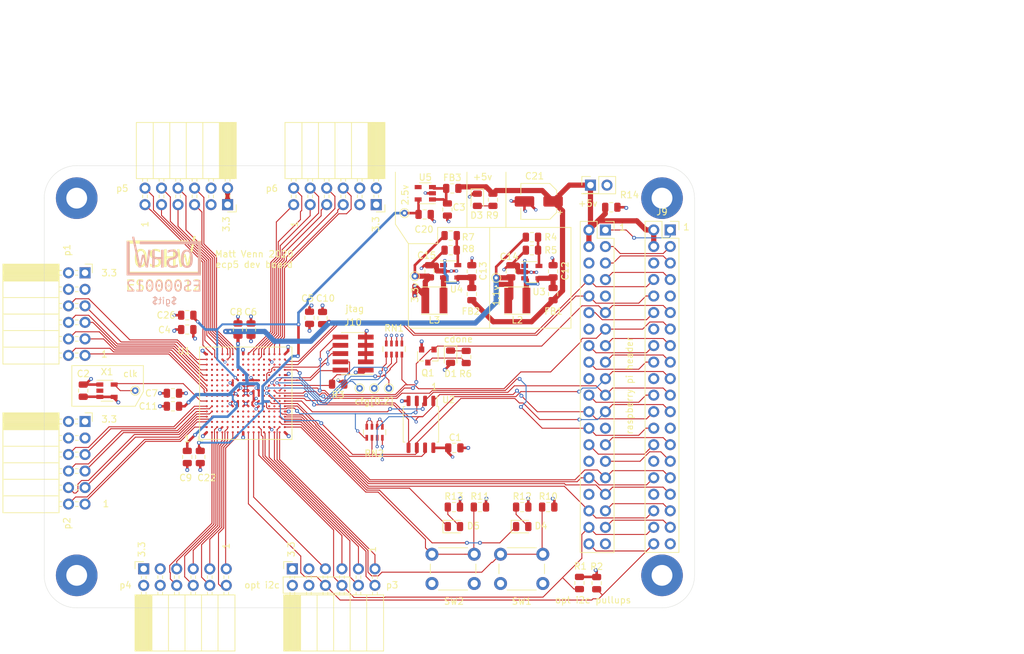
<source format=kicad_pcb>
(kicad_pcb (version 20171130) (host pcbnew 5.1.6-c6e7f7d~87~ubuntu18.04.1)
  (layers (0 F.Cu signal) (1 In1.Cu power) (2 In2.Cu power) (31 B.Cu signal) (35 F.Paste user) (36 B.SilkS user) (37 F.SilkS user) (38 B.Mask user) (39 F.Mask user) (44 Edge.Cuts user))
  (net 0 "")
  (net 1 GND)
  (net 2 "Net-(D1-Pad1)")
  (net 3 +5V)
  (net 4 "Net-(D3-Pad2)")
  (net 5 "Net-(D4-Pad2)")
  (net 6 "Net-(D5-Pad2)")
  (net 7 +3.3VP)
  (net 8 "Net-(Q1-Pad3)")
  (net 9 /pi_3v3)
  (net 10 /gp2)
  (net 11 /gp3)
  (net 12 /gp4)
  (net 13 /gp18)
  (net 14 /gp22)
  (net 15 /gp23)
  (net 16 /gp24)
  (net 17 /gp25)
  (net 18 /gp0)
  (net 19 /gp1)
  (net 20 /gp5)
  (net 21 /gp19)
  (net 22 /gp26)
  (net 23 /pi_3v3_2)
  (net 24 "Net-(U1-PadB2)")
  (net 25 "Net-(U1-PadF2)")
  (net 26 "Net-(U1-PadG2)")
  (net 27 "Net-(U1-PadH2)")
  (net 28 "Net-(U1-PadJ2)")
  (net 29 "Net-(U1-PadK2)")
  (net 30 "Net-(U1-PadM2)")
  (net 31 "Net-(U1-PadP2)")
  (net 32 "Net-(U1-PadB3)")
  (net 33 "Net-(U1-PadC3)")
  (net 34 "Net-(U1-PadD3)")
  (net 35 "Net-(U1-PadE3)")
  (net 36 "Net-(U1-PadF3)")
  (net 37 "Net-(U1-PadG3)")
  (net 38 "Net-(U1-PadH3)")
  (net 39 "Net-(U1-PadJ3)")
  (net 40 "Net-(U1-PadK3)")
  (net 41 "Net-(U1-PadL3)")
  (net 42 "Net-(U1-PadM3)")
  (net 43 "Net-(U1-PadN3)")
  (net 44 "Net-(U1-PadP3)")
  (net 45 "Net-(U1-PadC4)")
  (net 46 "Net-(U1-PadD4)")
  (net 47 "Net-(U1-PadE4)")
  (net 48 "Net-(U1-PadF4)")
  (net 49 "Net-(U1-PadG4)")
  (net 50 "Net-(U1-PadH4)")
  (net 51 "Net-(U1-PadJ4)")
  (net 52 "Net-(U1-PadK4)")
  (net 53 "Net-(U1-PadL4)")
  (net 54 "Net-(U1-PadM4)")
  (net 55 "Net-(U1-PadN4)")
  (net 56 "Net-(U1-PadP4)")
  (net 57 "Net-(U1-PadC5)")
  (net 58 "Net-(U1-PadD5)")
  (net 59 "Net-(U1-PadE5)")
  (net 60 "Net-(U1-PadF5)")
  (net 61 "Net-(U1-PadG5)")
  (net 62 "Net-(U1-PadH5)")
  (net 63 "Net-(U1-PadJ5)")
  (net 64 "Net-(U1-PadK5)")
  (net 65 "Net-(U1-PadL5)")
  (net 66 "Net-(U1-PadM5)")
  (net 67 "Net-(U1-PadN5)")
  (net 68 "Net-(U1-PadP5)")
  (net 69 "Net-(U1-PadC6)")
  (net 70 "Net-(U1-PadD6)")
  (net 71 "Net-(U1-PadE6)")
  (net 72 "Net-(U1-PadM6)")
  (net 73 "Net-(U1-PadN6)")
  (net 74 "Net-(U1-PadP6)")
  (net 75 "Net-(U1-PadR6)")
  (net 76 "Net-(U1-PadB7)")
  (net 77 "Net-(U1-PadC7)")
  (net 78 "Net-(U1-PadD7)")
  (net 79 "Net-(U1-PadE7)")
  (net 80 "Net-(U1-PadP7)")
  (net 81 "Net-(U1-PadR7)")
  (net 82 "Net-(U1-PadB8)")
  (net 83 "Net-(U1-PadC8)")
  (net 84 "Net-(U1-PadD8)")
  (net 85 "Net-(U1-PadE8)")
  (net 86 "Net-(U1-PadM8)")
  (net 87 "Net-(U1-PadP8)")
  (net 88 "Net-(U1-PadR8)")
  (net 89 "Net-(U1-PadB9)")
  (net 90 "Net-(U1-PadC9)")
  (net 91 "Net-(U1-PadD9)")
  (net 92 "Net-(U1-PadE9)")
  (net 93 "Net-(U1-PadM9)")
  (net 94 "Net-(U1-PadT9)")
  (net 95 "Net-(U1-PadB10)")
  (net 96 "Net-(U1-PadC10)")
  (net 97 "Net-(U1-PadD10)")
  (net 98 "Net-(U1-PadE10)")
  (net 99 "Net-(U1-PadB11)")
  (net 100 "Net-(U1-PadC11)")
  (net 101 "Net-(U1-PadD11)")
  (net 102 "Net-(U1-PadE11)")
  (net 103 "Net-(U1-PadM11)")
  (net 104 "Net-(U1-PadN11)")
  (net 105 "Net-(U1-PadP11)")
  (net 106 "Net-(U1-PadB12)")
  (net 107 "Net-(U1-PadC12)")
  (net 108 "Net-(U1-PadD12)")
  (net 109 "Net-(U1-PadE12)")
  (net 110 "Net-(U1-PadF12)")
  (net 111 "Net-(U1-PadG12)")
  (net 112 "Net-(U1-PadH12)")
  (net 113 "Net-(U1-PadJ12)")
  (net 114 "Net-(U1-PadK12)")
  (net 115 "Net-(U1-PadL12)")
  (net 116 "Net-(U1-PadM12)")
  (net 117 "Net-(U1-PadN12)")
  (net 118 "Net-(U1-PadP12)")
  (net 119 "Net-(U1-PadR12)")
  (net 120 "Net-(U1-PadB13)")
  (net 121 "Net-(U1-PadC13)")
  (net 122 "Net-(U1-PadD13)")
  (net 123 "Net-(U1-PadE13)")
  (net 124 "Net-(U1-PadF13)")
  (net 125 "Net-(U1-PadG13)")
  (net 126 "Net-(U1-PadH13)")
  (net 127 "Net-(U1-PadJ13)")
  (net 128 "Net-(U1-PadK13)")
  (net 129 "Net-(U1-PadL13)")
  (net 130 "Net-(U1-PadM13)")
  (net 131 "Net-(U1-PadN13)")
  (net 132 "Net-(U1-PadP13)")
  (net 133 "Net-(U1-PadR13)")
  (net 134 "Net-(U1-PadB14)")
  (net 135 "Net-(U1-PadC14)")
  (net 136 "Net-(U1-PadD14)")
  (net 137 "Net-(U1-PadE14)")
  (net 138 "Net-(U1-PadF14)")
  (net 139 "Net-(U1-PadG14)")
  (net 140 "Net-(U1-PadH14)")
  (net 141 "Net-(U1-PadJ14)")
  (net 142 "Net-(U1-PadK14)")
  (net 143 "Net-(U1-PadL14)")
  (net 144 "Net-(U1-PadM14)")
  (net 145 "Net-(U1-PadN14)")
  (net 146 "Net-(U1-PadP14)")
  (net 147 "Net-(U1-PadR14)")
  (net 148 "Net-(U1-PadB15)")
  (net 149 "Net-(U1-PadF15)")
  (net 150 "Net-(U1-PadG15)")
  (net 151 "Net-(U1-PadH15)")
  (net 152 "Net-(U1-PadJ15)")
  (net 153 "Net-(U1-PadK15)")
  (net 154 "Net-(U1-PadM15)")
  (net 155 "Net-(U1-PadP15)")
  (net 156 "Net-(U1-PadR15)")
  (net 157 +1V1)
  (net 158 cdone)
  (net 159 creset)
  (net 160 sdo)
  (net 161 sdi)
  (net 162 sd_clk)
  (net 163 sd_cs)
  (net 164 +2V5)
  (net 165 sd_io2)
  (net 166 sd_io3)
  (net 167 /fpga/tdo)
  (net 168 /fpga/tck)
  (net 169 /fpga/tdi)
  (net 170 /fpga/tms)
  (net 171 "Net-(U5-Pad4)")
  (net 172 clk)
  (net 173 p2_7)
  (net 174 p2_1)
  (net 175 p2_8)
  (net 176 p2_2)
  (net 177 p2_9)
  (net 178 p2_3)
  (net 179 p2_10)
  (net 180 p2_4)
  (net 181 p1_4)
  (net 182 p1_10)
  (net 183 p1_3)
  (net 184 p1_9)
  (net 185 p1_2)
  (net 186 p1_8)
  (net 187 p1_1)
  (net 188 p1_7)
  (net 189 p4_7)
  (net 190 p4_1)
  (net 191 p4_8)
  (net 192 p4_2)
  (net 193 p4_9)
  (net 194 p4_3)
  (net 195 p4_10)
  (net 196 p4_4)
  (net 197 p3_9)
  (net 198 p3_10)
  (net 199 p3_4)
  (net 200 p3_3)
  (net 201 p3_2)
  (net 202 p3_8)
  (net 203 p3_1)
  (net 204 p3_7)
  (net 205 p5_4)
  (net 206 p5_10)
  (net 207 p5_3)
  (net 208 p5_9)
  (net 209 p5_2)
  (net 210 p5_8)
  (net 211 p5_1)
  (net 212 p5_7)
  (net 213 p6_7)
  (net 214 p6_1)
  (net 215 p6_8)
  (net 216 p6_2)
  (net 217 p6_9)
  (net 218 p6_3)
  (net 219 p6_10)
  (net 220 p6_4)
  (net 221 led1)
  (net 222 led2)
  (net 223 gp6)
  (net 224 gp12)
  (net 225 gp13)
  (net 226 gp16)
  (net 227 button1)
  (net 228 button2)
  (net 229 ce1)
  (net 230 "Net-(C3-Pad1)")
  (net 231 "Net-(C12-Pad1)")
  (net 232 "Net-(C13-Pad1)")
  (net 233 "Net-(L2-Pad1)")
  (net 234 "Net-(R4-Pad1)")
  (net 235 "Net-(L3-Pad1)")
  (net 236 "Net-(R7-Pad1)")
  (net 237 gp14)
  (net 238 gp15)
  (net 239 /fpga/cfg_0)
  (net 240 /fpga/cfg_2)
  (net 241 /fpga/cfg_1)
  (module Inductor_SMD:L_Taiyo-Yuden_NR-40xx (layer F.Cu) (at 135 71.75 180)
    (fp_text reference L3 (at 0 -3 180) (layer F.SilkS))
    (fp_text value 2.2uH)
    (pad 1 smd rect (at -1.4 0 180) (size 1.2 3.9) (layers F.Cu F.Paste F.Mask) (net 235 "Net-(L3-Pad1)"))
    (pad 2 smd rect (at 1.4 0 180) (size 1.2 3.9) (layers F.Cu F.Paste F.Mask) (net 7 +3.3VP))
  )
  (module libs:oshw-logo-small (layer B.Cu) (at 93.4 66.5 180)
    (fp_text reference G*** hide)
    (fp_text value LOGO hide)
  )
  (module libs:oshw-logo-small (layer F.Cu) (at 93.4 66.4)
    (fp_text reference G*** hide)
    (fp_text value LOGO hide)
  )
  (module Connector_PinSocket_2.54mm:PinSocket_2x20_P2.54mm_Vertical (layer F.Cu) (at 171.265 60.89)
    (fp_text reference J9 (at -1.27 -2.77) (layer F.SilkS))
    (fp_text value Conn_02x20_Odd_Even)
    (pad 1 thru_hole rect (at 0 0) (size 1.7 1.7) (drill 1) (layers *.Cu *.Mask) (net 9 /pi_3v3))
    (pad 2 thru_hole oval (at -2.54 0) (size 1.7 1.7) (drill 1) (layers *.Cu *.Mask) (net 3 +5V))
    (pad 3 thru_hole oval (at 0 2.54) (size 1.7 1.7) (drill 1) (layers *.Cu *.Mask) (net 10 /gp2))
    (pad 4 thru_hole oval (at -2.54 2.54) (size 1.7 1.7) (drill 1) (layers *.Cu *.Mask) (net 3 +5V))
    (pad 5 thru_hole oval (at 0 5.08) (size 1.7 1.7) (drill 1) (layers *.Cu *.Mask) (net 11 /gp3))
    (pad 6 thru_hole oval (at -2.54 5.08) (size 1.7 1.7) (drill 1) (layers *.Cu *.Mask) (net 1 GND))
    (pad 7 thru_hole oval (at 0 7.62) (size 1.7 1.7) (drill 1) (layers *.Cu *.Mask) (net 12 /gp4))
    (pad 8 thru_hole oval (at -2.54 7.62) (size 1.7 1.7) (drill 1) (layers *.Cu *.Mask) (net 237 gp14))
    (pad 9 thru_hole oval (at 0 10.16) (size 1.7 1.7) (drill 1) (layers *.Cu *.Mask) (net 1 GND))
    (pad 10 thru_hole oval (at -2.54 10.16) (size 1.7 1.7) (drill 1) (layers *.Cu *.Mask) (net 238 gp15))
    (pad 11 thru_hole oval (at 0 12.7) (size 1.7 1.7) (drill 1) (layers *.Cu *.Mask) (net 158 cdone))
    (pad 12 thru_hole oval (at -2.54 12.7) (size 1.7 1.7) (drill 1) (layers *.Cu *.Mask) (net 13 /gp18))
    (pad 13 thru_hole oval (at 0 15.24) (size 1.7 1.7) (drill 1) (layers *.Cu *.Mask) (net 159 creset))
    (pad 14 thru_hole oval (at -2.54 15.24) (size 1.7 1.7) (drill 1) (layers *.Cu *.Mask) (net 1 GND))
    (pad 15 thru_hole oval (at 0 17.78) (size 1.7 1.7) (drill 1) (layers *.Cu *.Mask) (net 14 /gp22))
    (pad 16 thru_hole oval (at -2.54 17.78) (size 1.7 1.7) (drill 1) (layers *.Cu *.Mask) (net 15 /gp23))
    (pad 17 thru_hole oval (at 0 20.32) (size 1.7 1.7) (drill 1) (layers *.Cu *.Mask) (net 23 /pi_3v3_2))
    (pad 18 thru_hole oval (at -2.54 20.32) (size 1.7 1.7) (drill 1) (layers *.Cu *.Mask) (net 16 /gp24))
    (pad 19 thru_hole oval (at 0 22.86) (size 1.7 1.7) (drill 1) (layers *.Cu *.Mask) (net 160 sdo))
    (pad 20 thru_hole oval (at -2.54 22.86) (size 1.7 1.7) (drill 1) (layers *.Cu *.Mask) (net 1 GND))
    (pad 21 thru_hole oval (at 0 25.4) (size 1.7 1.7) (drill 1) (layers *.Cu *.Mask) (net 161 sdi))
    (pad 22 thru_hole oval (at -2.54 25.4) (size 1.7 1.7) (drill 1) (layers *.Cu *.Mask) (net 17 /gp25))
    (pad 23 thru_hole oval (at 0 27.94) (size 1.7 1.7) (drill 1) (layers *.Cu *.Mask) (net 162 sd_clk))
    (pad 24 thru_hole oval (at -2.54 27.94) (size 1.7 1.7) (drill 1) (layers *.Cu *.Mask) (net 163 sd_cs))
    (pad 25 thru_hole oval (at 0 30.48) (size 1.7 1.7) (drill 1) (layers *.Cu *.Mask) (net 1 GND))
    (pad 26 thru_hole oval (at -2.54 30.48) (size 1.7 1.7) (drill 1) (layers *.Cu *.Mask) (net 229 ce1))
    (pad 27 thru_hole oval (at 0 33.02) (size 1.7 1.7) (drill 1) (layers *.Cu *.Mask) (net 18 /gp0))
    (pad 28 thru_hole oval (at -2.54 33.02) (size 1.7 1.7) (drill 1) (layers *.Cu *.Mask) (net 19 /gp1))
    (pad 29 thru_hole oval (at 0 35.56) (size 1.7 1.7) (drill 1) (layers *.Cu *.Mask) (net 20 /gp5))
    (pad 30 thru_hole oval (at -2.54 35.56) (size 1.7 1.7) (drill 1) (layers *.Cu *.Mask) (net 1 GND))
    (pad 31 thru_hole oval (at 0 38.1) (size 1.7 1.7) (drill 1) (layers *.Cu *.Mask) (net 223 gp6))
    (pad 32 thru_hole oval (at -2.54 38.1) (size 1.7 1.7) (drill 1) (layers *.Cu *.Mask) (net 224 gp12))
    (pad 33 thru_hole oval (at 0 40.64) (size 1.7 1.7) (drill 1) (layers *.Cu *.Mask) (net 225 gp13))
    (pad 34 thru_hole oval (at -2.54 40.64) (size 1.7 1.7) (drill 1) (layers *.Cu *.Mask) (net 1 GND))
    (pad 35 thru_hole oval (at 0 43.18) (size 1.7 1.7) (drill 1) (layers *.Cu *.Mask) (net 21 /gp19))
    (pad 36 thru_hole oval (at -2.54 43.18) (size 1.7 1.7) (drill 1) (layers *.Cu *.Mask) (net 226 gp16))
    (pad 37 thru_hole oval (at 0 45.72) (size 1.7 1.7) (drill 1) (layers *.Cu *.Mask) (net 22 /gp26))
    (pad 38 thru_hole oval (at -2.54 45.72) (size 1.7 1.7) (drill 1) (layers *.Cu *.Mask) (net 197 p3_9))
    (pad 39 thru_hole oval (at 0 48.26) (size 1.7 1.7) (drill 1) (layers *.Cu *.Mask) (net 1 GND))
    (pad 40 thru_hole oval (at -2.54 48.26) (size 1.7 1.7) (drill 1) (layers *.Cu *.Mask) (net 198 p3_10))
  )
  (module MountingHole:MountingHole_3.2mm_M3_Pad (layer F.Cu) (at 170 114)
    (fp_text reference H4 hide)
    (fp_text value MountingHole_Pad)
    (pad 1 thru_hole circle (at 0 0) (size 6.4 6.4) (drill 3.2) (layers *.Cu *.Mask) (net 1 GND))
  )
  (module Resistor_SMD:R_0805_2012Metric (layer F.Cu) (at 137.5 64)
    (fp_text reference R8 (at 2.7 -0.2) (layer F.SilkS))
    (fp_text value 15k)
    (pad 1 smd roundrect (at -0.9375 0) (size 0.975 1.4) (layers F.Cu F.Paste F.Mask) (net 1 GND))
    (pad 2 smd roundrect (at 0.9375 0) (size 0.975 1.4) (layers F.Cu F.Paste F.Mask) (net 236 "Net-(R7-Pad1)"))
  )
  (module Capacitor_SMD:C_0805_2012Metric (layer F.Cu) (at 146.75 67.25 90)
    (fp_text reference C14 (at 2.25 -0.25 180) (layer F.SilkS))
    (fp_text value 22u)
    (pad 1 smd roundrect (at -0.9375 0 90) (size 0.975 1.4) (layers F.Cu F.Paste F.Mask) (net 157 +1V1))
    (pad 2 smd roundrect (at 0.9375 0 90) (size 0.975 1.4) (layers F.Cu F.Paste F.Mask) (net 1 GND))
  )
  (module Inductor_SMD:L_0805_2012Metric (layer F.Cu) (at 140.75 70.75 270)
    (fp_text reference FB2 (at 2.65 0.15 180) (layer F.SilkS))
    (fp_text value Ferrite_Bead_Small)
    (pad 1 smd roundrect (at -0.9375 0 270) (size 0.975 1.4) (layers F.Cu F.Paste F.Mask) (net 232 "Net-(C13-Pad1)"))
    (pad 2 smd roundrect (at 0.9375 0 270) (size 0.975 1.4) (layers F.Cu F.Paste F.Mask) (net 3 +5V))
  )
  (module Capacitor_SMD:C_0805_2012Metric (layer F.Cu) (at 140.75 67.25 90)
    (fp_text reference C13 (at 0.05 1.75 270) (layer F.SilkS))
    (fp_text value 4.7u)
    (pad 2 smd roundrect (at 0.9375 0 90) (size 0.975 1.4) (layers F.Cu F.Paste F.Mask) (net 1 GND))
    (pad 1 smd roundrect (at -0.9375 0 90) (size 0.975 1.4) (layers F.Cu F.Paste F.Mask) (net 232 "Net-(C13-Pad1)"))
  )
  (module Inductor_SMD:L_0805_2012Metric (layer F.Cu) (at 153.25 70.75 270)
    (fp_text reference FB1 (at 2.65 -0.05 180) (layer F.SilkS))
    (fp_text value Ferrite_Bead_Small)
    (pad 1 smd roundrect (at -0.9375 0 270) (size 0.975 1.4) (layers F.Cu F.Paste F.Mask) (net 231 "Net-(C12-Pad1)"))
    (pad 2 smd roundrect (at 0.9375 0 270) (size 0.975 1.4) (layers F.Cu F.Paste F.Mask) (net 3 +5V))
  )
  (module TestPoint:TestPoint_THTPad_D1.0mm_Drill0.5mm (layer F.Cu) (at 144.5 68.25 270)
    (fp_text reference TP6 hide)
    (fp_text value 1.1v)
    (pad 1 thru_hole circle (at 0 0 270) (size 1 1) (drill 0.5) (layers *.Cu *.Mask) (net 157 +1V1))
  )
  (module Resistor_SMD:R_0805_2012Metric (layer F.Cu) (at 137.5 61.75 180)
    (fp_text reference R7 (at -2.7 -0.25) (layer F.SilkS))
    (fp_text value 68k)
    (pad 2 smd roundrect (at 0.9375 0 180) (size 0.975 1.4) (layers F.Cu F.Paste F.Mask) (net 7 +3.3VP))
    (pad 1 smd roundrect (at -0.9375 0 180) (size 0.975 1.4) (layers F.Cu F.Paste F.Mask) (net 236 "Net-(R7-Pad1)"))
  )
  (module Resistor_SMD:R_0805_2012Metric (layer F.Cu) (at 150 62 180)
    (fp_text reference R4 (at -2.9 0) (layer F.SilkS))
    (fp_text value 100k)
    (pad 2 smd roundrect (at 0.9375 0 180) (size 0.975 1.4) (layers F.Cu F.Paste F.Mask) (net 157 +1V1))
    (pad 1 smd roundrect (at -0.9375 0 180) (size 0.975 1.4) (layers F.Cu F.Paste F.Mask) (net 234 "Net-(R4-Pad1)"))
  )
  (module Package_TO_SOT_SMD:SOT-23-5 (layer F.Cu) (at 137.5 67.25)
    (fp_text reference U4 (at 0.9 2.75) (layer F.SilkS))
    (fp_text value TLV62568DBV)
    (pad 1 smd rect (at -1.1 -0.95) (size 1.06 0.65) (layers F.Cu F.Paste F.Mask) (net 232 "Net-(C13-Pad1)"))
    (pad 2 smd rect (at -1.1 0) (size 1.06 0.65) (layers F.Cu F.Paste F.Mask) (net 1 GND))
    (pad 3 smd rect (at -1.1 0.95) (size 1.06 0.65) (layers F.Cu F.Paste F.Mask) (net 235 "Net-(L3-Pad1)"))
    (pad 4 smd rect (at 1.1 0.95) (size 1.06 0.65) (layers F.Cu F.Paste F.Mask) (net 232 "Net-(C13-Pad1)"))
    (pad 5 smd rect (at 1.1 -0.95) (size 1.06 0.65) (layers F.Cu F.Paste F.Mask) (net 236 "Net-(R7-Pad1)"))
  )
  (module Inductor_SMD:L_Taiyo-Yuden_NR-40xx (layer F.Cu) (at 147.75 71.75 180)
    (fp_text reference L2 (at 0 -3) (layer F.SilkS))
    (fp_text value 2.2uH)
    (pad 1 smd rect (at -1.4 0 180) (size 1.2 3.9) (layers F.Cu F.Paste F.Mask) (net 233 "Net-(L2-Pad1)"))
    (pad 2 smd rect (at 1.4 0 180) (size 1.2 3.9) (layers F.Cu F.Paste F.Mask) (net 157 +1V1))
  )
  (module Capacitor_SMD:C_0805_2012Metric (layer F.Cu) (at 153.25 67.25 90)
    (fp_text reference C12 (at 0.05 1.85 270) (layer F.SilkS))
    (fp_text value 4.7u)
    (pad 2 smd roundrect (at 0.9375 0 90) (size 0.975 1.4) (layers F.Cu F.Paste F.Mask) (net 1 GND))
    (pad 1 smd roundrect (at -0.9375 0 90) (size 0.975 1.4) (layers F.Cu F.Paste F.Mask) (net 231 "Net-(C12-Pad1)"))
  )
  (module Capacitor_SMD:C_0805_2012Metric (layer F.Cu) (at 134.25 67.25 90)
    (fp_text reference C15 (at 2.45 -0.45 180) (layer F.SilkS))
    (fp_text value 10u)
    (pad 1 smd roundrect (at -0.9375 0 90) (size 0.975 1.4) (layers F.Cu F.Paste F.Mask) (net 7 +3.3VP))
    (pad 2 smd roundrect (at 0.9375 0 90) (size 0.975 1.4) (layers F.Cu F.Paste F.Mask) (net 1 GND))
  )
  (module Resistor_SMD:R_0805_2012Metric (layer F.Cu) (at 150 64)
    (fp_text reference R5 (at 2.9 0) (layer F.SilkS))
    (fp_text value 120k)
    (pad 1 smd roundrect (at -0.9375 0) (size 0.975 1.4) (layers F.Cu F.Paste F.Mask) (net 1 GND))
    (pad 2 smd roundrect (at 0.9375 0) (size 0.975 1.4) (layers F.Cu F.Paste F.Mask) (net 234 "Net-(R4-Pad1)"))
  )
  (module TestPoint:TestPoint_THTPad_D1.0mm_Drill0.5mm (layer F.Cu) (at 132 68 180)
    (fp_text reference TP1 hide)
    (fp_text value 3.3v)
    (pad 1 thru_hole circle (at 0 0 180) (size 1 1) (drill 0.5) (layers *.Cu *.Mask) (net 7 +3.3VP))
  )
  (module Package_TO_SOT_SMD:SOT-23-5 (layer F.Cu) (at 149.974999 67.374999)
    (fp_text reference U3 (at 1.125001 3.025001) (layer F.SilkS))
    (fp_text value TLV62568DBV)
    (pad 1 smd rect (at -1.1 -0.95) (size 1.06 0.65) (layers F.Cu F.Paste F.Mask) (net 231 "Net-(C12-Pad1)"))
    (pad 2 smd rect (at -1.1 0) (size 1.06 0.65) (layers F.Cu F.Paste F.Mask) (net 1 GND))
    (pad 3 smd rect (at -1.1 0.95) (size 1.06 0.65) (layers F.Cu F.Paste F.Mask) (net 233 "Net-(L2-Pad1)"))
    (pad 4 smd rect (at 1.1 0.95) (size 1.06 0.65) (layers F.Cu F.Paste F.Mask) (net 231 "Net-(C12-Pad1)"))
    (pad 5 smd rect (at 1.1 -0.95) (size 1.06 0.65) (layers F.Cu F.Paste F.Mask) (net 234 "Net-(R4-Pad1)"))
  )
  (module Capacitor_SMD:C_0805_2012Metric (layer F.Cu) (at 94.8 86 180)
    (fp_text reference C7 (at 3.3 0) (layer F.SilkS))
    (fp_text value 10u)
    (pad 2 smd roundrect (at 0.9375 0 180) (size 0.975 1.4) (layers F.Cu F.Paste F.Mask) (net 1 GND))
    (pad 1 smd roundrect (at -0.9375 0 180) (size 0.975 1.4) (layers F.Cu F.Paste F.Mask) (net 7 +3.3VP))
  )
  (module Capacitor_SMD:C_0805_2012Metric (layer F.Cu) (at 106.8 76.2 90)
    (fp_text reference C6 (at 2.7 -0.05 180) (layer F.SilkS))
    (fp_text value 100n)
    (pad 1 smd roundrect (at -0.9375 0 90) (size 0.975 1.4) (layers F.Cu F.Paste F.Mask) (net 7 +3.3VP))
    (pad 2 smd roundrect (at 0.9375 0 90) (size 0.975 1.4) (layers F.Cu F.Paste F.Mask) (net 1 GND))
  )
  (module Capacitor_SMD:C_0805_2012Metric (layer F.Cu) (at 138.0625 94.4)
    (fp_text reference C1 (at 0.1375 -1.6) (layer F.SilkS))
    (fp_text value 100n)
    (pad 2 smd roundrect (at 0.9375 0) (size 0.975 1.4) (layers F.Cu F.Paste F.Mask) (net 1 GND))
    (pad 1 smd roundrect (at -0.9375 0) (size 0.975 1.4) (layers F.Cu F.Paste F.Mask) (net 7 +3.3VP))
  )
  (module Capacitor_SMD:C_0805_2012Metric (layer F.Cu) (at 81 85.6 90)
    (fp_text reference C2 (at 2.6 0 180) (layer F.SilkS))
    (fp_text value 100n)
    (pad 1 smd roundrect (at -0.9375 0 90) (size 0.975 1.4) (layers F.Cu F.Paste F.Mask) (net 7 +3.3VP))
    (pad 2 smd roundrect (at 0.9375 0 90) (size 0.975 1.4) (layers F.Cu F.Paste F.Mask) (net 1 GND))
  )
  (module Capacitor_SMD:C_0805_2012Metric (layer F.Cu) (at 97 76.2 180)
    (fp_text reference C4 (at 3.5 -0.05) (layer F.SilkS))
    (fp_text value 100n)
    (pad 1 smd roundrect (at -0.9375 0 180) (size 0.975 1.4) (layers F.Cu F.Paste F.Mask) (net 7 +3.3VP))
    (pad 2 smd roundrect (at 0.9375 0 180) (size 0.975 1.4) (layers F.Cu F.Paste F.Mask) (net 1 GND))
  )
  (module Capacitor_SMD:C_0805_2012Metric (layer F.Cu) (at 115.8 74.4 90)
    (fp_text reference C5 (at 3 -0.3 180) (layer F.SilkS))
    (fp_text value 100n)
    (pad 2 smd roundrect (at 0.9375 0 90) (size 0.975 1.4) (layers F.Cu F.Paste F.Mask) (net 1 GND))
    (pad 1 smd roundrect (at -0.9375 0 90) (size 0.975 1.4) (layers F.Cu F.Paste F.Mask) (net 7 +3.3VP))
  )
  (module Capacitor_SMD:C_0805_2012Metric (layer F.Cu) (at 104.8 76.2 90)
    (fp_text reference C8 (at 2.7 -0.3 180) (layer F.SilkS))
    (fp_text value 100n)
    (pad 2 smd roundrect (at 0.9375 0 90) (size 0.975 1.4) (layers F.Cu F.Paste F.Mask) (net 1 GND))
    (pad 1 smd roundrect (at -0.9375 0 90) (size 0.975 1.4) (layers F.Cu F.Paste F.Mask) (net 157 +1V1))
  )
  (module Capacitor_SMD:C_0805_2012Metric (layer F.Cu) (at 117.8 74.4375 90)
    (fp_text reference C10 (at 3.0375 0.45 180) (layer F.SilkS))
    (fp_text value 100n)
    (pad 2 smd roundrect (at 0.9375 0 90) (size 0.975 1.4) (layers F.Cu F.Paste F.Mask) (net 1 GND))
    (pad 1 smd roundrect (at -0.9375 0 90) (size 0.975 1.4) (layers F.Cu F.Paste F.Mask) (net 157 +1V1))
  )
  (module Capacitor_SMD:C_0805_2012Metric (layer F.Cu) (at 94.8 88 180)
    (fp_text reference C11 (at 3.8 0) (layer F.SilkS))
    (fp_text value 10u)
    (pad 1 smd roundrect (at -0.9375 0 180) (size 0.975 1.4) (layers F.Cu F.Paste F.Mask) (net 157 +1V1))
    (pad 2 smd roundrect (at 0.9375 0 180) (size 0.975 1.4) (layers F.Cu F.Paste F.Mask) (net 1 GND))
  )
  (module LED_SMD:LED_0805_2012Metric (layer F.Cu) (at 137.49 80.38 270)
    (fp_text reference D1 (at 2.6 0 180) (layer F.SilkS))
    (fp_text value LED)
    (pad 1 smd roundrect (at -0.9375 0 270) (size 0.975 1.4) (layers F.Cu F.Paste F.Mask) (net 2 "Net-(D1-Pad1)"))
    (pad 2 smd roundrect (at 0.9375 0 270) (size 0.975 1.4) (layers F.Cu F.Paste F.Mask) (net 7 +3.3VP))
  )
  (module Resistor_SMD:R_0805_2012Metric (layer F.Cu) (at 139.89 80.4175 270)
    (fp_text reference R6 (at 2.6 0.1 180) (layer F.SilkS))
    (fp_text value 200R)
    (pad 1 smd roundrect (at -0.9375 0 270) (size 0.975 1.4) (layers F.Cu F.Paste F.Mask) (net 2 "Net-(D1-Pad1)"))
    (pad 2 smd roundrect (at 0.9375 0 270) (size 0.975 1.4) (layers F.Cu F.Paste F.Mask) (net 8 "Net-(Q1-Pad3)"))
  )
  (module Package_SO:SOIC-8_5.23x5.23mm_P1.27mm (layer F.Cu) (at 132.93 90.78 270)
    (fp_text reference U2 (at -3.78 -4.27 180) (layer F.SilkS))
    (fp_text value IS25LP016D-JBLE)
    (pad 1 smd roundrect (at -3.6 -1.905 270) (size 1.6 0.6) (layers F.Cu F.Paste F.Mask) (net 163 sd_cs))
    (pad 2 smd roundrect (at -3.6 -0.635 270) (size 1.6 0.6) (layers F.Cu F.Paste F.Mask) (net 161 sdi))
    (pad 3 smd roundrect (at -3.6 0.635 270) (size 1.6 0.6) (layers F.Cu F.Paste F.Mask) (net 165 sd_io2))
    (pad 4 smd roundrect (at -3.6 1.905 270) (size 1.6 0.6) (layers F.Cu F.Paste F.Mask) (net 1 GND))
    (pad 5 smd roundrect (at 3.6 1.905 270) (size 1.6 0.6) (layers F.Cu F.Paste F.Mask) (net 160 sdo))
    (pad 6 smd roundrect (at 3.6 0.635 270) (size 1.6 0.6) (layers F.Cu F.Paste F.Mask) (net 162 sd_clk))
    (pad 7 smd roundrect (at 3.6 -0.635 270) (size 1.6 0.6) (layers F.Cu F.Paste F.Mask) (net 166 sd_io3))
    (pad 8 smd roundrect (at 3.6 -1.905 270) (size 1.6 0.6) (layers F.Cu F.Paste F.Mask) (net 7 +3.3VP))
  )
  (module LED_SMD:LED_0805_2012Metric (layer F.Cu) (at 141.6 56.25 270)
    (fp_text reference D3 (at 2.4 0.1 180) (layer F.SilkS))
    (fp_text value LED)
    (pad 1 smd roundrect (at -0.9375 0 270) (size 0.975 1.4) (layers F.Cu F.Paste F.Mask) (net 1 GND))
    (pad 2 smd roundrect (at 0.9375 0 270) (size 0.975 1.4) (layers F.Cu F.Paste F.Mask) (net 4 "Net-(D3-Pad2)"))
  )
  (module LED_SMD:LED_0805_2012Metric (layer F.Cu) (at 148.5 106.5)
    (fp_text reference D4 (at 2.9 -0.1) (layer F.SilkS))
    (fp_text value LED)
    (pad 1 smd roundrect (at -0.9375 0) (size 0.975 1.4) (layers F.Cu F.Paste F.Mask) (net 221 led1))
    (pad 2 smd roundrect (at 0.9375 0) (size 0.975 1.4) (layers F.Cu F.Paste F.Mask) (net 5 "Net-(D4-Pad2)"))
  )
  (module LED_SMD:LED_0805_2012Metric (layer F.Cu) (at 138 106.5)
    (fp_text reference D5 (at 3 -0.1) (layer F.SilkS))
    (fp_text value LED)
    (pad 2 smd roundrect (at 0.9375 0) (size 0.975 1.4) (layers F.Cu F.Paste F.Mask) (net 6 "Net-(D5-Pad2)"))
    (pad 1 smd roundrect (at -0.9375 0) (size 0.975 1.4) (layers F.Cu F.Paste F.Mask) (net 222 led2))
  )
  (module Connector_PinHeader_2.54mm:PinHeader_2x01_P2.54mm_Vertical (layer F.Cu) (at 159 54)
    (fp_text reference J1 hide)
    (fp_text value Conn_01x02)
    (pad 1 thru_hole rect (at 0 0) (size 1.7 1.7) (drill 1) (layers *.Cu *.Mask) (net 3 +5V))
    (pad 2 thru_hole oval (at 2.54 0) (size 1.7 1.7) (drill 1) (layers *.Cu *.Mask) (net 1 GND))
  )
  (module Resistor_SMD:R_0805_2012Metric (layer F.Cu) (at 144 56.25 90)
    (fp_text reference R9 (at -2.4 -0.1 180) (layer F.SilkS))
    (fp_text value 200R)
    (pad 1 smd roundrect (at -0.9375 0 90) (size 0.975 1.4) (layers F.Cu F.Paste F.Mask) (net 4 "Net-(D3-Pad2)"))
    (pad 2 smd roundrect (at 0.9375 0 90) (size 0.975 1.4) (layers F.Cu F.Paste F.Mask) (net 3 +5V))
  )
  (module Resistor_SMD:R_0805_2012Metric (layer F.Cu) (at 152.5 103.5)
    (fp_text reference R10 (at 0 -1.65) (layer F.SilkS))
    (fp_text value 10k)
    (pad 2 smd roundrect (at 0.9375 0) (size 0.975 1.4) (layers F.Cu F.Paste F.Mask) (net 7 +3.3VP))
    (pad 1 smd roundrect (at -0.9375 0) (size 0.975 1.4) (layers F.Cu F.Paste F.Mask) (net 227 button1))
  )
  (module Resistor_SMD:R_0805_2012Metric (layer F.Cu) (at 142 103.5)
    (fp_text reference R11 (at 0 -1.65) (layer F.SilkS))
    (fp_text value 10k)
    (pad 1 smd roundrect (at -0.9375 0) (size 0.975 1.4) (layers F.Cu F.Paste F.Mask) (net 228 button2))
    (pad 2 smd roundrect (at 0.9375 0) (size 0.975 1.4) (layers F.Cu F.Paste F.Mask) (net 7 +3.3VP))
  )
  (module Resistor_SMD:R_0805_2012Metric (layer F.Cu) (at 148.5 103.5)
    (fp_text reference R12 (at 0 -1.65) (layer F.SilkS))
    (fp_text value 200R)
    (pad 2 smd roundrect (at 0.9375 0) (size 0.975 1.4) (layers F.Cu F.Paste F.Mask) (net 7 +3.3VP))
    (pad 1 smd roundrect (at -0.9375 0) (size 0.975 1.4) (layers F.Cu F.Paste F.Mask) (net 5 "Net-(D4-Pad2)"))
  )
  (module Resistor_SMD:R_0805_2012Metric (layer F.Cu) (at 138 103.5)
    (fp_text reference R13 (at 0 -1.65) (layer F.SilkS))
    (fp_text value 200R)
    (pad 1 smd roundrect (at -0.9375 0) (size 0.975 1.4) (layers F.Cu F.Paste F.Mask) (net 6 "Net-(D5-Pad2)"))
    (pad 2 smd roundrect (at 0.9375 0) (size 0.975 1.4) (layers F.Cu F.Paste F.Mask) (net 7 +3.3VP))
  )
  (module Button_Switch_THT:SW_PUSH_6mm (layer F.Cu) (at 145.175001 110.755001)
    (fp_text reference SW1 (at 3.25 7.244999) (layer F.SilkS))
    (fp_text value SW_Push)
    (pad 1 thru_hole circle (at 6.5 0 90) (size 2 2) (drill 1.1) (layers *.Cu *.Mask) (net 227 button1))
    (pad 2 thru_hole circle (at 6.5 4.5 90) (size 2 2) (drill 1.1) (layers *.Cu *.Mask) (net 1 GND))
    (pad 1 thru_hole circle (at 0 0 90) (size 2 2) (drill 1.1) (layers *.Cu *.Mask) (net 227 button1))
    (pad 2 thru_hole circle (at 0 4.5 90) (size 2 2) (drill 1.1) (layers *.Cu *.Mask) (net 1 GND))
  )
  (module Button_Switch_THT:SW_PUSH_6mm (layer F.Cu) (at 134.625001 110.755001)
    (fp_text reference SW2 (at 3.374999 7.244999) (layer F.SilkS))
    (fp_text value SW_Push)
    (pad 2 thru_hole circle (at 0 4.5 90) (size 2 2) (drill 1.1) (layers *.Cu *.Mask) (net 1 GND))
    (pad 1 thru_hole circle (at 0 0 90) (size 2 2) (drill 1.1) (layers *.Cu *.Mask) (net 228 button2))
    (pad 2 thru_hole circle (at 6.5 4.5 90) (size 2 2) (drill 1.1) (layers *.Cu *.Mask) (net 1 GND))
    (pad 1 thru_hole circle (at 6.5 0 90) (size 2 2) (drill 1.1) (layers *.Cu *.Mask) (net 228 button2))
  )
  (module MountingHole:MountingHole_3.2mm_M3_Pad (layer F.Cu) (at 80 56)
    (fp_text reference H2 hide)
    (fp_text value MountingHole_Pad)
    (pad 1 thru_hole circle (at 0 0) (size 6.4 6.4) (drill 3.2) (layers *.Cu *.Mask) (net 1 GND))
  )
  (module MountingHole:MountingHole_3.2mm_M3_Pad (layer F.Cu) (at 170 56)
    (fp_text reference H3 hide)
    (fp_text value MountingHole_Pad)
    (pad 1 thru_hole circle (at 0 0) (size 6.4 6.4) (drill 3.2) (layers *.Cu *.Mask) (net 1 GND))
  )
  (module TestPoint:TestPoint_THTPad_D1.0mm_Drill0.5mm (layer F.Cu) (at 89 85.6 270)
    (fp_text reference TP5 hide)
    (fp_text value clock)
    (pad 1 thru_hole circle (at 0 0 270) (size 1 1) (drill 0.5) (layers *.Cu *.Mask) (net 172 clk))
  )
  (module Capacitor_SMD:CP_Elec_5x5.4 (layer F.Cu) (at 151.05 56.5 180)
    (fp_text reference C21 (at 0.65 3.9) (layer F.SilkS))
    (fp_text value CP)
    (pad 1 smd roundrect (at -2.2 0 180) (size 3 1.6) (layers F.Cu F.Paste F.Mask) (roundrect_rratio 0.15625) (net 3 +5V))
    (pad 2 smd roundrect (at 2.2 0 180) (size 3 1.6) (layers F.Cu F.Paste F.Mask) (roundrect_rratio 0.15625) (net 1 GND))
  )
  (module Package_TO_SOT_SMD:SOT-23 (layer F.Cu) (at 133.99 80.28 270)
    (fp_text reference Q1 (at 2.6 0 180) (layer F.SilkS))
    (fp_text value Q_NMOS_GSD)
    (pad 1 smd rect (at -1 -0.95 270) (size 0.9 0.8) (layers F.Cu F.Paste F.Mask) (net 158 cdone))
    (pad 2 smd rect (at -1 0.95 270) (size 0.9 0.8) (layers F.Cu F.Paste F.Mask) (net 1 GND))
    (pad 3 smd rect (at 1 0 270) (size 0.9 0.8) (layers F.Cu F.Paste F.Mask) (net 8 "Net-(Q1-Pad3)"))
  )
  (module MountingHole:MountingHole_3.2mm_M3_Pad (layer F.Cu) (at 80 114)
    (fp_text reference H1 hide)
    (fp_text value MountingHole_Pad)
    (pad 1 thru_hole circle (at 0 0) (size 6.4 6.4) (drill 3.2) (layers *.Cu *.Mask) (net 1 GND))
  )
  (module Connector_PinSocket_2.54mm:PinSocket_2x20_P2.54mm_Vertical (layer F.Cu) (at 161.3 60.9)
    (fp_text reference J2 hide)
    (fp_text value Conn_02x20_Odd_Even)
    (pad 1 thru_hole rect (at 0 0) (size 1.7 1.7) (drill 1) (layers *.Cu *.Mask) (net 9 /pi_3v3))
    (pad 2 thru_hole oval (at -2.54 0) (size 1.7 1.7) (drill 1) (layers *.Cu *.Mask) (net 3 +5V))
    (pad 3 thru_hole oval (at 0 2.54) (size 1.7 1.7) (drill 1) (layers *.Cu *.Mask) (net 10 /gp2))
    (pad 4 thru_hole oval (at -2.54 2.54) (size 1.7 1.7) (drill 1) (layers *.Cu *.Mask) (net 3 +5V))
    (pad 5 thru_hole oval (at 0 5.08) (size 1.7 1.7) (drill 1) (layers *.Cu *.Mask) (net 11 /gp3))
    (pad 6 thru_hole oval (at -2.54 5.08) (size 1.7 1.7) (drill 1) (layers *.Cu *.Mask) (net 1 GND))
    (pad 7 thru_hole oval (at 0 7.62) (size 1.7 1.7) (drill 1) (layers *.Cu *.Mask) (net 12 /gp4))
    (pad 8 thru_hole oval (at -2.54 7.62) (size 1.7 1.7) (drill 1) (layers *.Cu *.Mask) (net 237 gp14))
    (pad 9 thru_hole oval (at 0 10.16) (size 1.7 1.7) (drill 1) (layers *.Cu *.Mask) (net 1 GND))
    (pad 10 thru_hole oval (at -2.54 10.16) (size 1.7 1.7) (drill 1) (layers *.Cu *.Mask) (net 238 gp15))
    (pad 11 thru_hole oval (at 0 12.7) (size 1.7 1.7) (drill 1) (layers *.Cu *.Mask) (net 158 cdone))
    (pad 12 thru_hole oval (at -2.54 12.7) (size 1.7 1.7) (drill 1) (layers *.Cu *.Mask) (net 13 /gp18))
    (pad 13 thru_hole oval (at 0 15.24) (size 1.7 1.7) (drill 1) (layers *.Cu *.Mask) (net 159 creset))
    (pad 14 thru_hole oval (at -2.54 15.24) (size 1.7 1.7) (drill 1) (layers *.Cu *.Mask) (net 1 GND))
    (pad 15 thru_hole oval (at 0 17.78) (size 1.7 1.7) (drill 1) (layers *.Cu *.Mask) (net 14 /gp22))
    (pad 16 thru_hole oval (at -2.54 17.78) (size 1.7 1.7) (drill 1) (layers *.Cu *.Mask) (net 15 /gp23))
    (pad 17 thru_hole oval (at 0 20.32) (size 1.7 1.7) (drill 1) (layers *.Cu *.Mask) (net 23 /pi_3v3_2))
    (pad 18 thru_hole oval (at -2.54 20.32) (size 1.7 1.7) (drill 1) (layers *.Cu *.Mask) (net 16 /gp24))
    (pad 19 thru_hole oval (at 0 22.86) (size 1.7 1.7) (drill 1) (layers *.Cu *.Mask) (net 160 sdo))
    (pad 20 thru_hole oval (at -2.54 22.86) (size 1.7 1.7) (drill 1) (layers *.Cu *.Mask) (net 1 GND))
    (pad 21 thru_hole oval (at 0 25.4) (size 1.7 1.7) (drill 1) (layers *.Cu *.Mask) (net 161 sdi))
    (pad 22 thru_hole oval (at -2.54 25.4) (size 1.7 1.7) (drill 1) (layers *.Cu *.Mask) (net 17 /gp25))
    (pad 23 thru_hole oval (at 0 27.94) (size 1.7 1.7) (drill 1) (layers *.Cu *.Mask) (net 162 sd_clk))
    (pad 24 thru_hole oval (at -2.54 27.94) (size 1.7 1.7) (drill 1) (layers *.Cu *.Mask) (net 163 sd_cs))
    (pad 25 thru_hole oval (at 0 30.48) (size 1.7 1.7) (drill 1) (layers *.Cu *.Mask) (net 1 GND))
    (pad 26 thru_hole oval (at -2.54 30.48) (size 1.7 1.7) (drill 1) (layers *.Cu *.Mask) (net 229 ce1))
    (pad 27 thru_hole oval (at 0 33.02) (size 1.7 1.7) (drill 1) (layers *.Cu *.Mask) (net 18 /gp0))
    (pad 28 thru_hole oval (at -2.54 33.02) (size 1.7 1.7) (drill 1) (layers *.Cu *.Mask) (net 19 /gp1))
    (pad 29 thru_hole oval (at 0 35.56) (size 1.7 1.7) (drill 1) (layers *.Cu *.Mask) (net 20 /gp5))
    (pad 30 thru_hole oval (at -2.54 35.56) (size 1.7 1.7) (drill 1) (layers *.Cu *.Mask) (net 1 GND))
    (pad 31 thru_hole oval (at 0 38.1) (size 1.7 1.7) (drill 1) (layers *.Cu *.Mask) (net 223 gp6))
    (pad 32 thru_hole oval (at -2.54 38.1) (size 1.7 1.7) (drill 1) (layers *.Cu *.Mask) (net 224 gp12))
    (pad 33 thru_hole oval (at 0 40.64) (size 1.7 1.7) (drill 1) (layers *.Cu *.Mask) (net 225 gp13))
    (pad 34 thru_hole oval (at -2.54 40.64) (size 1.7 1.7) (drill 1) (layers *.Cu *.Mask) (net 1 GND))
    (pad 35 thru_hole oval (at 0 43.18) (size 1.7 1.7) (drill 1) (layers *.Cu *.Mask) (net 21 /gp19))
    (pad 36 thru_hole oval (at -2.54 43.18) (size 1.7 1.7) (drill 1) (layers *.Cu *.Mask) (net 226 gp16))
    (pad 37 thru_hole oval (at 0 45.72) (size 1.7 1.7) (drill 1) (layers *.Cu *.Mask) (net 22 /gp26))
    (pad 38 thru_hole oval (at -2.54 45.72) (size 1.7 1.7) (drill 1) (layers *.Cu *.Mask) (net 197 p3_9))
    (pad 39 thru_hole oval (at 0 48.26) (size 1.7 1.7) (drill 1) (layers *.Cu *.Mask) (net 1 GND))
    (pad 40 thru_hole oval (at -2.54 48.26) (size 1.7 1.7) (drill 1) (layers *.Cu *.Mask) (net 198 p3_10))
  )
  (module Resistor_SMD:R_0805_2012Metric (layer F.Cu) (at 157.305001 115.175001 270)
    (fp_text reference R1 (at -2.575001 -0.144999 180) (layer F.SilkS))
    (fp_text value 10k)
    (pad 1 smd roundrect (at -0.9375 0 270) (size 0.975 1.4) (layers F.Cu F.Paste F.Mask) (net 7 +3.3VP))
    (pad 2 smd roundrect (at 0.9375 0 270) (size 0.975 1.4) (layers F.Cu F.Paste F.Mask) (net 197 p3_9))
  )
  (module Resistor_SMD:R_0805_2012Metric (layer F.Cu) (at 159.95 115.2 270)
    (fp_text reference R2 (at -2.55 0 180) (layer F.SilkS))
    (fp_text value 10k)
    (pad 2 smd roundrect (at 0.9375 0 270) (size 0.975 1.4) (layers F.Cu F.Paste F.Mask) (net 198 p3_10))
    (pad 1 smd roundrect (at -0.9375 0 270) (size 0.975 1.4) (layers F.Cu F.Paste F.Mask) (net 7 +3.3VP))
  )
  (module Connector_PinSocket_2.54mm:PinSocket_2x06_P2.54mm_Horizontal (layer F.Cu) (at 81.28 67.48)
    (fp_text reference J3 hide)
    (fp_text value Conn_02x06_Odd_Even)
    (pad 1 thru_hole rect (at 0 0) (size 1.7 1.7) (drill 1) (layers *.Cu *.Mask) (net 7 +3.3VP))
    (pad 2 thru_hole oval (at -2.54 0) (size 1.7 1.7) (drill 1) (layers *.Cu *.Mask) (net 7 +3.3VP))
    (pad 3 thru_hole oval (at 0 2.54) (size 1.7 1.7) (drill 1) (layers *.Cu *.Mask) (net 1 GND))
    (pad 4 thru_hole oval (at -2.54 2.54) (size 1.7 1.7) (drill 1) (layers *.Cu *.Mask) (net 1 GND))
    (pad 5 thru_hole oval (at 0 5.08) (size 1.7 1.7) (drill 1) (layers *.Cu *.Mask) (net 181 p1_4))
    (pad 6 thru_hole oval (at -2.54 5.08) (size 1.7 1.7) (drill 1) (layers *.Cu *.Mask) (net 182 p1_10))
    (pad 7 thru_hole oval (at 0 7.62) (size 1.7 1.7) (drill 1) (layers *.Cu *.Mask) (net 183 p1_3))
    (pad 8 thru_hole oval (at -2.54 7.62) (size 1.7 1.7) (drill 1) (layers *.Cu *.Mask) (net 184 p1_9))
    (pad 9 thru_hole oval (at 0 10.16) (size 1.7 1.7) (drill 1) (layers *.Cu *.Mask) (net 185 p1_2))
    (pad 10 thru_hole oval (at -2.54 10.16) (size 1.7 1.7) (drill 1) (layers *.Cu *.Mask) (net 186 p1_8))
    (pad 11 thru_hole oval (at 0 12.7) (size 1.7 1.7) (drill 1) (layers *.Cu *.Mask) (net 187 p1_1))
    (pad 12 thru_hole oval (at -2.54 12.7) (size 1.7 1.7) (drill 1) (layers *.Cu *.Mask) (net 188 p1_7))
  )
  (module Connector_PinSocket_2.54mm:PinSocket_2x06_P2.54mm_Horizontal (layer F.Cu) (at 81.28 90.34)
    (fp_text reference J4 hide)
    (fp_text value Conn_02x06_Odd_Even)
    (pad 12 thru_hole oval (at -2.54 12.7) (size 1.7 1.7) (drill 1) (layers *.Cu *.Mask) (net 173 p2_7))
    (pad 11 thru_hole oval (at 0 12.7) (size 1.7 1.7) (drill 1) (layers *.Cu *.Mask) (net 174 p2_1))
    (pad 10 thru_hole oval (at -2.54 10.16) (size 1.7 1.7) (drill 1) (layers *.Cu *.Mask) (net 175 p2_8))
    (pad 9 thru_hole oval (at 0 10.16) (size 1.7 1.7) (drill 1) (layers *.Cu *.Mask) (net 176 p2_2))
    (pad 8 thru_hole oval (at -2.54 7.62) (size 1.7 1.7) (drill 1) (layers *.Cu *.Mask) (net 177 p2_9))
    (pad 7 thru_hole oval (at 0 7.62) (size 1.7 1.7) (drill 1) (layers *.Cu *.Mask) (net 178 p2_3))
    (pad 6 thru_hole oval (at -2.54 5.08) (size 1.7 1.7) (drill 1) (layers *.Cu *.Mask) (net 179 p2_10))
    (pad 5 thru_hole oval (at 0 5.08) (size 1.7 1.7) (drill 1) (layers *.Cu *.Mask) (net 180 p2_4))
    (pad 4 thru_hole oval (at -2.54 2.54) (size 1.7 1.7) (drill 1) (layers *.Cu *.Mask) (net 1 GND))
    (pad 3 thru_hole oval (at 0 2.54) (size 1.7 1.7) (drill 1) (layers *.Cu *.Mask) (net 1 GND))
    (pad 2 thru_hole oval (at -2.54 0) (size 1.7 1.7) (drill 1) (layers *.Cu *.Mask) (net 7 +3.3VP))
    (pad 1 thru_hole rect (at 0 0) (size 1.7 1.7) (drill 1) (layers *.Cu *.Mask) (net 7 +3.3VP))
  )
  (module Connector_PinSocket_2.54mm:PinSocket_2x06_P2.54mm_Horizontal (layer F.Cu) (at 113.16 113 90)
    (fp_text reference J5 hide)
    (fp_text value Conn_02x06_Odd_Even)
    (pad 1 thru_hole rect (at 0 0 90) (size 1.7 1.7) (drill 1) (layers *.Cu *.Mask) (net 7 +3.3VP))
    (pad 2 thru_hole oval (at -2.54 0 90) (size 1.7 1.7) (drill 1) (layers *.Cu *.Mask) (net 7 +3.3VP))
    (pad 3 thru_hole oval (at 0 2.54 90) (size 1.7 1.7) (drill 1) (layers *.Cu *.Mask) (net 1 GND))
    (pad 4 thru_hole oval (at -2.54 2.54 90) (size 1.7 1.7) (drill 1) (layers *.Cu *.Mask) (net 1 GND))
    (pad 5 thru_hole oval (at 0 5.08 90) (size 1.7 1.7) (drill 1) (layers *.Cu *.Mask) (net 199 p3_4))
    (pad 6 thru_hole oval (at -2.54 5.08 90) (size 1.7 1.7) (drill 1) (layers *.Cu *.Mask) (net 198 p3_10))
    (pad 7 thru_hole oval (at 0 7.62 90) (size 1.7 1.7) (drill 1) (layers *.Cu *.Mask) (net 200 p3_3))
    (pad 8 thru_hole oval (at -2.54 7.62 90) (size 1.7 1.7) (drill 1) (layers *.Cu *.Mask) (net 197 p3_9))
    (pad 9 thru_hole oval (at 0 10.16 90) (size 1.7 1.7) (drill 1) (layers *.Cu *.Mask) (net 201 p3_2))
    (pad 10 thru_hole oval (at -2.54 10.16 90) (size 1.7 1.7) (drill 1) (layers *.Cu *.Mask) (net 202 p3_8))
    (pad 11 thru_hole oval (at 0 12.7 90) (size 1.7 1.7) (drill 1) (layers *.Cu *.Mask) (net 203 p3_1))
    (pad 12 thru_hole oval (at -2.54 12.7 90) (size 1.7 1.7) (drill 1) (layers *.Cu *.Mask) (net 204 p3_7))
  )
  (module Connector_PinSocket_2.54mm:PinSocket_2x06_P2.54mm_Horizontal (layer F.Cu) (at 90.3 113 90)
    (fp_text reference J6 hide)
    (fp_text value Conn_02x06_Odd_Even)
    (pad 12 thru_hole oval (at -2.54 12.7 90) (size 1.7 1.7) (drill 1) (layers *.Cu *.Mask) (net 189 p4_7))
    (pad 11 thru_hole oval (at 0 12.7 90) (size 1.7 1.7) (drill 1) (layers *.Cu *.Mask) (net 190 p4_1))
    (pad 10 thru_hole oval (at -2.54 10.16 90) (size 1.7 1.7) (drill 1) (layers *.Cu *.Mask) (net 191 p4_8))
    (pad 9 thru_hole oval (at 0 10.16 90) (size 1.7 1.7) (drill 1) (layers *.Cu *.Mask) (net 192 p4_2))
    (pad 8 thru_hole oval (at -2.54 7.62 90) (size 1.7 1.7) (drill 1) (layers *.Cu *.Mask) (net 193 p4_9))
    (pad 7 thru_hole oval (at 0 7.62 90) (size 1.7 1.7) (drill 1) (layers *.Cu *.Mask) (net 194 p4_3))
    (pad 6 thru_hole oval (at -2.54 5.08 90) (size 1.7 1.7) (drill 1) (layers *.Cu *.Mask) (net 195 p4_10))
    (pad 5 thru_hole oval (at 0 5.08 90) (size 1.7 1.7) (drill 1) (layers *.Cu *.Mask) (net 196 p4_4))
    (pad 4 thru_hole oval (at -2.54 2.54 90) (size 1.7 1.7) (drill 1) (layers *.Cu *.Mask) (net 1 GND))
    (pad 3 thru_hole oval (at 0 2.54 90) (size 1.7 1.7) (drill 1) (layers *.Cu *.Mask) (net 1 GND))
    (pad 2 thru_hole oval (at -2.54 0 90) (size 1.7 1.7) (drill 1) (layers *.Cu *.Mask) (net 7 +3.3VP))
    (pad 1 thru_hole rect (at 0 0 90) (size 1.7 1.7) (drill 1) (layers *.Cu *.Mask) (net 7 +3.3VP))
  )
  (module Connector_PinSocket_2.54mm:PinSocket_2x06_P2.54mm_Horizontal (layer F.Cu) (at 103.2 57 270)
    (fp_text reference J7 hide)
    (fp_text value Conn_02x06_Odd_Even)
    (pad 1 thru_hole rect (at 0 0 270) (size 1.7 1.7) (drill 1) (layers *.Cu *.Mask) (net 7 +3.3VP))
    (pad 2 thru_hole oval (at -2.54 0 270) (size 1.7 1.7) (drill 1) (layers *.Cu *.Mask) (net 7 +3.3VP))
    (pad 3 thru_hole oval (at 0 2.54 270) (size 1.7 1.7) (drill 1) (layers *.Cu *.Mask) (net 1 GND))
    (pad 4 thru_hole oval (at -2.54 2.54 270) (size 1.7 1.7) (drill 1) (layers *.Cu *.Mask) (net 1 GND))
    (pad 5 thru_hole oval (at 0 5.08 270) (size 1.7 1.7) (drill 1) (layers *.Cu *.Mask) (net 205 p5_4))
    (pad 6 thru_hole oval (at -2.54 5.08 270) (size 1.7 1.7) (drill 1) (layers *.Cu *.Mask) (net 206 p5_10))
    (pad 7 thru_hole oval (at 0 7.62 270) (size 1.7 1.7) (drill 1) (layers *.Cu *.Mask) (net 207 p5_3))
    (pad 8 thru_hole oval (at -2.54 7.62 270) (size 1.7 1.7) (drill 1) (layers *.Cu *.Mask) (net 208 p5_9))
    (pad 9 thru_hole oval (at 0 10.16 270) (size 1.7 1.7) (drill 1) (layers *.Cu *.Mask) (net 209 p5_2))
    (pad 10 thru_hole oval (at -2.54 10.16 270) (size 1.7 1.7) (drill 1) (layers *.Cu *.Mask) (net 210 p5_8))
    (pad 11 thru_hole oval (at 0 12.7 270) (size 1.7 1.7) (drill 1) (layers *.Cu *.Mask) (net 211 p5_1))
    (pad 12 thru_hole oval (at -2.54 12.7 270) (size 1.7 1.7) (drill 1) (layers *.Cu *.Mask) (net 212 p5_7))
  )
  (module Connector_PinSocket_2.54mm:PinSocket_2x06_P2.54mm_Horizontal (layer F.Cu) (at 126.06 57 270)
    (fp_text reference J8 hide)
    (fp_text value Conn_02x06_Odd_Even)
    (pad 12 thru_hole oval (at -2.54 12.7 270) (size 1.7 1.7) (drill 1) (layers *.Cu *.Mask) (net 213 p6_7))
    (pad 11 thru_hole oval (at 0 12.7 270) (size 1.7 1.7) (drill 1) (layers *.Cu *.Mask) (net 214 p6_1))
    (pad 10 thru_hole oval (at -2.54 10.16 270) (size 1.7 1.7) (drill 1) (layers *.Cu *.Mask) (net 215 p6_8))
    (pad 9 thru_hole oval (at 0 10.16 270) (size 1.7 1.7) (drill 1) (layers *.Cu *.Mask) (net 216 p6_2))
    (pad 8 thru_hole oval (at -2.54 7.62 270) (size 1.7 1.7) (drill 1) (layers *.Cu *.Mask) (net 217 p6_9))
    (pad 7 thru_hole oval (at 0 7.62 270) (size 1.7 1.7) (drill 1) (layers *.Cu *.Mask) (net 218 p6_3))
    (pad 6 thru_hole oval (at -2.54 5.08 270) (size 1.7 1.7) (drill 1) (layers *.Cu *.Mask) (net 219 p6_10))
    (pad 5 thru_hole oval (at 0 5.08 270) (size 1.7 1.7) (drill 1) (layers *.Cu *.Mask) (net 220 p6_4))
    (pad 4 thru_hole oval (at -2.54 2.54 270) (size 1.7 1.7) (drill 1) (layers *.Cu *.Mask) (net 1 GND))
    (pad 3 thru_hole oval (at 0 2.54 270) (size 1.7 1.7) (drill 1) (layers *.Cu *.Mask) (net 1 GND))
    (pad 2 thru_hole oval (at -2.54 0 270) (size 1.7 1.7) (drill 1) (layers *.Cu *.Mask) (net 7 +3.3VP))
    (pad 1 thru_hole rect (at 0 0 270) (size 1.7 1.7) (drill 1) (layers *.Cu *.Mask) (net 7 +3.3VP))
  )
  (module Package_BGA:BGA-256_14.0x14.0mm_Layout16x16_P0.8mm_Ball0.45mm_Pad0.32mm_NSMD (layer F.Cu) (at 106 86 90)
    (fp_text reference U1 (at 6.5 -9.5 180) (layer F.SilkS))
    (fp_text value ECP5U_45_CABGA256)
    (pad A1 smd circle (at -6 -6 90) (size 0.32 0.32) (layers F.Cu F.Paste F.Mask) (net 1 GND))
    (pad B1 smd circle (at -6 -5.2 90) (size 0.32 0.32) (layers F.Cu F.Paste F.Mask) (net 195 p4_10))
    (pad C1 smd circle (at -6 -4.4 90) (size 0.32 0.32) (layers F.Cu F.Paste F.Mask) (net 193 p4_9))
    (pad D1 smd circle (at -6 -3.6 90) (size 0.32 0.32) (layers F.Cu F.Paste F.Mask) (net 194 p4_3))
    (pad E1 smd circle (at -6 -2.8 90) (size 0.32 0.32) (layers F.Cu F.Paste F.Mask) (net 192 p4_2))
    (pad F1 smd circle (at -6 -2 90) (size 0.32 0.32) (layers F.Cu F.Paste F.Mask) (net 189 p4_7))
    (pad G1 smd circle (at -6 -1.2 90) (size 0.32 0.32) (layers F.Cu F.Paste F.Mask) (net 190 p4_1))
    (pad H1 smd circle (at -6 -0.4 90) (size 0.32 0.32) (layers F.Cu F.Paste F.Mask) (net 1 GND))
    (pad J1 smd circle (at -6 0.4 90) (size 0.32 0.32) (layers F.Cu F.Paste F.Mask) (net 198 p3_10))
    (pad K1 smd circle (at -6 1.2 90) (size 0.32 0.32) (layers F.Cu F.Paste F.Mask) (net 199 p3_4))
    (pad L1 smd circle (at -6 2 90) (size 0.32 0.32) (layers F.Cu F.Paste F.Mask) (net 197 p3_9))
    (pad M1 smd circle (at -6 2.8 90) (size 0.32 0.32) (layers F.Cu F.Paste F.Mask) (net 202 p3_8))
    (pad N1 smd circle (at -6 3.6 90) (size 0.32 0.32) (layers F.Cu F.Paste F.Mask) (net 201 p3_2))
    (pad P1 smd circle (at -6 4.4 90) (size 0.32 0.32) (layers F.Cu F.Paste F.Mask) (net 204 p3_7))
    (pad R1 smd circle (at -6 5.2 90) (size 0.32 0.32) (layers F.Cu F.Paste F.Mask) (net 203 p3_1))
    (pad T1 smd circle (at -6 6 90) (size 0.32 0.32) (layers F.Cu F.Paste F.Mask) (net 1 GND))
    (pad A2 smd circle (at -5.2 -6 90) (size 0.32 0.32) (layers F.Cu F.Paste F.Mask) (net 174 p2_1))
    (pad B2 smd circle (at -5.2 -5.2 90) (size 0.32 0.32) (layers F.Cu F.Paste F.Mask) (net 24 "Net-(U1-PadB2)"))
    (pad C2 smd circle (at -5.2 -4.4 90) (size 0.32 0.32) (layers F.Cu F.Paste F.Mask) (net 196 p4_4))
    (pad D2 smd circle (at -5.2 -3.6 90) (size 0.32 0.32) (layers F.Cu F.Paste F.Mask) (net 1 GND))
    (pad E2 smd circle (at -5.2 -2.8 90) (size 0.32 0.32) (layers F.Cu F.Paste F.Mask) (net 191 p4_8))
    (pad F2 smd circle (at -5.2 -2 90) (size 0.32 0.32) (layers F.Cu F.Paste F.Mask) (net 25 "Net-(U1-PadF2)"))
    (pad G2 smd circle (at -5.2 -1.2 90) (size 0.32 0.32) (layers F.Cu F.Paste F.Mask) (net 26 "Net-(U1-PadG2)"))
    (pad H2 smd circle (at -5.2 -0.4 90) (size 0.32 0.32) (layers F.Cu F.Paste F.Mask) (net 27 "Net-(U1-PadH2)"))
    (pad J2 smd circle (at -5.2 0.4 90) (size 0.32 0.32) (layers F.Cu F.Paste F.Mask) (net 28 "Net-(U1-PadJ2)"))
    (pad K2 smd circle (at -5.2 1.2 90) (size 0.32 0.32) (layers F.Cu F.Paste F.Mask) (net 29 "Net-(U1-PadK2)"))
    (pad L2 smd circle (at -5.2 2 90) (size 0.32 0.32) (layers F.Cu F.Paste F.Mask) (net 200 p3_3))
    (pad M2 smd circle (at -5.2 2.8 90) (size 0.32 0.32) (layers F.Cu F.Paste F.Mask) (net 30 "Net-(U1-PadM2)"))
    (pad N2 smd circle (at -5.2 3.6 90) (size 0.32 0.32) (layers F.Cu F.Paste F.Mask) (net 1 GND))
    (pad P2 smd circle (at -5.2 4.4 90) (size 0.32 0.32) (layers F.Cu F.Paste F.Mask) (net 31 "Net-(U1-PadP2)"))
    (pad R2 smd circle (at -5.2 5.2 90) (size 0.32 0.32) (layers F.Cu F.Paste F.Mask) (net 227 button1))
    (pad T2 smd circle (at -5.2 6 90) (size 0.32 0.32) (layers F.Cu F.Paste F.Mask) (net 228 button2))
    (pad A3 smd circle (at -4.4 -6 90) (size 0.32 0.32) (layers F.Cu F.Paste F.Mask) (net 173 p2_7))
    (pad B3 smd circle (at -4.4 -5.2 90) (size 0.32 0.32) (layers F.Cu F.Paste F.Mask) (net 32 "Net-(U1-PadB3)"))
    (pad C3 smd circle (at -4.4 -4.4 90) (size 0.32 0.32) (layers F.Cu F.Paste F.Mask) (net 33 "Net-(U1-PadC3)"))
    (pad D3 smd circle (at -4.4 -3.6 90) (size 0.32 0.32) (layers F.Cu F.Paste F.Mask) (net 34 "Net-(U1-PadD3)"))
    (pad E3 smd circle (at -4.4 -2.8 90) (size 0.32 0.32) (layers F.Cu F.Paste F.Mask) (net 35 "Net-(U1-PadE3)"))
    (pad F3 smd circle (at -4.4 -2 90) (size 0.32 0.32) (layers F.Cu F.Paste F.Mask) (net 36 "Net-(U1-PadF3)"))
    (pad G3 smd circle (at -4.4 -1.2 90) (size 0.32 0.32) (layers F.Cu F.Paste F.Mask) (net 37 "Net-(U1-PadG3)"))
    (pad H3 smd circle (at -4.4 -0.4 90) (size 0.32 0.32) (layers F.Cu F.Paste F.Mask) (net 38 "Net-(U1-PadH3)"))
    (pad J3 smd circle (at -4.4 0.4 90) (size 0.32 0.32) (layers F.Cu F.Paste F.Mask) (net 39 "Net-(U1-PadJ3)"))
    (pad K3 smd circle (at -4.4 1.2 90) (size 0.32 0.32) (layers F.Cu F.Paste F.Mask) (net 40 "Net-(U1-PadK3)"))
    (pad L3 smd circle (at -4.4 2 90) (size 0.32 0.32) (layers F.Cu F.Paste F.Mask) (net 41 "Net-(U1-PadL3)"))
    (pad M3 smd circle (at -4.4 2.8 90) (size 0.32 0.32) (layers F.Cu F.Paste F.Mask) (net 42 "Net-(U1-PadM3)"))
    (pad N3 smd circle (at -4.4 3.6 90) (size 0.32 0.32) (layers F.Cu F.Paste F.Mask) (net 43 "Net-(U1-PadN3)"))
    (pad P3 smd circle (at -4.4 4.4 90) (size 0.32 0.32) (layers F.Cu F.Paste F.Mask) (net 44 "Net-(U1-PadP3)"))
    (pad R3 smd circle (at -4.4 5.2 90) (size 0.32 0.32) (layers F.Cu F.Paste F.Mask) (net 221 led1))
    (pad T3 smd circle (at -4.4 6 90) (size 0.32 0.32) (layers F.Cu F.Paste F.Mask) (net 222 led2))
    (pad A4 smd circle (at -3.6 -6 90) (size 0.32 0.32) (layers F.Cu F.Paste F.Mask) (net 175 p2_8))
    (pad B4 smd circle (at -3.6 -5.2 90) (size 0.32 0.32) (layers F.Cu F.Paste F.Mask) (net 176 p2_2))
    (pad C4 smd circle (at -3.6 -4.4 90) (size 0.32 0.32) (layers F.Cu F.Paste F.Mask) (net 45 "Net-(U1-PadC4)"))
    (pad D4 smd circle (at -3.6 -3.6 90) (size 0.32 0.32) (layers F.Cu F.Paste F.Mask) (net 46 "Net-(U1-PadD4)"))
    (pad E4 smd circle (at -3.6 -2.8 90) (size 0.32 0.32) (layers F.Cu F.Paste F.Mask) (net 47 "Net-(U1-PadE4)"))
    (pad F4 smd circle (at -3.6 -2 90) (size 0.32 0.32) (layers F.Cu F.Paste F.Mask) (net 48 "Net-(U1-PadF4)"))
    (pad G4 smd circle (at -3.6 -1.2 90) (size 0.32 0.32) (layers F.Cu F.Paste F.Mask) (net 49 "Net-(U1-PadG4)"))
    (pad H4 smd circle (at -3.6 -0.4 90) (size 0.32 0.32) (layers F.Cu F.Paste F.Mask) (net 50 "Net-(U1-PadH4)"))
    (pad J4 smd circle (at -3.6 0.4 90) (size 0.32 0.32) (layers F.Cu F.Paste F.Mask) (net 51 "Net-(U1-PadJ4)"))
    (pad K4 smd circle (at -3.6 1.2 90) (size 0.32 0.32) (layers F.Cu F.Paste F.Mask) (net 52 "Net-(U1-PadK4)"))
    (pad L4 smd circle (at -3.6 2 90) (size 0.32 0.32) (layers F.Cu F.Paste F.Mask) (net 53 "Net-(U1-PadL4)"))
    (pad M4 smd circle (at -3.6 2.8 90) (size 0.32 0.32) (layers F.Cu F.Paste F.Mask) (net 54 "Net-(U1-PadM4)"))
    (pad N4 smd circle (at -3.6 3.6 90) (size 0.32 0.32) (layers F.Cu F.Paste F.Mask) (net 55 "Net-(U1-PadN4)"))
    (pad P4 smd circle (at -3.6 4.4 90) (size 0.32 0.32) (layers F.Cu F.Paste F.Mask) (net 56 "Net-(U1-PadP4)"))
    (pad R4 smd circle (at -3.6 5.2 90) (size 0.32 0.32) (layers F.Cu F.Paste F.Mask) (net 226 gp16))
    (pad T4 smd circle (at -3.6 6 90) (size 0.32 0.32) (layers F.Cu F.Paste F.Mask) (net 225 gp13))
    (pad A5 smd circle (at -2.8 -6 90) (size 0.32 0.32) (layers F.Cu F.Paste F.Mask) (net 177 p2_9))
    (pad B5 smd circle (at -2.8 -5.2 90) (size 0.32 0.32) (layers F.Cu F.Paste F.Mask) (net 178 p2_3))
    (pad C5 smd circle (at -2.8 -4.4 90) (size 0.32 0.32) (layers F.Cu F.Paste F.Mask) (net 57 "Net-(U1-PadC5)"))
    (pad D5 smd circle (at -2.8 -3.6 90) (size 0.32 0.32) (layers F.Cu F.Paste F.Mask) (net 58 "Net-(U1-PadD5)"))
    (pad E5 smd circle (at -2.8 -2.8 90) (size 0.32 0.32) (layers F.Cu F.Paste F.Mask) (net 59 "Net-(U1-PadE5)"))
    (pad F5 smd circle (at -2.8 -2 90) (size 0.32 0.32) (layers F.Cu F.Paste F.Mask) (net 60 "Net-(U1-PadF5)"))
    (pad G5 smd circle (at -2.8 -1.2 90) (size 0.32 0.32) (layers F.Cu F.Paste F.Mask) (net 61 "Net-(U1-PadG5)"))
    (pad H5 smd circle (at -2.8 -0.4 90) (size 0.32 0.32) (layers F.Cu F.Paste F.Mask) (net 62 "Net-(U1-PadH5)"))
    (pad J5 smd circle (at -2.8 0.4 90) (size 0.32 0.32) (layers F.Cu F.Paste F.Mask) (net 63 "Net-(U1-PadJ5)"))
    (pad K5 smd circle (at -2.8 1.2 90) (size 0.32 0.32) (layers F.Cu F.Paste F.Mask) (net 64 "Net-(U1-PadK5)"))
    (pad L5 smd circle (at -2.8 2 90) (size 0.32 0.32) (layers F.Cu F.Paste F.Mask) (net 65 "Net-(U1-PadL5)"))
    (pad M5 smd circle (at -2.8 2.8 90) (size 0.32 0.32) (layers F.Cu F.Paste F.Mask) (net 66 "Net-(U1-PadM5)"))
    (pad N5 smd circle (at -2.8 3.6 90) (size 0.32 0.32) (layers F.Cu F.Paste F.Mask) (net 67 "Net-(U1-PadN5)"))
    (pad P5 smd circle (at -2.8 4.4 90) (size 0.32 0.32) (layers F.Cu F.Paste F.Mask) (net 68 "Net-(U1-PadP5)"))
    (pad R5 smd circle (at -2.8 5.2 90) (size 0.32 0.32) (layers F.Cu F.Paste F.Mask) (net 224 gp12))
    (pad T5 smd circle (at -2.8 6 90) (size 0.32 0.32) (layers F.Cu F.Paste F.Mask) (net 1 GND))
    (pad A6 smd circle (at -2 -6 90) (size 0.32 0.32) (layers F.Cu F.Paste F.Mask) (net 179 p2_10))
    (pad B6 smd circle (at -2 -5.2 90) (size 0.32 0.32) (layers F.Cu F.Paste F.Mask) (net 180 p2_4))
    (pad C6 smd circle (at -2 -4.4 90) (size 0.32 0.32) (layers F.Cu F.Paste F.Mask) (net 69 "Net-(U1-PadC6)"))
    (pad D6 smd circle (at -2 -3.6 90) (size 0.32 0.32) (layers F.Cu F.Paste F.Mask) (net 70 "Net-(U1-PadD6)"))
    (pad E6 smd circle (at -2 -2.8 90) (size 0.32 0.32) (layers F.Cu F.Paste F.Mask) (net 71 "Net-(U1-PadE6)"))
    (pad F6 smd circle (at -2 -2 90) (size 0.32 0.32) (layers F.Cu F.Paste F.Mask) (net 7 +3.3VP))
    (pad G6 smd circle (at -2 -1.2 90) (size 0.32 0.32) (layers F.Cu F.Paste F.Mask) (net 157 +1V1))
    (pad H6 smd circle (at -2 -0.4 90) (size 0.32 0.32) (layers F.Cu F.Paste F.Mask) (net 7 +3.3VP))
    (pad J6 smd circle (at -2 0.4 90) (size 0.32 0.32) (layers F.Cu F.Paste F.Mask) (net 7 +3.3VP))
    (pad K6 smd circle (at -2 1.2 90) (size 0.32 0.32) (layers F.Cu F.Paste F.Mask) (net 1 GND))
    (pad L6 smd circle (at -2 2 90) (size 0.32 0.32) (layers F.Cu F.Paste F.Mask) (net 7 +3.3VP))
    (pad M6 smd circle (at -2 2.8 90) (size 0.32 0.32) (layers F.Cu F.Paste F.Mask) (net 72 "Net-(U1-PadM6)"))
    (pad N6 smd circle (at -2 3.6 90) (size 0.32 0.32) (layers F.Cu F.Paste F.Mask) (net 73 "Net-(U1-PadN6)"))
    (pad P6 smd circle (at -2 4.4 90) (size 0.32 0.32) (layers F.Cu F.Paste F.Mask) (net 74 "Net-(U1-PadP6)"))
    (pad R6 smd circle (at -2 5.2 90) (size 0.32 0.32) (layers F.Cu F.Paste F.Mask) (net 75 "Net-(U1-PadR6)"))
    (pad T6 smd circle (at -2 6 90) (size 0.32 0.32) (layers F.Cu F.Paste F.Mask) (net 223 gp6))
    (pad A7 smd circle (at -1.2 -6 90) (size 0.32 0.32) (layers F.Cu F.Paste F.Mask) (net 172 clk))
    (pad B7 smd circle (at -1.2 -5.2 90) (size 0.32 0.32) (layers F.Cu F.Paste F.Mask) (net 76 "Net-(U1-PadB7)"))
    (pad C7 smd circle (at -1.2 -4.4 90) (size 0.32 0.32) (layers F.Cu F.Paste F.Mask) (net 77 "Net-(U1-PadC7)"))
    (pad D7 smd circle (at -1.2 -3.6 90) (size 0.32 0.32) (layers F.Cu F.Paste F.Mask) (net 78 "Net-(U1-PadD7)"))
    (pad E7 smd circle (at -1.2 -2.8 90) (size 0.32 0.32) (layers F.Cu F.Paste F.Mask) (net 79 "Net-(U1-PadE7)"))
    (pad F7 smd circle (at -1.2 -2 90) (size 0.32 0.32) (layers F.Cu F.Paste F.Mask) (net 7 +3.3VP))
    (pad G7 smd circle (at -1.2 -1.2 90) (size 0.32 0.32) (layers F.Cu F.Paste F.Mask) (net 157 +1V1))
    (pad H7 smd circle (at -1.2 -0.4 90) (size 0.32 0.32) (layers F.Cu F.Paste F.Mask) (net 7 +3.3VP))
    (pad J7 smd circle (at -1.2 0.4 90) (size 0.32 0.32) (layers F.Cu F.Paste F.Mask) (net 7 +3.3VP))
    (pad K7 smd circle (at -1.2 1.2 90) (size 0.32 0.32) (layers F.Cu F.Paste F.Mask) (net 1 GND))
    (pad L7 smd circle (at -1.2 2 90) (size 0.32 0.32) (layers F.Cu F.Paste F.Mask) (net 164 +2V5))
    (pad M7 smd circle (at -1.2 2.8 90) (size 0.32 0.32) (layers F.Cu F.Paste F.Mask) (net 165 sd_io2))
    (pad N7 smd circle (at -1.2 3.6 90) (size 0.32 0.32) (layers F.Cu F.Paste F.Mask) (net 166 sd_io3))
    (pad P7 smd circle (at -1.2 4.4 90) (size 0.32 0.32) (layers F.Cu F.Paste F.Mask) (net 80 "Net-(U1-PadP7)"))
    (pad R7 smd circle (at -1.2 5.2 90) (size 0.32 0.32) (layers F.Cu F.Paste F.Mask) (net 81 "Net-(U1-PadR7)"))
    (pad T7 smd circle (at -1.2 6 90) (size 0.32 0.32) (layers F.Cu F.Paste F.Mask) (net 161 sdi))
    (pad A8 smd circle (at -0.4 -6 90) (size 0.32 0.32) (layers F.Cu F.Paste F.Mask) (net 187 p1_1))
    (pad B8 smd circle (at -0.4 -5.2 90) (size 0.32 0.32) (layers F.Cu F.Paste F.Mask) (net 82 "Net-(U1-PadB8)"))
    (pad C8 smd circle (at -0.4 -4.4 90) (size 0.32 0.32) (layers F.Cu F.Paste F.Mask) (net 83 "Net-(U1-PadC8)"))
    (pad D8 smd circle (at -0.4 -3.6 90) (size 0.32 0.32) (layers F.Cu F.Paste F.Mask) (net 84 "Net-(U1-PadD8)"))
    (pad E8 smd circle (at -0.4 -2.8 90) (size 0.32 0.32) (layers F.Cu F.Paste F.Mask) (net 85 "Net-(U1-PadE8)"))
    (pad F8 smd circle (at -0.4 -2 90) (size 0.32 0.32) (layers F.Cu F.Paste F.Mask) (net 1 GND))
    (pad G8 smd circle (at -0.4 -1.2 90) (size 0.32 0.32) (layers F.Cu F.Paste F.Mask) (net 1 GND))
    (pad H8 smd circle (at -0.4 -0.4 90) (size 0.32 0.32) (layers F.Cu F.Paste F.Mask) (net 1 GND))
    (pad J8 smd circle (at -0.4 0.4 90) (size 0.32 0.32) (layers F.Cu F.Paste F.Mask) (net 1 GND))
    (pad K8 smd circle (at -0.4 1.2 90) (size 0.32 0.32) (layers F.Cu F.Paste F.Mask) (net 1 GND))
    (pad L8 smd circle (at -0.4 2 90) (size 0.32 0.32) (layers F.Cu F.Paste F.Mask) (net 157 +1V1))
    (pad M8 smd circle (at -0.4 2.8 90) (size 0.32 0.32) (layers F.Cu F.Paste F.Mask) (net 86 "Net-(U1-PadM8)"))
    (pad N8 smd circle (at -0.4 3.6 90) (size 0.32 0.32) (layers F.Cu F.Paste F.Mask) (net 163 sd_cs))
    (pad P8 smd circle (at -0.4 4.4 90) (size 0.32 0.32) (layers F.Cu F.Paste F.Mask) (net 87 "Net-(U1-PadP8)"))
    (pad R8 smd circle (at -0.4 5.2 90) (size 0.32 0.32) (layers F.Cu F.Paste F.Mask) (net 88 "Net-(U1-PadR8)"))
    (pad T8 smd circle (at -0.4 6 90) (size 0.32 0.32) (layers F.Cu F.Paste F.Mask) (net 160 sdo))
    (pad A9 smd circle (at 0.4 -6 90) (size 0.32 0.32) (layers F.Cu F.Paste F.Mask) (net 188 p1_7))
    (pad B9 smd circle (at 0.4 -5.2 90) (size 0.32 0.32) (layers F.Cu F.Paste F.Mask) (net 89 "Net-(U1-PadB9)"))
    (pad C9 smd circle (at 0.4 -4.4 90) (size 0.32 0.32) (layers F.Cu F.Paste F.Mask) (net 90 "Net-(U1-PadC9)"))
    (pad D9 smd circle (at 0.4 -3.6 90) (size 0.32 0.32) (layers F.Cu F.Paste F.Mask) (net 91 "Net-(U1-PadD9)"))
    (pad E9 smd circle (at 0.4 -2.8 90) (size 0.32 0.32) (layers F.Cu F.Paste F.Mask) (net 92 "Net-(U1-PadE9)"))
    (pad F9 smd circle (at 0.4 -2 90) (size 0.32 0.32) (layers F.Cu F.Paste F.Mask) (net 1 GND))
    (pad G9 smd circle (at 0.4 -1.2 90) (size 0.32 0.32) (layers F.Cu F.Paste F.Mask) (net 157 +1V1))
    (pad H9 smd circle (at 0.4 -0.4 90) (size 0.32 0.32) (layers F.Cu F.Paste F.Mask) (net 1 GND))
    (pad J9 smd circle (at 0.4 0.4 90) (size 0.32 0.32) (layers F.Cu F.Paste F.Mask) (net 1 GND))
    (pad K9 smd circle (at 0.4 1.2 90) (size 0.32 0.32) (layers F.Cu F.Paste F.Mask) (net 1 GND))
    (pad L9 smd circle (at 0.4 2 90) (size 0.32 0.32) (layers F.Cu F.Paste F.Mask) (net 157 +1V1))
    (pad M9 smd circle (at 0.4 2.8 90) (size 0.32 0.32) (layers F.Cu F.Paste F.Mask) (net 93 "Net-(U1-PadM9)"))
    (pad N9 smd circle (at 0.4 3.6 90) (size 0.32 0.32) (layers F.Cu F.Paste F.Mask) (net 162 sd_clk))
    (pad P9 smd circle (at 0.4 4.4 90) (size 0.32 0.32) (layers F.Cu F.Paste F.Mask) (net 158 cdone))
    (pad R9 smd circle (at 0.4 5.2 90) (size 0.32 0.32) (layers F.Cu F.Paste F.Mask) (net 159 creset))
    (pad T9 smd circle (at 0.4 6 90) (size 0.32 0.32) (layers F.Cu F.Paste F.Mask) (net 94 "Net-(U1-PadT9)"))
    (pad A10 smd circle (at 1.2 -6 90) (size 0.32 0.32) (layers F.Cu F.Paste F.Mask) (net 185 p1_2))
    (pad B10 smd circle (at 1.2 -5.2 90) (size 0.32 0.32) (layers F.Cu F.Paste F.Mask) (net 95 "Net-(U1-PadB10)"))
    (pad C10 smd circle (at 1.2 -4.4 90) (size 0.32 0.32) (layers F.Cu F.Paste F.Mask) (net 96 "Net-(U1-PadC10)"))
    (pad D10 smd circle (at 1.2 -3.6 90) (size 0.32 0.32) (layers F.Cu F.Paste F.Mask) (net 97 "Net-(U1-PadD10)"))
    (pad E10 smd circle (at 1.2 -2.8 90) (size 0.32 0.32) (layers F.Cu F.Paste F.Mask) (net 98 "Net-(U1-PadE10)"))
    (pad F10 smd circle (at 1.2 -2 90) (size 0.32 0.32) (layers F.Cu F.Paste F.Mask) (net 7 +3.3VP))
    (pad G10 smd circle (at 1.2 -1.2 90) (size 0.32 0.32) (layers F.Cu F.Paste F.Mask) (net 1 GND))
    (pad H10 smd circle (at 1.2 -0.4 90) (size 0.32 0.32) (layers F.Cu F.Paste F.Mask) (net 1 GND))
    (pad J10 smd circle (at 1.2 0.4 90) (size 0.32 0.32) (layers F.Cu F.Paste F.Mask) (net 1 GND))
    (pad K10 smd circle (at 1.2 1.2 90) (size 0.32 0.32) (layers F.Cu F.Paste F.Mask) (net 1 GND))
    (pad L10 smd circle (at 1.2 2 90) (size 0.32 0.32) (layers F.Cu F.Paste F.Mask) (net 157 +1V1))
    (pad M10 smd circle (at 1.2 2.8 90) (size 0.32 0.32) (layers F.Cu F.Paste F.Mask) (net 167 /fpga/tdo))
    (pad N10 smd circle (at 1.2 3.6 90) (size 0.32 0.32) (layers F.Cu F.Paste F.Mask) (net 239 /fpga/cfg_0))
    (pad P10 smd circle (at 1.2 4.4 90) (size 0.32 0.32) (layers F.Cu F.Paste F.Mask) (net 241 /fpga/cfg_1))
    (pad R10 smd circle (at 1.2 5.2 90) (size 0.32 0.32) (layers F.Cu F.Paste F.Mask) (net 240 /fpga/cfg_2))
    (pad T10 smd circle (at 1.2 6 90) (size 0.32 0.32) (layers F.Cu F.Paste F.Mask) (net 168 /fpga/tck))
    (pad A11 smd circle (at 2 -6 90) (size 0.32 0.32) (layers F.Cu F.Paste F.Mask) (net 186 p1_8))
    (pad B11 smd circle (at 2 -5.2 90) (size 0.32 0.32) (layers F.Cu F.Paste F.Mask) (net 99 "Net-(U1-PadB11)"))
    (pad C11 smd circle (at 2 -4.4 90) (size 0.32 0.32) (layers F.Cu F.Paste F.Mask) (net 100 "Net-(U1-PadC11)"))
    (pad D11 smd circle (at 2 -3.6 90) (size 0.32 0.32) (layers F.Cu F.Paste F.Mask) (net 101 "Net-(U1-PadD11)"))
    (pad E11 smd circle (at 2 -2.8 90) (size 0.32 0.32) (layers F.Cu F.Paste F.Mask) (net 102 "Net-(U1-PadE11)"))
    (pad F11 smd circle (at 2 -2 90) (size 0.32 0.32) (layers F.Cu F.Paste F.Mask) (net 7 +3.3VP))
    (pad G11 smd circle (at 2 -1.2 90) (size 0.32 0.32) (layers F.Cu F.Paste F.Mask) (net 164 +2V5))
    (pad H11 smd circle (at 2 -0.4 90) (size 0.32 0.32) (layers F.Cu F.Paste F.Mask) (net 7 +3.3VP))
    (pad J11 smd circle (at 2 0.4 90) (size 0.32 0.32) (layers F.Cu F.Paste F.Mask) (net 7 +3.3VP))
    (pad K11 smd circle (at 2 1.2 90) (size 0.32 0.32) (layers F.Cu F.Paste F.Mask) (net 7 +3.3VP))
    (pad L11 smd circle (at 2 2 90) (size 0.32 0.32) (layers F.Cu F.Paste F.Mask) (net 7 +3.3VP))
    (pad M11 smd circle (at 2 2.8 90) (size 0.32 0.32) (layers F.Cu F.Paste F.Mask) (net 103 "Net-(U1-PadM11)"))
    (pad N11 smd circle (at 2 3.6 90) (size 0.32 0.32) (layers F.Cu F.Paste F.Mask) (net 104 "Net-(U1-PadN11)"))
    (pad P11 smd circle (at 2 4.4 90) (size 0.32 0.32) (layers F.Cu F.Paste F.Mask) (net 105 "Net-(U1-PadP11)"))
    (pad R11 smd circle (at 2 5.2 90) (size 0.32 0.32) (layers F.Cu F.Paste F.Mask) (net 169 /fpga/tdi))
    (pad T11 smd circle (at 2 6 90) (size 0.32 0.32) (layers F.Cu F.Paste F.Mask) (net 170 /fpga/tms))
    (pad A12 smd circle (at 2.8 -6 90) (size 0.32 0.32) (layers F.Cu F.Paste F.Mask) (net 183 p1_3))
    (pad B12 smd circle (at 2.8 -5.2 90) (size 0.32 0.32) (layers F.Cu F.Paste F.Mask) (net 106 "Net-(U1-PadB12)"))
    (pad C12 smd circle (at 2.8 -4.4 90) (size 0.32 0.32) (layers F.Cu F.Paste F.Mask) (net 107 "Net-(U1-PadC12)"))
    (pad D12 smd circle (at 2.8 -3.6 90) (size 0.32 0.32) (layers F.Cu F.Paste F.Mask) (net 108 "Net-(U1-PadD12)"))
    (pad E12 smd circle (at 2.8 -2.8 90) (size 0.32 0.32) (layers F.Cu F.Paste F.Mask) (net 109 "Net-(U1-PadE12)"))
    (pad F12 smd circle (at 2.8 -2 90) (size 0.32 0.32) (layers F.Cu F.Paste F.Mask) (net 110 "Net-(U1-PadF12)"))
    (pad G12 smd circle (at 2.8 -1.2 90) (size 0.32 0.32) (layers F.Cu F.Paste F.Mask) (net 111 "Net-(U1-PadG12)"))
    (pad H12 smd circle (at 2.8 -0.4 90) (size 0.32 0.32) (layers F.Cu F.Paste F.Mask) (net 112 "Net-(U1-PadH12)"))
    (pad J12 smd circle (at 2.8 0.4 90) (size 0.32 0.32) (layers F.Cu F.Paste F.Mask) (net 113 "Net-(U1-PadJ12)"))
    (pad K12 smd circle (at 2.8 1.2 90) (size 0.32 0.32) (layers F.Cu F.Paste F.Mask) (net 114 "Net-(U1-PadK12)"))
    (pad L12 smd circle (at 2.8 2 90) (size 0.32 0.32) (layers F.Cu F.Paste F.Mask) (net 115 "Net-(U1-PadL12)"))
    (pad M12 smd circle (at 2.8 2.8 90) (size 0.32 0.32) (layers F.Cu F.Paste F.Mask) (net 116 "Net-(U1-PadM12)"))
    (pad N12 smd circle (at 2.8 3.6 90) (size 0.32 0.32) (layers F.Cu F.Paste F.Mask) (net 117 "Net-(U1-PadN12)"))
    (pad P12 smd circle (at 2.8 4.4 90) (size 0.32 0.32) (layers F.Cu F.Paste F.Mask) (net 118 "Net-(U1-PadP12)"))
    (pad R12 smd circle (at 2.8 5.2 90) (size 0.32 0.32) (layers F.Cu F.Paste F.Mask) (net 119 "Net-(U1-PadR12)"))
    (pad T12 smd circle (at 2.8 6 90) (size 0.32 0.32) (layers F.Cu F.Paste F.Mask) (net 1 GND))
    (pad A13 smd circle (at 3.6 -6 90) (size 0.32 0.32) (layers F.Cu F.Paste F.Mask) (net 184 p1_9))
    (pad B13 smd circle (at 3.6 -5.2 90) (size 0.32 0.32) (layers F.Cu F.Paste F.Mask) (net 120 "Net-(U1-PadB13)"))
    (pad C13 smd circle (at 3.6 -4.4 90) (size 0.32 0.32) (layers F.Cu F.Paste F.Mask) (net 121 "Net-(U1-PadC13)"))
    (pad D13 smd circle (at 3.6 -3.6 90) (size 0.32 0.32) (layers F.Cu F.Paste F.Mask) (net 122 "Net-(U1-PadD13)"))
    (pad E13 smd circle (at 3.6 -2.8 90) (size 0.32 0.32) (layers F.Cu F.Paste F.Mask) (net 123 "Net-(U1-PadE13)"))
    (pad F13 smd circle (at 3.6 -2 90) (size 0.32 0.32) (layers F.Cu F.Paste F.Mask) (net 124 "Net-(U1-PadF13)"))
    (pad G13 smd circle (at 3.6 -1.2 90) (size 0.32 0.32) (layers F.Cu F.Paste F.Mask) (net 125 "Net-(U1-PadG13)"))
    (pad H13 smd circle (at 3.6 -0.4 90) (size 0.32 0.32) (layers F.Cu F.Paste F.Mask) (net 126 "Net-(U1-PadH13)"))
    (pad J13 smd circle (at 3.6 0.4 90) (size 0.32 0.32) (layers F.Cu F.Paste F.Mask) (net 127 "Net-(U1-PadJ13)"))
    (pad K13 smd circle (at 3.6 1.2 90) (size 0.32 0.32) (layers F.Cu F.Paste F.Mask) (net 128 "Net-(U1-PadK13)"))
    (pad L13 smd circle (at 3.6 2 90) (size 0.32 0.32) (layers F.Cu F.Paste F.Mask) (net 129 "Net-(U1-PadL13)"))
    (pad M13 smd circle (at 3.6 2.8 90) (size 0.32 0.32) (layers F.Cu F.Paste F.Mask) (net 130 "Net-(U1-PadM13)"))
    (pad N13 smd circle (at 3.6 3.6 90) (size 0.32 0.32) (layers F.Cu F.Paste F.Mask) (net 131 "Net-(U1-PadN13)"))
    (pad P13 smd circle (at 3.6 4.4 90) (size 0.32 0.32) (layers F.Cu F.Paste F.Mask) (net 132 "Net-(U1-PadP13)"))
    (pad R13 smd circle (at 3.6 5.2 90) (size 0.32 0.32) (layers F.Cu F.Paste F.Mask) (net 133 "Net-(U1-PadR13)"))
    (pad T13 smd circle (at 3.6 6 90) (size 0.32 0.32) (layers F.Cu F.Paste F.Mask) (net 229 ce1))
    (pad A14 smd circle (at 4.4 -6 90) (size 0.32 0.32) (layers F.Cu F.Paste F.Mask) (net 181 p1_4))
    (pad B14 smd circle (at 4.4 -5.2 90) (size 0.32 0.32) (layers F.Cu F.Paste F.Mask) (net 134 "Net-(U1-PadB14)"))
    (pad C14 smd circle (at 4.4 -4.4 90) (size 0.32 0.32) (layers F.Cu F.Paste F.Mask) (net 135 "Net-(U1-PadC14)"))
    (pad D14 smd circle (at 4.4 -3.6 90) (size 0.32 0.32) (layers F.Cu F.Paste F.Mask) (net 136 "Net-(U1-PadD14)"))
    (pad E14 smd circle (at 4.4 -2.8 90) (size 0.32 0.32) (layers F.Cu F.Paste F.Mask) (net 137 "Net-(U1-PadE14)"))
    (pad F14 smd circle (at 4.4 -2 90) (size 0.32 0.32) (layers F.Cu F.Paste F.Mask) (net 138 "Net-(U1-PadF14)"))
    (pad G14 smd circle (at 4.4 -1.2 90) (size 0.32 0.32) (layers F.Cu F.Paste F.Mask) (net 139 "Net-(U1-PadG14)"))
    (pad H14 smd circle (at 4.4 -0.4 90) (size 0.32 0.32) (layers F.Cu F.Paste F.Mask) (net 140 "Net-(U1-PadH14)"))
    (pad J14 smd circle (at 4.4 0.4 90) (size 0.32 0.32) (layers F.Cu F.Paste F.Mask) (net 141 "Net-(U1-PadJ14)"))
    (pad K14 smd circle (at 4.4 1.2 90) (size 0.32 0.32) (layers F.Cu F.Paste F.Mask) (net 142 "Net-(U1-PadK14)"))
    (pad L14 smd circle (at 4.4 2 90) (size 0.32 0.32) (layers F.Cu F.Paste F.Mask) (net 143 "Net-(U1-PadL14)"))
    (pad M14 smd circle (at 4.4 2.8 90) (size 0.32 0.32) (layers F.Cu F.Paste F.Mask) (net 144 "Net-(U1-PadM14)"))
    (pad N14 smd circle (at 4.4 3.6 90) (size 0.32 0.32) (layers F.Cu F.Paste F.Mask) (net 145 "Net-(U1-PadN14)"))
    (pad P14 smd circle (at 4.4 4.4 90) (size 0.32 0.32) (layers F.Cu F.Paste F.Mask) (net 146 "Net-(U1-PadP14)"))
    (pad R14 smd circle (at 4.4 5.2 90) (size 0.32 0.32) (layers F.Cu F.Paste F.Mask) (net 147 "Net-(U1-PadR14)"))
    (pad T14 smd circle (at 4.4 6 90) (size 0.32 0.32) (layers F.Cu F.Paste F.Mask) (net 238 gp15))
    (pad A15 smd circle (at 5.2 -6 90) (size 0.32 0.32) (layers F.Cu F.Paste F.Mask) (net 182 p1_10))
    (pad B15 smd circle (at 5.2 -5.2 90) (size 0.32 0.32) (layers F.Cu F.Paste F.Mask) (net 148 "Net-(U1-PadB15)"))
    (pad C15 smd circle (at 5.2 -4.4 90) (size 0.32 0.32) (layers F.Cu F.Paste F.Mask) (net 212 p5_7))
    (pad D15 smd circle (at 5.2 -3.6 90) (size 0.32 0.32) (layers F.Cu F.Paste F.Mask) (net 1 GND))
    (pad E15 smd circle (at 5.2 -2.8 90) (size 0.32 0.32) (layers F.Cu F.Paste F.Mask) (net 208 p5_9))
    (pad F15 smd circle (at 5.2 -2 90) (size 0.32 0.32) (layers F.Cu F.Paste F.Mask) (net 149 "Net-(U1-PadF15)"))
    (pad G15 smd circle (at 5.2 -1.2 90) (size 0.32 0.32) (layers F.Cu F.Paste F.Mask) (net 150 "Net-(U1-PadG15)"))
    (pad H15 smd circle (at 5.2 -0.4 90) (size 0.32 0.32) (layers F.Cu F.Paste F.Mask) (net 151 "Net-(U1-PadH15)"))
    (pad J15 smd circle (at 5.2 0.4 90) (size 0.32 0.32) (layers F.Cu F.Paste F.Mask) (net 152 "Net-(U1-PadJ15)"))
    (pad K15 smd circle (at 5.2 1.2 90) (size 0.32 0.32) (layers F.Cu F.Paste F.Mask) (net 153 "Net-(U1-PadK15)"))
    (pad L15 smd circle (at 5.2 2 90) (size 0.32 0.32) (layers F.Cu F.Paste F.Mask) (net 215 p6_8))
    (pad M15 smd circle (at 5.2 2.8 90) (size 0.32 0.32) (layers F.Cu F.Paste F.Mask) (net 154 "Net-(U1-PadM15)"))
    (pad N15 smd circle (at 5.2 3.6 90) (size 0.32 0.32) (layers F.Cu F.Paste F.Mask) (net 1 GND))
    (pad P15 smd circle (at 5.2 4.4 90) (size 0.32 0.32) (layers F.Cu F.Paste F.Mask) (net 155 "Net-(U1-PadP15)"))
    (pad R15 smd circle (at 5.2 5.2 90) (size 0.32 0.32) (layers F.Cu F.Paste F.Mask) (net 156 "Net-(U1-PadR15)"))
    (pad T15 smd circle (at 5.2 6 90) (size 0.32 0.32) (layers F.Cu F.Paste F.Mask) (net 237 gp14))
    (pad A16 smd circle (at 6 -6 90) (size 0.32 0.32) (layers F.Cu F.Paste F.Mask) (net 1 GND))
    (pad B16 smd circle (at 6 -5.2 90) (size 0.32 0.32) (layers F.Cu F.Paste F.Mask) (net 211 p5_1))
    (pad C16 smd circle (at 6 -4.4 90) (size 0.32 0.32) (layers F.Cu F.Paste F.Mask) (net 209 p5_2))
    (pad D16 smd circle (at 6 -3.6 90) (size 0.32 0.32) (layers F.Cu F.Paste F.Mask) (net 210 p5_8))
    (pad E16 smd circle (at 6 -2.8 90) (size 0.32 0.32) (layers F.Cu F.Paste F.Mask) (net 207 p5_3))
    (pad F16 smd circle (at 6 -2 90) (size 0.32 0.32) (layers F.Cu F.Paste F.Mask) (net 205 p5_4))
    (pad G16 smd circle (at 6 -1.2 90) (size 0.32 0.32) (layers F.Cu F.Paste F.Mask) (net 206 p5_10))
    (pad H16 smd circle (at 6 -0.4 90) (size 0.32 0.32) (layers F.Cu F.Paste F.Mask) (net 1 GND))
    (pad J16 smd circle (at 6 0.4 90) (size 0.32 0.32) (layers F.Cu F.Paste F.Mask) (net 214 p6_1))
    (pad K16 smd circle (at 6 1.2 90) (size 0.32 0.32) (layers F.Cu F.Paste F.Mask) (net 213 p6_7))
    (pad L16 smd circle (at 6 2 90) (size 0.32 0.32) (layers F.Cu F.Paste F.Mask) (net 216 p6_2))
    (pad M16 smd circle (at 6 2.8 90) (size 0.32 0.32) (layers F.Cu F.Paste F.Mask) (net 218 p6_3))
    (pad N16 smd circle (at 6 3.6 90) (size 0.32 0.32) (layers F.Cu F.Paste F.Mask) (net 217 p6_9))
    (pad P16 smd circle (at 6 4.4 90) (size 0.32 0.32) (layers F.Cu F.Paste F.Mask) (net 220 p6_4))
    (pad R16 smd circle (at 6 5.2 90) (size 0.32 0.32) (layers F.Cu F.Paste F.Mask) (net 219 p6_10))
    (pad T16 smd circle (at 6 6 90) (size 0.32 0.32) (layers F.Cu F.Paste F.Mask) (net 1 GND))
  )
  (module Package_TO_SOT_SMD:SOT-23-5 (layer F.Cu) (at 84.66 85.61)
    (fp_text reference X1 (at 0 -2.9) (layer F.SilkS))
    (fp_text value SiT2001B)
    (pad 1 smd rect (at -1.1 -0.95) (size 1.06 0.65) (layers F.Cu F.Paste F.Mask) (net 1 GND))
    (pad 2 smd rect (at -1.1 0) (size 1.06 0.65) (layers F.Cu F.Paste F.Mask))
    (pad 3 smd rect (at -1.1 0.95) (size 1.06 0.65) (layers F.Cu F.Paste F.Mask) (net 7 +3.3VP))
    (pad 4 smd rect (at 1.1 0.95) (size 1.06 0.65) (layers F.Cu F.Paste F.Mask) (net 7 +3.3VP))
    (pad 5 smd rect (at 1.1 -0.95) (size 1.06 0.65) (layers F.Cu F.Paste F.Mask) (net 172 clk))
  )
  (module Capacitor_SMD:C_0805_2012Metric (layer F.Cu) (at 137 57.75 270)
    (fp_text reference C3 (at -0.35 -1.8 180) (layer F.SilkS))
    (fp_text value 1u)
    (pad 2 smd roundrect (at 0.9375 0 270) (size 0.975 1.4) (layers F.Cu F.Paste F.Mask) (net 1 GND))
    (pad 1 smd roundrect (at -0.9375 0 270) (size 0.975 1.4) (layers F.Cu F.Paste F.Mask) (net 230 "Net-(C3-Pad1)"))
  )
  (module Capacitor_SMD:C_0805_2012Metric (layer F.Cu) (at 133.5 58.5)
    (fp_text reference C20 (at -0.1 2.3) (layer F.SilkS))
    (fp_text value 1u)
    (pad 1 smd roundrect (at -0.9375 0) (size 0.975 1.4) (layers F.Cu F.Paste F.Mask) (net 164 +2V5))
    (pad 2 smd roundrect (at 0.9375 0) (size 0.975 1.4) (layers F.Cu F.Paste F.Mask) (net 1 GND))
  )
  (module TestPoint:TestPoint_THTPad_D1.0mm_Drill0.5mm (layer F.Cu) (at 130.4 58.3 90)
    (fp_text reference TP3 hide)
    (fp_text value 2.5v)
    (pad 1 thru_hole circle (at 0 0 90) (size 1 1) (drill 0.5) (layers *.Cu *.Mask) (net 164 +2V5))
  )
  (module Package_TO_SOT_SMD:SOT-23-5 (layer F.Cu) (at 133.6 55.25 180)
    (fp_text reference U5 (at 0 2.45) (layer F.SilkS))
    (fp_text value TLV73325PDBV)
    (pad 1 smd rect (at -1.1 -0.95 180) (size 1.06 0.65) (layers F.Cu F.Paste F.Mask) (net 230 "Net-(C3-Pad1)"))
    (pad 2 smd rect (at -1.1 0 180) (size 1.06 0.65) (layers F.Cu F.Paste F.Mask) (net 1 GND))
    (pad 3 smd rect (at -1.1 0.95 180) (size 1.06 0.65) (layers F.Cu F.Paste F.Mask) (net 230 "Net-(C3-Pad1)"))
    (pad 4 smd rect (at 1.1 0.95 180) (size 1.06 0.65) (layers F.Cu F.Paste F.Mask) (net 171 "Net-(U5-Pad4)"))
    (pad 5 smd rect (at 1.1 -0.95 180) (size 1.06 0.65) (layers F.Cu F.Paste F.Mask) (net 164 +2V5))
  )
  (module Capacitor_SMD:C_0805_2012Metric (layer F.Cu) (at 99 95.8 270)
    (fp_text reference C22 (at 3.2 -1 180) (layer F.SilkS))
    (fp_text value 100n)
    (pad 2 smd roundrect (at 0.9375 0 270) (size 0.975 1.4) (layers F.Cu F.Paste F.Mask) (net 1 GND))
    (pad 1 smd roundrect (at -0.9375 0 270) (size 0.975 1.4) (layers F.Cu F.Paste F.Mask) (net 164 +2V5))
  )
  (module Capacitor_SMD:C_0805_2012Metric (layer F.Cu) (at 97 74 180)
    (fp_text reference C26 (at 3.25 0) (layer F.SilkS))
    (fp_text value 10u)
    (pad 1 smd roundrect (at -0.9375 0 180) (size 0.975 1.4) (layers F.Cu F.Paste F.Mask) (net 164 +2V5))
    (pad 2 smd roundrect (at 0.9375 0 180) (size 0.975 1.4) (layers F.Cu F.Paste F.Mask) (net 1 GND))
  )
  (module Capacitor_SMD:C_0805_2012Metric (layer F.Cu) (at 97 95.8 270)
    (fp_text reference C9 (at 3.2 0.25 180) (layer F.SilkS))
    (fp_text value 100n)
    (pad 1 smd roundrect (at -0.9375 0 270) (size 0.975 1.4) (layers F.Cu F.Paste F.Mask) (net 157 +1V1))
    (pad 2 smd roundrect (at 0.9375 0 270) (size 0.975 1.4) (layers F.Cu F.Paste F.Mask) (net 1 GND))
  )
  (module Inductor_SMD:L_0805_2012Metric (layer F.Cu) (at 137.75 54.5)
    (fp_text reference FB3 (at 0 -1.65) (layer F.SilkS))
    (fp_text value Ferrite_Bead_Small)
    (pad 1 smd roundrect (at -0.9375 0) (size 0.975 1.4) (layers F.Cu F.Paste F.Mask) (net 230 "Net-(C3-Pad1)"))
    (pad 2 smd roundrect (at 0.9375 0) (size 0.975 1.4) (layers F.Cu F.Paste F.Mask) (net 3 +5V))
  )
  (module Resistor_SMD:R_0805_2012Metric (layer F.Cu) (at 120.2 84.6 180)
    (fp_text reference R3 (at 0 -1.65) (layer F.SilkS))
    (fp_text value 10k)
    (pad 1 smd roundrect (at -0.9375 0 180) (size 0.975 1.4) (layers F.Cu F.Paste F.Mask) (net 1 GND))
    (pad 2 smd roundrect (at 0.9375 0 180) (size 0.975 1.4) (layers F.Cu F.Paste F.Mask) (net 168 /fpga/tck))
  )
  (module Resistor_SMD:R_Array_Concave_4x0603 (layer F.Cu) (at 128.8 79.2 90)
    (fp_text reference RN1 (at 3.2 0 180) (layer F.SilkS))
    (fp_text value 10k)
    (pad 5 smd rect (at 0.85 1.2 90) (size 0.9 0.4) (layers F.Cu F.Paste F.Mask) (net 7 +3.3VP))
    (pad 6 smd rect (at 0.85 0.4 90) (size 0.9 0.4) (layers F.Cu F.Paste F.Mask) (net 1 GND))
    (pad 7 smd rect (at 0.85 -0.4 90) (size 0.9 0.4) (layers F.Cu F.Paste F.Mask) (net 7 +3.3VP))
    (pad 8 smd rect (at 0.85 -1.2 90) (size 0.9 0.4) (layers F.Cu F.Paste F.Mask) (net 1 GND))
    (pad 4 smd rect (at -0.85 1.2 90) (size 0.9 0.4) (layers F.Cu F.Paste F.Mask) (net 159 creset))
    (pad 1 smd rect (at -0.85 -1.2 90) (size 0.9 0.4) (layers F.Cu F.Paste F.Mask) (net 239 /fpga/cfg_0))
    (pad 3 smd rect (at -0.85 0.4 90) (size 0.9 0.4) (layers F.Cu F.Paste F.Mask) (net 240 /fpga/cfg_2))
    (pad 2 smd rect (at -0.85 -0.4 90) (size 0.9 0.4) (layers F.Cu F.Paste F.Mask) (net 241 /fpga/cfg_1))
  )
  (module Resistor_SMD:R_Array_Concave_4x0603 (layer F.Cu) (at 125.8 92 90)
    (fp_text reference RN2 (at -3.25 -0.05 180) (layer F.SilkS))
    (fp_text value 10k)
    (pad 2 smd rect (at -0.85 -0.4 90) (size 0.9 0.4) (layers F.Cu F.Paste F.Mask) (net 162 sd_clk))
    (pad 3 smd rect (at -0.85 0.4 90) (size 0.9 0.4) (layers F.Cu F.Paste F.Mask) (net 163 sd_cs))
    (pad 1 smd rect (at -0.85 -1.2 90) (size 0.9 0.4) (layers F.Cu F.Paste F.Mask) (net 165 sd_io2))
    (pad 4 smd rect (at -0.85 1.2 90) (size 0.9 0.4) (layers F.Cu F.Paste F.Mask) (net 166 sd_io3))
    (pad 8 smd rect (at 0.85 -1.2 90) (size 0.9 0.4) (layers F.Cu F.Paste F.Mask) (net 7 +3.3VP))
    (pad 7 smd rect (at 0.85 -0.4 90) (size 0.9 0.4) (layers F.Cu F.Paste F.Mask) (net 7 +3.3VP))
    (pad 6 smd rect (at 0.85 0.4 90) (size 0.9 0.4) (layers F.Cu F.Paste F.Mask) (net 7 +3.3VP))
    (pad 5 smd rect (at 0.85 1.2 90) (size 0.9 0.4) (layers F.Cu F.Paste F.Mask) (net 7 +3.3VP))
  )
  (module Connector_PinHeader_1.27mm:PinHeader_2x05_P1.27mm_Vertical_SMD (layer F.Cu) (at 122.5 79.9 180)
    (fp_text reference J10 (at 0 4.8) (layer F.SilkS))
    (fp_text value Conn_02x05_Odd_Even)
    (pad 1 smd rect (at -1.95 -2.54 180) (size 2.4 0.74) (layers F.Cu F.Paste F.Mask) (net 7 +3.3VP))
    (pad 2 smd rect (at 1.95 -2.54 180) (size 2.4 0.74) (layers F.Cu F.Paste F.Mask) (net 170 /fpga/tms))
    (pad 3 smd rect (at -1.95 -1.27 180) (size 2.4 0.74) (layers F.Cu F.Paste F.Mask) (net 1 GND))
    (pad 4 smd rect (at 1.95 -1.27 180) (size 2.4 0.74) (layers F.Cu F.Paste F.Mask) (net 168 /fpga/tck))
    (pad 5 smd rect (at -1.95 0 180) (size 2.4 0.74) (layers F.Cu F.Paste F.Mask) (net 1 GND))
    (pad 6 smd rect (at 1.95 0 180) (size 2.4 0.74) (layers F.Cu F.Paste F.Mask) (net 167 /fpga/tdo))
    (pad 7 smd rect (at -1.95 1.27 180) (size 2.4 0.74) (layers F.Cu F.Paste F.Mask) (net 1 GND))
    (pad 8 smd rect (at 1.95 1.27 180) (size 2.4 0.74) (layers F.Cu F.Paste F.Mask) (net 169 /fpga/tdi))
    (pad 9 smd rect (at -1.95 2.54 180) (size 2.4 0.74) (layers F.Cu F.Paste F.Mask) (net 1 GND))
    (pad 10 smd rect (at 1.95 2.54 180) (size 2.4 0.74) (layers F.Cu F.Paste F.Mask) (net 159 creset))
  )
  (module TestPoint:TestPoint_THTPad_D1.0mm_Drill0.5mm (layer F.Cu) (at 123.5 85.25)
    (fp_text reference TP2 hide)
    (fp_text value TestPoint)
    (pad 1 thru_hole circle (at 0 0) (size 1 1) (drill 0.5) (layers *.Cu *.Mask) (net 239 /fpga/cfg_0))
  )
  (module TestPoint:TestPoint_THTPad_D1.0mm_Drill0.5mm (layer F.Cu) (at 125.75 85.25)
    (fp_text reference TP4 hide)
    (fp_text value TestPoint)
    (pad 1 thru_hole circle (at 0 0) (size 1 1) (drill 0.5) (layers *.Cu *.Mask) (net 241 /fpga/cfg_1))
  )
  (module TestPoint:TestPoint_THTPad_D1.0mm_Drill0.5mm (layer F.Cu) (at 128 85.25)
    (fp_text reference TP7 hide)
    (fp_text value TestPoint)
    (pad 1 thru_hole circle (at 0 0) (size 1 1) (drill 0.5) (layers *.Cu *.Mask) (net 240 /fpga/cfg_2))
  )
  (module Resistor_SMD:R_0805_2012Metric (layer F.Cu) (at 162.2 57.4)
    (fp_text reference R14 (at 2.8 -1.9) (layer F.SilkS))
    (fp_text value 500k)
    (pad 1 smd roundrect (at -0.9375 0) (size 0.975 1.4) (layers F.Cu F.Paste F.Mask) (net 3 +5V))
    (pad 2 smd roundrect (at 0.9375 0) (size 0.975 1.4) (layers F.Cu F.Paste F.Mask) (net 1 GND))
  )
  (gr_line (start 146 60.5) (end 146 52) (layer F.SilkS) (width 0.12))
  (gr_text +5v (at 142.41 52.73) (layer F.SilkS) (effects (font (size 1 1))))
  (gr_text cfg[0:2] (at 125.77 87.22) (layer F.SilkS) (effects (font (size 1 1))))
  (gr_line (start 90.25 85) (end 90.25 81.75) (layer F.SilkS) (width 0.12))
  (gr_line (start 90.25 85.75) (end 90.25 85) (layer F.SilkS) (width 0.12))
  (gr_line (start 89 88) (end 90.25 85.75) (layer F.SilkS) (width 0.12))
  (gr_line (start 79.25 88) (end 89 88) (layer F.SilkS) (width 0.12))
  (gr_line (start 79.25 81.75) (end 79.25 88) (layer F.SilkS) (width 0.12))
  (gr_line (start 90.25 81.75) (end 79.25 81.75) (layer F.SilkS) (width 0.12))
  (gr_line (start 129 60) (end 131 63) (layer F.SilkS) (width 0.12))
  (gr_line (start 140 60.5) (end 156 60.5) (layer F.SilkS) (width 0.12))
  (gr_text 1.1v (at 144.5 71 90) (layer F.SilkS) (effects (font (size 1 1))))
  (gr_text 3.3v (at 132 70.5 90) (layer F.SilkS) (effects (font (size 1 1))))
  (gr_line (start 135.5 63) (end 131 63) (layer F.SilkS) (width 0.12))
  (gr_line (start 135.5 61.5) (end 135.5 63) (layer F.SilkS) (width 0.12))
  (gr_line (start 135.5 60.5) (end 135.5 61.5) (layer F.SilkS) (width 0.12))
  (gr_line (start 140 60.5) (end 135.5 60.5) (layer F.SilkS) (width 0.12))
  (gr_line (start 143.5 69.5) (end 143.5 60.5) (layer F.SilkS) (width 0.12))
  (gr_line (start 143.5 76) (end 143.5 69.5) (layer F.SilkS) (width 0.12))
  (gr_line (start 156 76) (end 156 60.5) (layer F.SilkS) (width 0.12))
  (gr_line (start 131 76) (end 156 76) (layer F.SilkS) (width 0.12))
  (gr_line (start 131 63) (end 131 76) (layer F.SilkS) (width 0.12))
  (gr_line (start 140 60.5) (end 140 52) (layer F.SilkS) (width 0.12))
  (gr_line (start 129 52) (end 129 60) (layer F.SilkS) (width 0.12))
  (gr_text 1 (at 135 85) (layer F.SilkS) (effects (font (size 1 1))))
  (gr_text jtag (at 122.75 73) (layer F.SilkS) (effects (font (size 1 1))))
  (gr_text 2.5v (at 130.5 55.5 90) (layer F.SilkS) (effects (font (size 1 1))))
  (gr_text clk (at 88.25 83) (layer F.SilkS) (effects (font (size 1 1))))
  (gr_text 1 (at 125.5 110 90) (layer F.SilkS) (effects (font (size 1 1))))
  (gr_text 1 (at 103 109.5 90) (layer F.SilkS) (effects (font (size 1 1))))
  (gr_text 1 (at 84.5 103) (layer F.SilkS) (effects (font (size 1 1))))
  (gr_text 1 (at 84.25 80) (layer F.SilkS) (effects (font (size 1 1))))
  (gr_text 1 (at 113.5 60 90) (layer F.SilkS) (effects (font (size 1 1))))
  (gr_text 1 (at 90.5 60 90) (layer F.SilkS) (effects (font (size 1 1))))
  (gr_text 3.3 (at 90 110 90) (layer F.SilkS) (effects (font (size 1 1))))
  (gr_text 3.3 (at 85 90) (layer F.SilkS) (effects (font (size 1 1))))
  (gr_text 3.3 (at 85 67.5) (layer F.SilkS) (effects (font (size 1 1))))
  (gr_text 3.3 (at 113 110 90) (layer F.SilkS) (effects (font (size 1 1))))
  (gr_text 3.3 (at 103 60 90) (layer F.SilkS) (effects (font (size 1 1))))
  (gr_text 3.3 (at 126 60 90) (layer F.SilkS) (effects (font (size 1 1))))
  (gr_line (start 111.75 114.25) (end 111.75 114.5) (layer F.SilkS) (width 0.12))
  (gr_line (start 122 114.25) (end 111.75 114.25) (layer F.SilkS) (width 0.12))
  (gr_line (start 122 116.75) (end 122 114.25) (layer F.SilkS) (width 0.12))
  (gr_line (start 111.75 116.75) (end 122 116.75) (layer F.SilkS) (width 0.12))
  (gr_line (start 111.75 114.5) (end 111.75 116.75) (layer F.SilkS) (width 0.12))
  (gr_text 1 (at 163.9 60.5) (layer F.SilkS) (effects (font (size 1 1))))
  (gr_text "opt i2c" (at 108.5 115.5) (layer F.SilkS) (effects (font (size 1 1))))
  (gr_text "opt i2c pullups" (at 159.4 117.8) (layer F.SilkS) (effects (font (size 1 1))))
  (gr_text cdone (at 138.69 77.68) (layer F.SilkS) (effects (font (size 1 1))))
  (gr_text $git$ (at 93.5 71.8) (layer B.SilkS) (effects (font (size 1 1)) (justify mirror)))
  (gr_text 1 (at 97 93) (layer F.SilkS) (effects (font (size 1 1))))
  (gr_text 1 (at 173.75 60.45) (layer F.SilkS) (effects (font (size 1 1))))
  (gr_text "raspberry pi header" (at 165 84.85 90) (layer F.SilkS) (effects (font (size 1 1))))
  (gr_text "Matt Venn 2020\necp5 dev board" (at 107.3 65.4) (layer F.SilkS) (effects (font (size 1 1))))
  (gr_text p3 (at 128.5 115.5) (layer F.SilkS) (effects (font (size 1 1))))
  (gr_text p4 (at 87.5 115.5) (layer F.SilkS) (effects (font (size 1 1))))
  (gr_text p2 (at 78.5 106 90) (layer F.SilkS) (effects (font (size 1 1))))
  (gr_text p1 (at 78.5 64 90) (layer F.SilkS) (effects (font (size 1 1))))
  (gr_text p5 (at 87 54.5) (layer F.SilkS) (effects (font (size 1 1))))
  (gr_text p6 (at 110 54.5) (layer F.SilkS) (effects (font (size 1 1))))
  (gr_text +5v (at 158.6 56.8) (layer F.SilkS) (effects (font (size 1 1))))
  (gr_arc (start 170 56) (end 175 56) (angle -90) (layer Edge.Cuts) (width 0.05))
  (gr_line (start 80 119) (end 170 119) (layer Edge.Cuts) (width 0.05))
  (gr_line (start 75 56) (end 75 114) (layer Edge.Cuts) (width 0.05))
  (gr_line (start 170 51) (end 80 51) (layer Edge.Cuts) (width 0.05))
  (gr_line (start 175 114) (end 175 56) (layer Edge.Cuts) (width 0.05))
  (gr_arc (start 170 114) (end 170 119) (angle -90) (layer Edge.Cuts) (width 0.05))
  (gr_arc (start 80 114) (end 75 114) (angle -90) (layer Edge.Cuts) (width 0.05))
  (gr_arc (start 80 56) (end 80 51) (angle -90) (layer Edge.Cuts) (width 0.05))
  (via (at 133.04 78.03) (size 0.6) (drill 0.3) (layers F.Cu B.Cu) (net 1))
  (segment (start 133.04 79.28) (end 133.04 78.03) (width 0.4) (layer F.Cu) (net 1))
  (segment (start 106.4 84.8) (end 107.2 84.8) (width 0.3) (layer F.Cu) (net 1))
  (via (at 105.57 79.31) (size 0.6) (drill 0.3) (layers F.Cu B.Cu) (net 1))
  (segment (start 105.6 80) (end 105.6 79.34) (width 0.4) (layer F.Cu) (net 1))
  (segment (start 105.6 79.34) (end 105.57 79.31) (width 0.4) (layer F.Cu) (net 1))
  (via (at 99.35 79.46) (size 0.6) (drill 0.3) (layers F.Cu B.Cu) (net 1))
  (segment (start 100 80) (end 99.89 80) (width 0.4) (layer F.Cu) (net 1))
  (segment (start 99.89 80) (end 99.35 79.46) (width 0.4) (layer F.Cu) (net 1))
  (segment (start 83.5575 84.6625) (end 83.56 84.66) (width 0.4) (layer F.Cu) (net 1))
  (segment (start 81 84.6625) (end 83.5575 84.6625) (width 0.4) (layer F.Cu) (net 1))
  (via (at 82.2 83.8) (size 0.6) (drill 0.3) (layers F.Cu B.Cu) (net 1))
  (segment (start 81 84.6625) (end 81.3375 84.6625) (width 0.4) (layer F.Cu) (net 1))
  (segment (start 81.3375 84.6625) (end 82.2 83.8) (width 0.4) (layer F.Cu) (net 1))
  (via (at 95 76.4) (size 0.6) (drill 0.3) (layers F.Cu B.Cu) (net 1))
  (segment (start 96.0625 76.2) (end 95.2 76.2) (width 0.4) (layer F.Cu) (net 1))
  (segment (start 95.2 76.2) (end 95 76.4) (width 0.4) (layer F.Cu) (net 1))
  (via (at 106.8 74.2) (size 0.6) (drill 0.3) (layers F.Cu B.Cu) (net 1))
  (segment (start 106.8 75.2625) (end 106.8 74.2) (width 0.4) (layer F.Cu) (net 1))
  (via (at 104.8 74.2) (size 0.6) (drill 0.3) (layers F.Cu B.Cu) (net 1))
  (segment (start 104.8 75.2625) (end 104.8 74.2) (width 0.4) (layer F.Cu) (net 1))
  (via (at 97 97.8) (size 0.6) (drill 0.3) (layers F.Cu B.Cu) (net 1))
  (segment (start 97 96.7375) (end 97 97.8) (width 0.4) (layer F.Cu) (net 1))
  (via (at 99 97.8) (size 0.6) (drill 0.3) (layers F.Cu B.Cu) (net 1))
  (segment (start 99 96.7375) (end 99 97.8) (width 0.4) (layer F.Cu) (net 1))
  (via (at 92.8 88) (size 0.6) (drill 0.3) (layers F.Cu B.Cu) (net 1))
  (segment (start 93.8625 88) (end 92.8 88) (width 0.4) (layer F.Cu) (net 1))
  (via (at 92.8 86) (size 0.6) (drill 0.3) (layers F.Cu B.Cu) (net 1))
  (segment (start 93.8625 86) (end 92.8 86) (width 0.4) (layer F.Cu) (net 1))
  (via (at 112.6 83) (size 0.6) (drill 0.3) (layers F.Cu B.Cu) (net 1))
  (segment (start 112.4 83.2) (end 112.6 83) (width 0.3) (layer F.Cu) (net 1))
  (segment (start 112 83.2) (end 112.4 83.2) (width 0.3) (layer F.Cu) (net 1))
  (segment (start 112 88.8) (end 112.6 88.8) (width 0.3) (layer F.Cu) (net 1))
  (via (at 112.6 88.8) (size 0.6) (drill 0.3) (layers F.Cu B.Cu) (net 1))
  (segment (start 107.2 86.4) (end 107.2 85.6) (width 0.3) (layer F.Cu) (net 1))
  (segment (start 107.2 87.2) (end 107.2 86.4) (width 0.3) (layer F.Cu) (net 1))
  (via (at 130 87.2) (size 0.6) (drill 0.3) (layers F.Cu B.Cu) (net 1))
  (segment (start 131.025 87.18) (end 130.02 87.18) (width 0.4) (layer F.Cu) (net 1))
  (segment (start 130.02 87.18) (end 130 87.2) (width 0.4) (layer F.Cu) (net 1))
  (via (at 140.2 94.4) (size 0.6) (drill 0.3) (layers F.Cu B.Cu) (net 1))
  (segment (start 139 94.4) (end 140.2 94.4) (width 0.4) (layer F.Cu) (net 1))
  (via (at 117.8 72.5) (size 0.6) (drill 0.3) (layers F.Cu B.Cu) (net 1))
  (segment (start 117.8 73.5) (end 117.8 72.5) (width 0.4) (layer F.Cu) (net 1))
  (via (at 106 86) (size 0.5) (drill 0.25) (layers F.Cu B.Cu) (net 1))
  (segment (start 105.6 85.6) (end 106 86) (width 0.3) (layer F.Cu) (net 1))
  (segment (start 105.6 86.4) (end 106 86) (width 0.3) (layer F.Cu) (net 1))
  (segment (start 106 86) (end 106.4 85.6) (width 0.3) (layer F.Cu) (net 1))
  (segment (start 106.4 86.4) (end 106 86) (width 0.3) (layer F.Cu) (net 1))
  (segment (start 105.6 84.8) (end 106.4 85.6) (width 0.3) (layer F.Cu) (net 1))
  (segment (start 106.4 85.6) (end 106 85.2) (width 0.3) (layer F.Cu) (net 1))
  (segment (start 106.4 84.8) (end 106 85.2) (width 0.3) (layer F.Cu) (net 1))
  (via (at 106 85.2) (size 0.5) (drill 0.25) (layers F.Cu B.Cu) (net 1))
  (segment (start 106 85.2) (end 105.6 85.6) (width 0.3) (layer F.Cu) (net 1))
  (via (at 107.593884 86.799965) (size 0.5) (drill 0.25) (layers F.Cu B.Cu) (net 1))
  (segment (start 107.2 87.2) (end 107.2 87.193849) (width 0.3) (layer F.Cu) (net 1))
  (segment (start 107.2 87.193849) (end 107.593884 86.799965) (width 0.3) (layer F.Cu) (net 1))
  (via (at 102.8 81.2) (size 0.45) (drill 0.25) (layers F.Cu B.Cu) (net 1))
  (segment (start 102.4 80.8) (end 102.8 81.2) (width 0.3) (layer F.Cu) (net 1))
  (via (at 110 81.2) (size 0.5) (drill 0.25) (layers F.Cu B.Cu) (net 1))
  (segment (start 109.6 80.8) (end 110 81.2) (width 0.3) (layer F.Cu) (net 1))
  (segment (start 105.6 92.79) (end 105.6 92) (width 0.4) (layer F.Cu) (net 1))
  (via (at 105.59 92.8) (size 0.6) (drill 0.3) (layers F.Cu B.Cu) (net 1))
  (segment (start 105.59 92.8) (end 105.6 92.79) (width 0.4) (layer F.Cu) (net 1))
  (segment (start 99.4 92.6) (end 100 92) (width 0.4) (layer F.Cu) (net 1))
  (via (at 99.4 92.6) (size 0.6) (drill 0.3) (layers F.Cu B.Cu) (net 1))
  (segment (start 112.6 92.6) (end 112 92) (width 0.4) (layer F.Cu) (net 1))
  (via (at 112.6 92.6) (size 0.6) (drill 0.3) (layers F.Cu B.Cu) (net 1))
  (via (at 110 91.6) (size 0.5) (drill 0.25) (layers F.Cu B.Cu) (net 1))
  (segment (start 109.6 91.2) (end 110 91.6) (width 0.3) (layer F.Cu) (net 1))
  (segment (start 102.4 91.2) (end 102 91.6) (width 0.3) (layer F.Cu) (net 1))
  (via (at 102 91.6) (size 0.5) (drill 0.25) (layers F.Cu B.Cu) (net 1))
  (via (at 140.8 65.2) (size 0.5) (drill 0.25) (layers F.Cu B.Cu) (net 1))
  (segment (start 140.75 66.3125) (end 140.75 65.25) (width 0.4) (layer F.Cu) (net 1))
  (segment (start 140.75 65.25) (end 140.8 65.2) (width 0.4) (layer F.Cu) (net 1))
  (via (at 149 58) (size 0.5) (drill 0.25) (layers F.Cu B.Cu) (net 1))
  (segment (start 148.85 56.5) (end 148.85 57.85) (width 0.4) (layer F.Cu) (net 1))
  (segment (start 148.85 57.85) (end 149 58) (width 0.4) (layer F.Cu) (net 1))
  (via (at 146.8 56.4) (size 0.5) (drill 0.25) (layers F.Cu B.Cu) (net 1))
  (segment (start 148.85 56.5) (end 146.9 56.5) (width 0.4) (layer F.Cu) (net 1))
  (segment (start 146.9 56.5) (end 146.8 56.4) (width 0.4) (layer F.Cu) (net 1))
  (segment (start 141.6 55.3125) (end 140.8875 55.3125) (width 0.4) (layer F.Cu) (net 1))
  (via (at 140.4 55.8) (size 0.5) (drill 0.25) (layers F.Cu B.Cu) (net 1))
  (segment (start 140.8875 55.3125) (end 140.4 55.8) (width 0.4) (layer F.Cu) (net 1))
  (segment (start 134.7 55.25) (end 133.65 55.25) (width 0.4) (layer F.Cu) (net 1))
  (via (at 133.6 55.2) (size 0.5) (drill 0.25) (layers F.Cu B.Cu) (net 1))
  (segment (start 133.65 55.25) (end 133.6 55.2) (width 0.4) (layer F.Cu) (net 1))
  (via (at 135 59.6) (size 0.5) (drill 0.25) (layers F.Cu B.Cu) (net 1))
  (segment (start 134.4375 58.5) (end 134.4375 59.0375) (width 0.4) (layer F.Cu) (net 1))
  (segment (start 134.4375 59.0375) (end 135 59.6) (width 0.4) (layer F.Cu) (net 1))
  (segment (start 137 58.6875) (end 137 59.4) (width 0.4) (layer F.Cu) (net 1))
  (via (at 137.2 59.6) (size 0.5) (drill 0.25) (layers F.Cu B.Cu) (net 1))
  (segment (start 137 59.4) (end 137.2 59.6) (width 0.4) (layer F.Cu) (net 1))
  (segment (start 149.0625 64) (end 146.7 66.3625) (width 0.4) (layer F.Cu) (net 1))
  (via (at 153.1 65.2) (size 0.5) (drill 0.25) (layers F.Cu B.Cu) (net 1))
  (segment (start 153.25 66.3125) (end 153.25 65.35) (width 0.4) (layer F.Cu) (net 1))
  (segment (start 153.25 65.35) (end 153.1 65.2) (width 0.4) (layer F.Cu) (net 1))
  (segment (start 136.5625 64) (end 134.25 66.3125) (width 0.4) (layer F.Cu) (net 1))
  (via (at 137.6 67.2) (size 0.5) (drill 0.25) (layers F.Cu B.Cu) (net 1))
  (segment (start 136.4 67.25) (end 137.55 67.25) (width 0.4) (layer F.Cu) (net 1))
  (segment (start 137.55 67.25) (end 137.6 67.2) (width 0.4) (layer F.Cu) (net 1))
  (via (at 138.4 67.2) (size 0.5) (drill 0.25) (layers F.Cu B.Cu) (net 1))
  (segment (start 137.6 67.2) (end 138.4 67.2) (width 0.4) (layer F.Cu) (net 1))
  (via (at 149.9 67.4) (size 0.5) (drill 0.25) (layers F.Cu B.Cu) (net 1))
  (segment (start 148.874999 67.374999) (end 149.874999 67.374999) (width 0.4) (layer F.Cu) (net 1))
  (segment (start 149.874999 67.374999) (end 149.9 67.4) (width 0.4) (layer F.Cu) (net 1))
  (via (at 150.7 67.4) (size 0.5) (drill 0.25) (layers F.Cu B.Cu) (net 1))
  (segment (start 149.9 67.4) (end 150.7 67.4) (width 0.4) (layer F.Cu) (net 1))
  (segment (start 148.86499 67.36499) (end 148.874999 67.36499) (width 0.8) (layer F.Cu) (net 1))
  (segment (start 147.784998 67.198) (end 147.896998 67.31) (width 0.8) (layer F.Cu) (net 1))
  (segment (start 148.81 67.31) (end 148.86499 67.36499) (width 0.8) (layer F.Cu) (net 1))
  (segment (start 146.75 66.3125) (end 147.784998 66.3125) (width 0.8) (layer F.Cu) (net 1))
  (segment (start 147.896998 67.31) (end 148.81 67.31) (width 0.8) (layer F.Cu) (net 1))
  (segment (start 147.784998 66.3125) (end 147.784998 67.198) (width 0.8) (layer F.Cu) (net 1))
  (segment (start 136.38999 67.23999) (end 136.4 67.23999) (width 0.8) (layer F.Cu) (net 1))
  (segment (start 136.335001 67.185001) (end 136.38999 67.23999) (width 0.8) (layer F.Cu) (net 1))
  (segment (start 135.421999 67.185001) (end 136.335001 67.185001) (width 0.8) (layer F.Cu) (net 1))
  (segment (start 135.309999 67.073001) (end 135.421999 67.185001) (width 0.8) (layer F.Cu) (net 1))
  (segment (start 134.25 66.3125) (end 135.309999 66.3125) (width 0.8) (layer F.Cu) (net 1))
  (segment (start 135.309999 66.3125) (end 135.309999 67.073001) (width 0.8) (layer F.Cu) (net 1))
  (via (at 133 66.8) (size 0.5) (drill 0.25) (layers F.Cu B.Cu) (net 1))
  (segment (start 134.25 66.3125) (end 133.4875 66.3125) (width 0.4) (layer F.Cu) (net 1))
  (segment (start 133.4875 66.3125) (end 133 66.8) (width 0.4) (layer F.Cu) (net 1))
  (via (at 145.7 67) (size 0.5) (drill 0.25) (layers F.Cu B.Cu) (net 1))
  (segment (start 146.75 66.3125) (end 146.3875 66.3125) (width 0.4) (layer F.Cu) (net 1))
  (segment (start 146.3875 66.3125) (end 145.7 67) (width 0.4) (layer F.Cu) (net 1))
  (via (at 150.6 57.8) (size 0.5) (drill 0.25) (layers F.Cu B.Cu) (net 1))
  (segment (start 148.85 56.5) (end 149.3 56.5) (width 0.4) (layer F.Cu) (net 1))
  (segment (start 149.3 56.5) (end 150.6 57.8) (width 0.4) (layer F.Cu) (net 1))
  (via (at 106.8 86) (size 0.5) (drill 0.25) (layers F.Cu B.Cu) (net 1))
  (segment (start 107.2 85.6) (end 106.8 86) (width 0.3) (layer F.Cu) (net 1))
  (segment (start 104.8 84.8) (end 104.959999 84.640001) (width 0.3) (layer F.Cu) (net 1))
  (segment (start 105.440001 84.640001) (end 105.6 84.8) (width 0.3) (layer F.Cu) (net 1))
  (segment (start 104.959999 84.640001) (end 105.440001 84.640001) (width 0.3) (layer F.Cu) (net 1))
  (segment (start 107 87.8) (end 107.2 88) (width 0.3) (layer F.Cu) (net 1))
  (segment (start 107.2 87.2) (end 107 87.4) (width 0.3) (layer F.Cu) (net 1))
  (segment (start 107 87.4) (end 107 87.8) (width 0.3) (layer F.Cu) (net 1))
  (via (at 112.51178 78.86001) (size 0.6) (drill 0.3) (layers F.Cu B.Cu) (net 1))
  (segment (start 112.51178 79.48822) (end 112.51178 78.86001) (width 0.4) (layer F.Cu) (net 1))
  (segment (start 112 80) (end 112.51178 79.48822) (width 0.4) (layer F.Cu) (net 1))
  (via (at 104.463646 86.06975) (size 0.5) (drill 0.25) (layers F.Cu B.Cu) (net 1))
  (segment (start 104.33025 86.06975) (end 104.463646 86.06975) (width 0.3) (layer F.Cu) (net 1))
  (segment (start 104.8 86.4) (end 104.46975 86.06975) (width 0.3) (layer F.Cu) (net 1))
  (segment (start 104 85.6) (end 104.463646 86.063646) (width 0.3) (layer F.Cu) (net 1))
  (segment (start 104.463646 86.063646) (end 104.463646 86.06975) (width 0.3) (layer F.Cu) (net 1))
  (segment (start 104 86.4) (end 104.33025 86.06975) (width 0.3) (layer F.Cu) (net 1))
  (segment (start 104.46975 86.06975) (end 104.463646 86.06975) (width 0.3) (layer F.Cu) (net 1))
  (via (at 95 74) (size 0.5) (drill 0.25) (layers F.Cu B.Cu) (net 1))
  (segment (start 96.0625 74) (end 95 74) (width 0.4) (layer F.Cu) (net 1))
  (via (at 129.2 77.1) (size 0.5) (drill 0.25) (layers F.Cu B.Cu) (net 1))
  (segment (start 129.2 78.35) (end 129.2 77.1) (width 0.15) (layer F.Cu) (net 1))
  (segment (start 127.599999 77.453552) (end 127.599999 77.099999) (width 0.15) (layer F.Cu) (net 1))
  (via (at 127.599999 77.099999) (size 0.5) (drill 0.254) (layers F.Cu B.Cu) (net 1))
  (segment (start 127.6 78.35) (end 127.599999 77.453552) (width 0.15) (layer F.Cu) (net 1))
  (via (at 116.100002 72.499998) (size 0.6) (drill 0.3) (layers F.Cu B.Cu) (net 1))
  (segment (start 115.8 72.8) (end 116.100002 72.499998) (width 0.4) (layer F.Cu) (net 1))
  (segment (start 115.8 73.4625) (end 115.8 72.8) (width 0.4) (layer F.Cu) (net 1))
  (via (at 124.6 76.4) (size 0.6) (drill 0.3) (layers F.Cu B.Cu) (net 1))
  (segment (start 124.45 77.36) (end 124.45 76.55) (width 0.4) (layer F.Cu) (net 1))
  (segment (start 124.45 76.55) (end 124.6 76.4) (width 0.4) (layer F.Cu) (net 1))
  (segment (start 124.45 78.63) (end 124.45 77.36) (width 0.4) (layer F.Cu) (net 1))
  (segment (start 124.45 78.63) (end 124.45 79.9) (width 0.4) (layer F.Cu) (net 1))
  (segment (start 124.45 79.9) (end 124.45 81.17) (width 0.4) (layer F.Cu) (net 1))
  (via (at 120.2 84) (size 0.5) (drill 0.25) (layers F.Cu B.Cu) (net 1))
  (segment (start 121.1375 84.2) (end 120.4 84.2) (width 0.4) (layer F.Cu) (net 1))
  (segment (start 120.4 84.2) (end 120.2 84) (width 0.4) (layer F.Cu) (net 1))
  (via (at 164.5 57.5) (size 0.6) (drill 0.3) (layers F.Cu B.Cu) (net 1))
  (segment (start 163.1375 57.4) (end 164.4 57.4) (width 0.4) (layer F.Cu) (net 1))
  (segment (start 164.4 57.4) (end 164.5 57.5) (width 0.4) (layer F.Cu) (net 1))
  (segment (start 137.5275 79.48) (end 137.49 79.4425) (width 0.15) (layer F.Cu) (net 2))
  (segment (start 139.89 79.48) (end 137.5275 79.48) (width 0.15) (layer F.Cu) (net 2))
  (segment (start 168.725 63.43) (end 168.725 60.89) (width 0.8) (layer F.Cu) (net 3))
  (segment (start 158.76 63.44) (end 158.76 60.9) (width 0.8) (layer F.Cu) (net 3))
  (segment (start 159.609999 60.050001) (end 158.76 60.9) (width 0.8) (layer F.Cu) (net 3))
  (segment (start 166.122918 59.489999) (end 160.170001 59.489999) (width 0.8) (layer F.Cu) (net 3))
  (segment (start 160.170001 59.489999) (end 159.609999 60.050001) (width 0.8) (layer F.Cu) (net 3))
  (segment (start 167.522919 60.89) (end 166.122918 59.489999) (width 0.8) (layer F.Cu) (net 3))
  (segment (start 168.725 60.89) (end 167.522919 60.89) (width 0.8) (layer F.Cu) (net 3))
  (segment (start 159 60.66) (end 158.76 60.9) (width 0.8) (layer F.Cu) (net 3))
  (segment (start 159 54) (end 159 60.66) (width 0.8) (layer F.Cu) (net 3))
  (segment (start 138.92251 54.26499) (end 138.6875 54.5) (width 0.8) (layer F.Cu) (net 3))
  (segment (start 142.95249 54.26499) (end 138.92251 54.26499) (width 0.8) (layer F.Cu) (net 3))
  (segment (start 144 55.3125) (end 142.95249 54.26499) (width 0.8) (layer F.Cu) (net 3))
  (segment (start 151.576973 54.826973) (end 153.25 56.5) (width 0.8) (layer F.Cu) (net 3))
  (segment (start 144.485527 54.826973) (end 151.576973 54.826973) (width 0.8) (layer F.Cu) (net 3))
  (segment (start 144 55.3125) (end 144.485527 54.826973) (width 0.8) (layer F.Cu) (net 3))
  (segment (start 155.75 54) (end 153.25 56.5) (width 0.8) (layer F.Cu) (net 3))
  (segment (start 159 54) (end 155.75 54) (width 0.8) (layer F.Cu) (net 3))
  (segment (start 149.9375 75) (end 153.25 71.6875) (width 0.8) (layer F.Cu) (net 3))
  (segment (start 140.75 71.6875) (end 144.0625 75) (width 0.8) (layer F.Cu) (net 3))
  (segment (start 144.0625 75) (end 149.9375 75) (width 0.8) (layer F.Cu) (net 3))
  (segment (start 154.7 57.95) (end 153.25 56.5) (width 0.8) (layer F.Cu) (net 3))
  (segment (start 153.25 71.6875) (end 154.7 70.2375) (width 0.8) (layer F.Cu) (net 3))
  (segment (start 154.7 70.2375) (end 154.7 57.95) (width 0.8) (layer F.Cu) (net 3))
  (segment (start 161.2625 58.3975) (end 160.170001 59.489999) (width 0.8) (layer F.Cu) (net 3))
  (segment (start 161.2625 57.4) (end 161.2625 58.3975) (width 0.8) (layer F.Cu) (net 3))
  (segment (start 144 57.1875) (end 141.6 57.1875) (width 0.15) (layer F.Cu) (net 4))
  (segment (start 147.5625 104.625) (end 149.4375 106.5) (width 0.15) (layer F.Cu) (net 5))
  (segment (start 147.5625 103.5) (end 147.5625 104.625) (width 0.15) (layer F.Cu) (net 5))
  (segment (start 137.0625 104.625) (end 138.9375 106.5) (width 0.15) (layer F.Cu) (net 6))
  (segment (start 137.0625 103.5) (end 137.0625 104.625) (width 0.15) (layer F.Cu) (net 6))
  (segment (start 159.925001 114.237501) (end 159.95 114.2625) (width 0.4) (layer F.Cu) (net 7))
  (segment (start 157.305001 114.237501) (end 159.925001 114.237501) (width 0.4) (layer F.Cu) (net 7))
  (segment (start 104 84.8) (end 104 84.4) (width 0.3) (layer F.Cu) (net 7))
  (segment (start 104 84.4) (end 104 84) (width 0.3) (layer F.Cu) (net 7))
  (segment (start 83.5375 86.5375) (end 83.56 86.56) (width 0.4) (layer F.Cu) (net 7))
  (segment (start 81 86.5375) (end 83.5375 86.5375) (width 0.4) (layer F.Cu) (net 7))
  (segment (start 85.76 86.56) (end 83.56 86.56) (width 0.4) (layer F.Cu) (net 7))
  (via (at 86.4 87.4) (size 0.6) (drill 0.3) (layers F.Cu B.Cu) (net 7))
  (segment (start 85.76 86.56) (end 85.76 86.76) (width 0.4) (layer F.Cu) (net 7))
  (segment (start 85.76 86.76) (end 86.4 87.4) (width 0.4) (layer F.Cu) (net 7))
  (segment (start 106.4 87.2) (end 106 87.6) (width 0.3) (layer F.Cu) (net 7))
  (segment (start 105.6 84) (end 107.6 84) (width 0.3) (layer F.Cu) (net 7))
  (segment (start 107.6 84) (end 108.05 84) (width 0.3) (layer F.Cu) (net 7))
  (segment (start 97.9375 76.2) (end 97.9375 77.3375) (width 0.4) (layer F.Cu) (net 7))
  (via (at 98.2 77.6) (size 0.6) (drill 0.3) (layers F.Cu B.Cu) (net 7))
  (segment (start 97.9375 77.3375) (end 98.2 77.6) (width 0.4) (layer F.Cu) (net 7))
  (via (at 106.8 78) (size 0.6) (drill 0.3) (layers F.Cu B.Cu) (net 7))
  (segment (start 106.8 77.1375) (end 106.8 78) (width 0.4) (layer F.Cu) (net 7))
  (via (at 115.8 76.4) (size 0.6) (drill 0.3) (layers F.Cu B.Cu) (net 7))
  (segment (start 115.8 75.3375) (end 115.8 76.4) (width 0.4) (layer F.Cu) (net 7))
  (via (at 96.8 86) (size 0.6) (drill 0.3) (layers F.Cu B.Cu) (net 7))
  (segment (start 95.7375 86) (end 96.8 86) (width 0.4) (layer F.Cu) (net 7))
  (via (at 139 102.2) (size 0.6) (drill 0.3) (layers F.Cu B.Cu) (net 7))
  (segment (start 138.9375 103.5) (end 138.9375 102.2625) (width 0.4) (layer F.Cu) (net 7))
  (segment (start 138.9375 102.2625) (end 139 102.2) (width 0.4) (layer F.Cu) (net 7))
  (via (at 143 102.2) (size 0.6) (drill 0.3) (layers F.Cu B.Cu) (net 7))
  (segment (start 142.9375 103.5) (end 142.9375 102.2625) (width 0.4) (layer F.Cu) (net 7))
  (segment (start 142.9375 102.2625) (end 143 102.2) (width 0.4) (layer F.Cu) (net 7))
  (via (at 149.4 102.2) (size 0.6) (drill 0.3) (layers F.Cu B.Cu) (net 7))
  (segment (start 149.4375 103.5) (end 149.4375 102.2375) (width 0.4) (layer F.Cu) (net 7))
  (segment (start 149.4375 102.2375) (end 149.4 102.2) (width 0.4) (layer F.Cu) (net 7))
  (via (at 153.2 102.2) (size 0.6) (drill 0.3) (layers F.Cu B.Cu) (net 7))
  (segment (start 153.4375 103.5) (end 153.4375 102.4375) (width 0.4) (layer F.Cu) (net 7))
  (segment (start 153.4375 102.4375) (end 153.2 102.2) (width 0.4) (layer F.Cu) (net 7))
  (via (at 159.8 113.2) (size 0.6) (drill 0.3) (layers F.Cu B.Cu) (net 7))
  (segment (start 159.95 114.2625) (end 159.95 113.35) (width 0.4) (layer F.Cu) (net 7))
  (segment (start 159.95 113.35) (end 159.8 113.2) (width 0.4) (layer F.Cu) (net 7))
  (via (at 136.6 82.4) (size 0.6) (drill 0.3) (layers F.Cu B.Cu) (net 7))
  (segment (start 137.49 81.3175) (end 137.49 81.51) (width 0.4) (layer F.Cu) (net 7))
  (segment (start 137.49 81.51) (end 136.6 82.4) (width 0.4) (layer F.Cu) (net 7))
  (segment (start 134.855 94.4) (end 134.835 94.38) (width 0.4) (layer F.Cu) (net 7))
  (segment (start 137.125 94.4) (end 134.855 94.4) (width 0.4) (layer F.Cu) (net 7))
  (segment (start 103.2 54.46) (end 103.2 57) (width 0.8) (layer F.Cu) (net 7))
  (segment (start 133.6 68.8375) (end 134.25 68.1875) (width 0.8) (layer F.Cu) (net 7))
  (segment (start 133.6 71.75) (end 133.6 68.8375) (width 0.8) (layer F.Cu) (net 7))
  (segment (start 105.6 87.2) (end 106 87.6) (width 0.3) (layer F.Cu) (net 7))
  (segment (start 106.4 88) (end 106 87.6) (width 0.3) (layer F.Cu) (net 7))
  (via (at 103.606116 87.599965) (size 0.5) (drill 0.25) (layers F.Cu B.Cu) (net 7))
  (segment (start 104 88) (end 104 87.993849) (width 0.3) (layer F.Cu) (net 7))
  (segment (start 104 87.993849) (end 103.606116 87.599965) (width 0.3) (layer F.Cu) (net 7))
  (segment (start 104 87.206081) (end 103.606116 87.599965) (width 0.3) (layer F.Cu) (net 7))
  (segment (start 104 87.2) (end 104 87.206081) (width 0.3) (layer F.Cu) (net 7))
  (via (at 106 87.6) (size 0.5) (drill 0.25) (layers F.Cu B.Cu) (net 7))
  (segment (start 105.6 88) (end 106 87.6) (width 0.3) (layer F.Cu) (net 7))
  (segment (start 132 66.3125) (end 132 68) (width 0.4) (layer F.Cu) (net 7))
  (segment (start 136.5625 61.75) (end 132 66.3125) (width 0.4) (layer F.Cu) (net 7))
  (segment (start 134.0625 68) (end 134.25 68.1875) (width 0.8) (layer F.Cu) (net 7))
  (segment (start 132 68) (end 134.0625 68) (width 0.8) (layer F.Cu) (net 7))
  (via (at 103.606116 84.399965) (size 0.5) (drill 0.25) (layers F.Cu B.Cu) (net 7))
  (segment (start 104 84.8) (end 104 84.793849) (width 0.3) (layer F.Cu) (net 7))
  (segment (start 104 84.793849) (end 103.606116 84.399965) (width 0.3) (layer F.Cu) (net 7))
  (via (at 106.800035 83.606116) (size 0.5) (drill 0.25) (layers F.Cu B.Cu) (net 7))
  (segment (start 107.2 84) (end 107.193919 84) (width 0.3) (layer F.Cu) (net 7))
  (segment (start 107.193919 84) (end 106.800035 83.606116) (width 0.3) (layer F.Cu) (net 7))
  (via (at 107.6 88.4) (size 0.5) (drill 0.25) (layers F.Cu B.Cu) (net 7))
  (segment (start 108 88) (end 107.6 88.4) (width 0.3) (layer F.Cu) (net 7))
  (segment (start 125.4 91.15) (end 125.4 90.4) (width 0.15) (layer F.Cu) (net 7))
  (segment (start 125.4 90.4) (end 125 90) (width 0.15) (layer F.Cu) (net 7))
  (segment (start 124.6 91.15) (end 124.6 90.4) (width 0.15) (layer F.Cu) (net 7))
  (via (at 125 90) (size 0.5) (drill 0.25) (layers F.Cu B.Cu) (net 7))
  (segment (start 124.6 90.4) (end 125 90) (width 0.15) (layer F.Cu) (net 7))
  (segment (start 126.2 91.15) (end 126.2 90.4) (width 0.15) (layer F.Cu) (net 7))
  (via (at 126.6 90) (size 0.5) (drill 0.25) (layers F.Cu B.Cu) (net 7))
  (segment (start 126.2 90.4) (end 126.6 90) (width 0.15) (layer F.Cu) (net 7))
  (segment (start 127 91.15) (end 127 90.4) (width 0.15) (layer F.Cu) (net 7))
  (segment (start 127 90.4) (end 126.6 90) (width 0.15) (layer F.Cu) (net 7))
  (segment (start 137.125 94.4) (end 137.125 95.125) (width 0.4) (layer F.Cu) (net 7))
  (via (at 137.8 95.8) (size 0.5) (drill 0.25) (layers F.Cu B.Cu) (net 7))
  (segment (start 137.125 95.125) (end 137.8 95.8) (width 0.4) (layer F.Cu) (net 7))
  (via (at 132 69.5) (size 0.5) (drill 0.25) (layers F.Cu B.Cu) (net 7))
  (segment (start 133.6 71.75) (end 133.6 71.1) (width 0.8) (layer F.Cu) (net 7))
  (segment (start 133.6 71.1) (end 132 69.5) (width 0.8) (layer F.Cu) (net 7))
  (via (at 132 71) (size 0.5) (drill 0.25) (layers F.Cu B.Cu) (net 7))
  (segment (start 132 69.5) (end 132 71) (width 0.8) (layer F.Cu) (net 7))
  (via (at 128.400001 77.099999) (size 0.5) (drill 0.254) (layers F.Cu B.Cu) (net 7))
  (segment (start 128.400001 77.453552) (end 128.400001 77.099999) (width 0.15) (layer F.Cu) (net 7))
  (segment (start 128.4 78.35) (end 128.400001 77.453552) (width 0.15) (layer F.Cu) (net 7))
  (via (at 130 77.1) (size 0.5) (drill 0.254) (layers F.Cu B.Cu) (net 7))
  (segment (start 130 78.35) (end 130 77.1) (width 0.15) (layer F.Cu) (net 7))
  (segment (start 124.45 82.44) (end 124.09 82.8) (width 0.4) (layer F.Cu) (net 7))
  (via (at 122.9 82.8) (size 0.6) (drill 0.3) (layers F.Cu B.Cu) (net 7))
  (segment (start 124.09 82.8) (end 122.9 82.8) (width 0.4) (layer F.Cu) (net 7))
  (segment (start 139.12999 80.59499) (end 139.89 81.355) (width 0.15) (layer F.Cu) (net 8))
  (segment (start 134.67501 80.59499) (end 139.12999 80.59499) (width 0.15) (layer F.Cu) (net 8))
  (segment (start 133.99 81.28) (end 134.67501 80.59499) (width 0.15) (layer F.Cu) (net 8))
  (via (at 165.7 62.1) (size 0.6) (drill 0.3) (layers F.Cu B.Cu) (net 9))
  (segment (start 161.3 60.9) (end 164.5 60.9) (width 0.15) (layer F.Cu) (net 9))
  (segment (start 164.5 60.9) (end 165.7 62.1) (width 0.15) (layer F.Cu) (net 9))
  (segment (start 171.265 61.9) (end 171.265 60.89) (width 0.15) (layer B.Cu) (net 9))
  (segment (start 171.065 62.1) (end 171.265 61.9) (width 0.15) (layer B.Cu) (net 9))
  (segment (start 165.7 62.1) (end 171.065 62.1) (width 0.15) (layer B.Cu) (net 9))
  (segment (start 170.174999 64.520001) (end 170.415001 64.279999) (width 0.15) (layer F.Cu) (net 10))
  (segment (start 163.582082 64.520001) (end 170.174999 64.520001) (width 0.15) (layer F.Cu) (net 10))
  (segment (start 170.415001 64.279999) (end 171.265 63.43) (width 0.15) (layer F.Cu) (net 10))
  (segment (start 162.502081 63.44) (end 163.582082 64.520001) (width 0.15) (layer F.Cu) (net 10))
  (segment (start 161.3 63.44) (end 162.502081 63.44) (width 0.15) (layer F.Cu) (net 10))
  (segment (start 170.415001 65.120001) (end 171.265 65.97) (width 0.15) (layer F.Cu) (net 11))
  (segment (start 163.602082 64.879999) (end 170.174999 64.879999) (width 0.15) (layer F.Cu) (net 11))
  (segment (start 162.502081 65.98) (end 163.602082 64.879999) (width 0.15) (layer F.Cu) (net 11))
  (segment (start 170.174999 64.879999) (end 170.415001 65.120001) (width 0.15) (layer F.Cu) (net 11))
  (segment (start 161.3 65.98) (end 162.502081 65.98) (width 0.15) (layer F.Cu) (net 11))
  (segment (start 170.174999 67.419999) (end 170.415001 67.660001) (width 0.15) (layer F.Cu) (net 12))
  (segment (start 170.415001 67.660001) (end 171.265 68.51) (width 0.15) (layer F.Cu) (net 12))
  (segment (start 162.400001 67.419999) (end 170.174999 67.419999) (width 0.15) (layer F.Cu) (net 12))
  (segment (start 161.3 68.52) (end 162.400001 67.419999) (width 0.15) (layer F.Cu) (net 12))
  (segment (start 158.76 73.6) (end 159.708998 73.6) (width 0.15) (layer F.Cu) (net 13))
  (segment (start 167.624999 74.690001) (end 168.725 73.59) (width 0.15) (layer F.Cu) (net 13))
  (segment (start 159.708998 73.6) (end 160.798999 74.690001) (width 0.15) (layer F.Cu) (net 13))
  (segment (start 160.798999 74.690001) (end 167.624999 74.690001) (width 0.15) (layer F.Cu) (net 13))
  (segment (start 170.174999 77.579999) (end 170.415001 77.820001) (width 0.15) (layer F.Cu) (net 14))
  (segment (start 162.400001 77.579999) (end 170.174999 77.579999) (width 0.15) (layer F.Cu) (net 14))
  (segment (start 170.415001 77.820001) (end 171.265 78.67) (width 0.15) (layer F.Cu) (net 14))
  (segment (start 161.3 78.68) (end 162.400001 77.579999) (width 0.15) (layer F.Cu) (net 14))
  (segment (start 167.875001 79.519999) (end 168.725 78.67) (width 0.15) (layer F.Cu) (net 15))
  (segment (start 167.624999 79.770001) (end 167.875001 79.519999) (width 0.15) (layer F.Cu) (net 15))
  (segment (start 159.850001 79.770001) (end 167.624999 79.770001) (width 0.15) (layer F.Cu) (net 15))
  (segment (start 158.76 78.68) (end 159.850001 79.770001) (width 0.15) (layer F.Cu) (net 15))
  (segment (start 159.609999 82.069999) (end 158.76 81.22) (width 0.15) (layer F.Cu) (net 16))
  (segment (start 159.850001 82.310001) (end 159.609999 82.069999) (width 0.15) (layer F.Cu) (net 16))
  (segment (start 166.422918 82.310001) (end 159.850001 82.310001) (width 0.15) (layer F.Cu) (net 16))
  (segment (start 167.522919 81.21) (end 166.422918 82.310001) (width 0.15) (layer F.Cu) (net 16))
  (segment (start 168.725 81.21) (end 167.522919 81.21) (width 0.15) (layer F.Cu) (net 16))
  (segment (start 159.609999 87.149999) (end 158.76 86.3) (width 0.15) (layer F.Cu) (net 17))
  (segment (start 159.850001 87.390001) (end 159.609999 87.149999) (width 0.15) (layer F.Cu) (net 17))
  (segment (start 166.422918 87.390001) (end 159.850001 87.390001) (width 0.15) (layer F.Cu) (net 17))
  (segment (start 167.522919 86.29) (end 166.422918 87.390001) (width 0.15) (layer F.Cu) (net 17))
  (segment (start 168.725 86.29) (end 167.522919 86.29) (width 0.15) (layer F.Cu) (net 17))
  (segment (start 170.415001 93.060001) (end 171.265 93.91) (width 0.15) (layer F.Cu) (net 18))
  (segment (start 170.174999 92.819999) (end 170.415001 93.060001) (width 0.15) (layer F.Cu) (net 18))
  (segment (start 162.400001 92.819999) (end 170.174999 92.819999) (width 0.15) (layer F.Cu) (net 18))
  (segment (start 161.3 93.92) (end 162.400001 92.819999) (width 0.15) (layer F.Cu) (net 18))
  (segment (start 160.209999 95.369999) (end 167.265001 95.369999) (width 0.15) (layer F.Cu) (net 19))
  (segment (start 167.875001 94.759999) (end 168.725 93.91) (width 0.15) (layer F.Cu) (net 19))
  (segment (start 167.265001 95.369999) (end 167.875001 94.759999) (width 0.15) (layer F.Cu) (net 19))
  (segment (start 158.76 93.92) (end 160.209999 95.369999) (width 0.15) (layer F.Cu) (net 19))
  (segment (start 166.627562 96.46) (end 162.502081 96.46) (width 0.15) (layer F.Cu) (net 20))
  (segment (start 162.502081 96.46) (end 161.3 96.46) (width 0.15) (layer F.Cu) (net 20))
  (segment (start 169.815001 95.000001) (end 168.087561 95.000001) (width 0.15) (layer F.Cu) (net 20))
  (segment (start 168.087561 95.000001) (end 166.627562 96.46) (width 0.15) (layer F.Cu) (net 20))
  (segment (start 171.265 96.45) (end 169.815001 95.000001) (width 0.15) (layer F.Cu) (net 20))
  (segment (start 170.174999 102.979999) (end 171.265 104.07) (width 0.15) (layer F.Cu) (net 21))
  (segment (start 161.3 104.08) (end 162.400001 102.979999) (width 0.15) (layer F.Cu) (net 21))
  (segment (start 162.400001 102.979999) (end 170.174999 102.979999) (width 0.15) (layer F.Cu) (net 21))
  (segment (start 162.149999 105.770001) (end 161.3 106.62) (width 0.15) (layer F.Cu) (net 22))
  (segment (start 162.400001 105.519999) (end 162.149999 105.770001) (width 0.15) (layer F.Cu) (net 22))
  (segment (start 170.174999 105.519999) (end 162.400001 105.519999) (width 0.15) (layer F.Cu) (net 22))
  (segment (start 171.265 106.61) (end 170.174999 105.519999) (width 0.15) (layer F.Cu) (net 22))
  (segment (start 170.174999 80.119999) (end 170.415001 80.360001) (width 0.15) (layer F.Cu) (net 23))
  (segment (start 162.400001 80.119999) (end 170.174999 80.119999) (width 0.15) (layer F.Cu) (net 23))
  (segment (start 170.415001 80.360001) (end 171.265 81.21) (width 0.15) (layer F.Cu) (net 23))
  (segment (start 161.3 81.22) (end 162.400001 80.119999) (width 0.15) (layer F.Cu) (net 23))
  (via (at 97.2 87.4) (size 0.6) (drill 0.3) (layers F.Cu B.Cu) (net 157))
  (segment (start 95.7375 88) (end 96.6 88) (width 0.4) (layer F.Cu) (net 157))
  (segment (start 96.6 88) (end 97.2 87.4) (width 0.4) (layer F.Cu) (net 157))
  (segment (start 104.8 87.2) (end 104.8 88) (width 0.3) (layer F.Cu) (net 157))
  (segment (start 104.6 87.6) (end 104 87) (width 0.3) (layer B.Cu) (net 157))
  (segment (start 104 86.4) (end 103.8 86.2) (width 0.3) (layer B.Cu) (net 157))
  (segment (start 104 87) (end 104 86.4) (width 0.3) (layer B.Cu) (net 157))
  (segment (start 106.2 84.6) (end 106.2 83.2) (width 0.3) (layer B.Cu) (net 157))
  (via (at 104.8 78.4) (size 0.6) (drill 0.3) (layers F.Cu B.Cu) (net 157))
  (segment (start 97 94.4625) (end 97 93.6) (width 0.4) (layer F.Cu) (net 157))
  (via (at 98.2 92.4) (size 0.6) (drill 0.3) (layers F.Cu B.Cu) (net 157))
  (segment (start 97 93.6) (end 98.2 92.4) (width 0.4) (layer F.Cu) (net 157))
  (segment (start 98.2 92.4) (end 101 89.6) (width 0.4) (layer B.Cu) (net 157))
  (segment (start 101 89.6) (end 103.2 89.6) (width 0.4) (layer B.Cu) (net 157))
  (segment (start 104.6 88.2) (end 104.6 87.6) (width 0.4) (layer B.Cu) (net 157))
  (segment (start 103.2 89.6) (end 104.6 88.2) (width 0.4) (layer B.Cu) (net 157))
  (segment (start 106.2 84.6) (end 107.8 84.6) (width 0.3) (layer B.Cu) (net 157))
  (segment (start 107.8 84.6) (end 107.93999 84.73999) (width 0.4) (layer B.Cu) (net 157))
  (segment (start 107.93999 84.73999) (end 107.93999 85.208713) (width 0.4) (layer B.Cu) (net 157))
  (segment (start 108 86.4) (end 108 85.268723) (width 0.3) (layer F.Cu) (net 157))
  (segment (start 108 84.8) (end 108 85.148703) (width 0.3) (layer F.Cu) (net 157))
  (segment (start 144.5 66.5625) (end 144.5 68.25) (width 0.4) (layer F.Cu) (net 157))
  (segment (start 149.0625 62) (end 144.5 66.5625) (width 0.4) (layer F.Cu) (net 157))
  (segment (start 146.75 71.35) (end 146.35 71.75) (width 0.5) (layer F.Cu) (net 157))
  (segment (start 146.6875 68.25) (end 146.75 68.1875) (width 0.8) (layer F.Cu) (net 157))
  (segment (start 144.5 68.25) (end 146.6875 68.25) (width 0.8) (layer F.Cu) (net 157))
  (via (at 107.606116 85.199965) (size 0.5) (drill 0.25) (layers F.Cu B.Cu) (net 157))
  (segment (start 108 85.6) (end 108 85.593849) (width 0.3) (layer F.Cu) (net 157))
  (segment (start 108 85.593849) (end 107.606116 85.199965) (width 0.3) (layer F.Cu) (net 157))
  (segment (start 107.614864 85.208713) (end 107.93999 85.208713) (width 0.3) (layer B.Cu) (net 157))
  (segment (start 107.606116 85.199965) (end 107.614864 85.208713) (width 0.3) (layer B.Cu) (net 157))
  (segment (start 106.2 84.6) (end 105 84.6) (width 0.3) (layer B.Cu) (net 157))
  (segment (start 98.4 86.2) (end 103 86.2) (width 0.4) (layer B.Cu) (net 157))
  (segment (start 103.4 86.2) (end 103 86.2) (width 0.3) (layer B.Cu) (net 157))
  (segment (start 103 86.2) (end 103.8 86.2) (width 0.4) (layer B.Cu) (net 157))
  (via (at 104.4 87.6) (size 0.5) (drill 0.25) (layers F.Cu B.Cu) (net 157))
  (segment (start 104.8 87.2) (end 104.8 87.4) (width 0.3) (layer F.Cu) (net 157))
  (via (at 105.2 85.2) (size 0.5) (drill 0.25) (layers F.Cu B.Cu) (net 157))
  (segment (start 105.2 85.2) (end 104.8 85.6) (width 0.3) (layer F.Cu) (net 157))
  (segment (start 105.2 85.2) (end 104.8 84.8) (width 0.3) (layer B.Cu) (net 157))
  (segment (start 105 84.6) (end 104.8 84.8) (width 0.3) (layer B.Cu) (net 157))
  (segment (start 104.8 84.8) (end 103.4 86.2) (width 0.3) (layer B.Cu) (net 157))
  (via (at 118.8 75.1) (size 0.5) (drill 0.25) (layers F.Cu B.Cu) (net 157))
  (segment (start 117.8 75.375) (end 118.525 75.375) (width 0.8) (layer F.Cu) (net 157))
  (segment (start 118.525 75.375) (end 118.8 75.1) (width 0.8) (layer F.Cu) (net 157))
  (segment (start 104.8 77.1375) (end 104.8 78.4) (width 0.5) (layer F.Cu) (net 157))
  (segment (start 104.8 78.4) (end 104.8 82) (width 0.5) (layer B.Cu) (net 157))
  (segment (start 105 82) (end 106.2 83.2) (width 0.5) (layer B.Cu) (net 157))
  (segment (start 104.8 82) (end 105 82) (width 0.5) (layer B.Cu) (net 157))
  (segment (start 106.2 83.982883) (end 106.2 84.539999) (width 0.5) (layer B.Cu) (net 157))
  (segment (start 106.140034 83.922917) (end 106.2 83.982883) (width 0.5) (layer B.Cu) (net 157))
  (segment (start 106.140034 83.289315) (end 106.140034 83.922917) (width 0.5) (layer B.Cu) (net 157))
  (segment (start 106.2 83.2) (end 106.2 83.229349) (width 0.5) (layer B.Cu) (net 157))
  (segment (start 106.2 83.229349) (end 106.140034 83.289315) (width 0.5) (layer B.Cu) (net 157))
  (segment (start 107.739999 84.539999) (end 107.93999 84.73999) (width 0.5) (layer B.Cu) (net 157))
  (segment (start 106.2 84.539999) (end 107.739999 84.539999) (width 0.5) (layer B.Cu) (net 157))
  (segment (start 105.060001 84.539999) (end 105 84.6) (width 0.5) (layer B.Cu) (net 157))
  (segment (start 106.2 84.539999) (end 105.060001 84.539999) (width 0.5) (layer B.Cu) (net 157))
  (segment (start 105 84.6) (end 103.4 86.2) (width 0.5) (layer B.Cu) (net 157))
  (segment (start 103.4 86.2) (end 98.4 86.2) (width 0.5) (layer B.Cu) (net 157))
  (segment (start 98.4 86.2) (end 97.2 87.4) (width 0.5) (layer B.Cu) (net 157))
  (segment (start 118.8 75.2) (end 141.3 75.2) (width 0.8) (layer B.Cu) (net 157))
  (segment (start 141.3 75.2) (end 144.5 72) (width 0.8) (layer B.Cu) (net 157))
  (via (at 144.5 69.5) (size 0.5) (drill 0.25) (layers F.Cu B.Cu) (net 157))
  (segment (start 146.75 69.25) (end 146.75 71.35) (width 0.8) (layer F.Cu) (net 157))
  (segment (start 146.75 69.25) (end 144.75 69.25) (width 0.8) (layer F.Cu) (net 157))
  (segment (start 144.5 72) (end 144.5 69.5) (width 0.8) (layer B.Cu) (net 157))
  (segment (start 146.75 68.1875) (end 146.75 69.25) (width 0.8) (layer F.Cu) (net 157))
  (segment (start 144.75 69.25) (end 144.5 69.5) (width 0.8) (layer F.Cu) (net 157))
  (segment (start 144.5 69.5) (end 144.5 68.25) (width 0.8) (layer B.Cu) (net 157))
  (via (at 102.900004 76.5) (size 0.5) (drill 0.25) (layers F.Cu B.Cu) (net 157))
  (segment (start 108.9 76.5) (end 102.900004 76.5) (width 0.8) (layer B.Cu) (net 157))
  (segment (start 104.8 77.1375) (end 104.1625 76.5) (width 0.8) (layer F.Cu) (net 157))
  (segment (start 110.4 78) (end 108.9 76.5) (width 0.8) (layer B.Cu) (net 157))
  (segment (start 104.1625 76.5) (end 103.6 76.5) (width 0.8) (layer F.Cu) (net 157))
  (segment (start 116 78) (end 110.4 78) (width 0.8) (layer B.Cu) (net 157))
  (segment (start 118.8 75.2) (end 116 78) (width 0.8) (layer B.Cu) (net 157))
  (segment (start 103.6 76.5) (end 102.900004 76.5) (width 0.8) (layer F.Cu) (net 157))
  (via (at 103.6 76.5) (size 0.6) (drill 0.3) (layers F.Cu B.Cu) (net 157))
  (segment (start 104.8 87.2) (end 104.4 87.6) (width 0.3) (layer F.Cu) (net 157))
  (segment (start 170.415001 72.740001) (end 171.265 73.59) (width 0.15) (layer F.Cu) (net 158))
  (segment (start 170.174999 72.499999) (end 170.415001 72.740001) (width 0.15) (layer F.Cu) (net 158))
  (segment (start 162.400001 72.499999) (end 170.174999 72.499999) (width 0.15) (layer F.Cu) (net 158))
  (segment (start 161.3 73.6) (end 162.400001 72.499999) (width 0.15) (layer F.Cu) (net 158))
  (segment (start 151.50001 78.74999) (end 135.47001 78.74999) (width 0.15) (layer F.Cu) (net 158))
  (segment (start 135.47001 78.74999) (end 134.94 79.28) (width 0.15) (layer F.Cu) (net 158))
  (segment (start 157.705001 72.544999) (end 151.50001 78.74999) (width 0.15) (layer F.Cu) (net 158))
  (segment (start 161.3 73.6) (end 160.244999 72.544999) (width 0.15) (layer F.Cu) (net 158))
  (segment (start 160.244999 72.544999) (end 157.705001 72.544999) (width 0.15) (layer F.Cu) (net 158))
  (segment (start 134.39 79.28) (end 132.218265 81.451735) (width 0.15) (layer F.Cu) (net 158))
  (segment (start 132.218265 84.681735) (end 132.218265 84.271992) (width 0.15) (layer B.Cu) (net 158))
  (segment (start 131.7 85.2) (end 132.218265 84.681735) (width 0.15) (layer B.Cu) (net 158))
  (segment (start 132.218265 81.451735) (end 132.218265 84.271992) (width 0.15) (layer F.Cu) (net 158))
  (via (at 132.218265 84.271992) (size 0.6) (drill 0.3) (layers F.Cu B.Cu) (net 158))
  (via (at 131.7 85.2) (size 0.6) (drill 0.3) (layers F.Cu B.Cu) (net 158))
  (segment (start 134.94 79.28) (end 134.39 79.28) (width 0.15) (layer F.Cu) (net 158))
  (segment (start 117.250366 86.240358) (end 117.406059 86.240358) (width 0.15) (layer F.Cu) (net 158))
  (segment (start 129.115984 86.480011) (end 130.395994 85.2) (width 0.15) (layer F.Cu) (net 158))
  (segment (start 114.822057 85.985001) (end 115.072068 85.73499) (width 0.15) (layer F.Cu) (net 158))
  (segment (start 110.785001 85.985001) (end 114.822057 85.985001) (width 0.15) (layer F.Cu) (net 158))
  (segment (start 118.655715 86.480011) (end 129.115984 86.480011) (width 0.15) (layer F.Cu) (net 158))
  (segment (start 115.072068 85.73499) (end 116.744998 85.73499) (width 0.15) (layer F.Cu) (net 158))
  (segment (start 117.668659 85.977758) (end 118.153461 85.977758) (width 0.15) (layer F.Cu) (net 158))
  (segment (start 117.406059 86.240358) (end 117.668659 85.977758) (width 0.15) (layer F.Cu) (net 158))
  (segment (start 110.4 85.6) (end 110.785001 85.985001) (width 0.15) (layer F.Cu) (net 158))
  (segment (start 116.744998 85.73499) (end 117.250366 86.240358) (width 0.15) (layer F.Cu) (net 158))
  (segment (start 130.395994 85.2) (end 131.7 85.2) (width 0.15) (layer F.Cu) (net 158))
  (segment (start 118.153461 85.977758) (end 118.655715 86.480011) (width 0.15) (layer F.Cu) (net 158))
  (segment (start 161.3 76.14) (end 167.023559 76.14) (width 0.15) (layer F.Cu) (net 159))
  (segment (start 168.12356 75.039999) (end 170.174999 75.039999) (width 0.15) (layer F.Cu) (net 159))
  (segment (start 167.023559 76.14) (end 168.12356 75.039999) (width 0.15) (layer F.Cu) (net 159))
  (segment (start 170.174999 75.039999) (end 171.265 76.13) (width 0.15) (layer F.Cu) (net 159))
  (segment (start 117.4619 79.6181) (end 117.4619 80.7881) (width 0.15) (layer F.Cu) (net 159))
  (via (at 117.4619 80.7881) (size 0.5) (drill 0.254) (layers F.Cu B.Cu) (net 159))
  (segment (start 119.72 77.36) (end 117.4619 79.6181) (width 0.15) (layer F.Cu) (net 159))
  (segment (start 120.55 77.36) (end 119.72 77.36) (width 0.15) (layer F.Cu) (net 159))
  (segment (start 157.524268 78.075732) (end 152.8825 82.7175) (width 0.15) (layer F.Cu) (net 159))
  (segment (start 159.889989 77.550011) (end 157.774267 77.550011) (width 0.15) (layer F.Cu) (net 159))
  (segment (start 118.143726 85.572027) (end 117.367962 85.572027) (width 0.15) (layer F.Cu) (net 159))
  (segment (start 145.7075 85.3) (end 132.547402 85.3) (width 0.15) (layer F.Cu) (net 159))
  (segment (start 152.8825 82.7175) (end 148.29 82.7175) (width 0.15) (layer F.Cu) (net 159))
  (segment (start 132.547402 85.3) (end 131.942401 84.694999) (width 0.15) (layer F.Cu) (net 159))
  (segment (start 157.524268 77.800011) (end 157.524268 78.075732) (width 0.15) (layer F.Cu) (net 159))
  (segment (start 118.771699 86.2) (end 118.143726 85.572027) (width 0.15) (layer F.Cu) (net 159))
  (segment (start 129 86.2) (end 118.771699 86.2) (width 0.15) (layer F.Cu) (net 159))
  (segment (start 117.4619 80.7881) (end 117.4619 85.478089) (width 0.15) (layer B.Cu) (net 159))
  (segment (start 111.2 85.6) (end 111.599999 85.200001) (width 0.15) (layer F.Cu) (net 159))
  (segment (start 116.995936 85.200001) (end 117.367962 85.572027) (width 0.15) (layer F.Cu) (net 159))
  (segment (start 117.4619 85.478089) (end 117.367962 85.572027) (width 0.15) (layer B.Cu) (net 159))
  (segment (start 148.29 82.7175) (end 145.7075 85.3) (width 0.15) (layer F.Cu) (net 159))
  (segment (start 157.774267 77.550011) (end 157.524268 77.800011) (width 0.15) (layer F.Cu) (net 159))
  (via (at 117.367962 85.572027) (size 0.6) (drill 0.3) (layers F.Cu B.Cu) (net 159))
  (segment (start 111.599999 85.200001) (end 116.995936 85.200001) (width 0.15) (layer F.Cu) (net 159))
  (segment (start 161.3 76.14) (end 159.889989 77.550011) (width 0.15) (layer F.Cu) (net 159))
  (segment (start 130.505001 84.694999) (end 129.8 85.4) (width 0.15) (layer F.Cu) (net 159))
  (segment (start 129.8 85.4) (end 129 86.2) (width 0.15) (layer F.Cu) (net 159))
  (segment (start 130 80.05) (end 130 83.9) (width 0.15) (layer F.Cu) (net 159))
  (segment (start 131.942401 84.694999) (end 130.794999 84.694999) (width 0.15) (layer F.Cu) (net 159))
  (segment (start 130 83.9) (end 130.794999 84.694999) (width 0.15) (layer F.Cu) (net 159))
  (segment (start 130.794999 84.694999) (end 130.505001 84.694999) (width 0.15) (layer F.Cu) (net 159))
  (segment (start 162.149999 82.910001) (end 161.3 83.76) (width 0.15) (layer F.Cu) (net 160))
  (segment (start 162.400001 82.659999) (end 162.149999 82.910001) (width 0.15) (layer F.Cu) (net 160))
  (segment (start 170.174999 82.659999) (end 162.400001 82.659999) (width 0.15) (layer F.Cu) (net 160))
  (segment (start 171.265 83.75) (end 170.174999 82.659999) (width 0.15) (layer F.Cu) (net 160))
  (segment (start 131.025 94.38) (end 131.025 93.58) (width 0.15) (layer F.Cu) (net 160))
  (segment (start 112 86.4) (end 115.18406 86.4) (width 0.15) (layer F.Cu) (net 160))
  (segment (start 115.18406 86.4) (end 115.270791 86.313269) (width 0.15) (layer F.Cu) (net 160))
  (via (at 115.270791 86.313269) (size 0.6) (drill 0.3) (layers F.Cu B.Cu) (net 160))
  (via (at 157.25 85.75) (size 0.6) (drill 0.3) (layers F.Cu B.Cu) (net 160))
  (segment (start 159.859999 85.200001) (end 157.799999 85.200001) (width 0.15) (layer B.Cu) (net 160))
  (segment (start 157.799999 85.200001) (end 157.25 85.75) (width 0.15) (layer B.Cu) (net 160))
  (segment (start 161.3 83.76) (end 159.859999 85.200001) (width 0.15) (layer B.Cu) (net 160))
  (segment (start 115.270791 86.313269) (end 116.5 87.542478) (width 0.15) (layer B.Cu) (net 160))
  (segment (start 116.5 87.542478) (end 116.5 87.75) (width 0.15) (layer B.Cu) (net 160))
  (via (at 116.5 87.75) (size 0.6) (drill 0.3) (layers F.Cu B.Cu) (net 160))
  (segment (start 148.297404 85.75) (end 156.825736 85.75) (width 0.15) (layer F.Cu) (net 160))
  (segment (start 147.527415 86.519989) (end 148.297404 85.75) (width 0.15) (layer F.Cu) (net 160))
  (segment (start 156.825736 85.75) (end 157.25 85.75) (width 0.15) (layer F.Cu) (net 160))
  (segment (start 138.085011 86.519989) (end 147.527415 86.519989) (width 0.15) (layer F.Cu) (net 160))
  (segment (start 131.025 93.58) (end 138.085011 86.519989) (width 0.15) (layer F.Cu) (net 160))
  (segment (start 116.520033 87.770033) (end 116.5 87.75) (width 0.15) (layer F.Cu) (net 160))
  (segment (start 131.025 93.58) (end 131.025 90.047998) (width 0.15) (layer F.Cu) (net 160))
  (segment (start 128.747035 87.770033) (end 116.520033 87.770033) (width 0.15) (layer F.Cu) (net 160))
  (segment (start 131.025 90.047998) (end 128.747035 87.770033) (width 0.15) (layer F.Cu) (net 160))
  (segment (start 170.415001 85.440001) (end 171.265 86.29) (width 0.15) (layer F.Cu) (net 161))
  (segment (start 170.174999 85.199999) (end 170.415001 85.440001) (width 0.15) (layer F.Cu) (net 161))
  (segment (start 162.400001 85.199999) (end 170.174999 85.199999) (width 0.15) (layer F.Cu) (net 161))
  (segment (start 161.3 86.3) (end 162.400001 85.199999) (width 0.15) (layer F.Cu) (net 161))
  (via (at 133.2 88.42) (size 0.6) (drill 0.3) (layers F.Cu B.Cu) (net 161))
  (segment (start 133.2 87.545) (end 133.565 87.18) (width 0.15) (layer F.Cu) (net 161))
  (segment (start 133.2 88.42) (end 133.2 87.545) (width 0.15) (layer F.Cu) (net 161))
  (segment (start 133.2 88.42) (end 128.205021 88.42) (width 0.15) (layer B.Cu) (net 161))
  (segment (start 128.205021 88.42) (end 128.2 88.425021) (width 0.15) (layer B.Cu) (net 161))
  (via (at 128.2 88.425021) (size 0.6) (drill 0.3) (layers F.Cu B.Cu) (net 161))
  (segment (start 112 87.2) (end 114.575722 87.2) (width 0.15) (layer F.Cu) (net 161))
  (segment (start 127.900001 88.72502) (end 128.2 88.425021) (width 0.15) (layer F.Cu) (net 161))
  (segment (start 127.775009 88.850012) (end 127.900001 88.72502) (width 0.15) (layer F.Cu) (net 161))
  (segment (start 114.575722 87.2) (end 116.225734 88.850012) (width 0.15) (layer F.Cu) (net 161))
  (segment (start 116.225734 88.850012) (end 127.775009 88.850012) (width 0.15) (layer F.Cu) (net 161))
  (segment (start 133.565 87.18) (end 133.565 87.119654) (width 0.15) (layer F.Cu) (net 161))
  (segment (start 147.30502 84.850001) (end 159.850001 84.850001) (width 0.15) (layer F.Cu) (net 161))
  (segment (start 159.850001 84.850001) (end 161.3 86.3) (width 0.15) (layer F.Cu) (net 161))
  (segment (start 134.824632 85.860022) (end 146.294999 85.860022) (width 0.15) (layer F.Cu) (net 161))
  (segment (start 133.565 87.119654) (end 134.824632 85.860022) (width 0.15) (layer F.Cu) (net 161))
  (segment (start 146.294999 85.860022) (end 147.30502 84.850001) (width 0.15) (layer F.Cu) (net 161))
  (segment (start 162.149999 87.990001) (end 161.3 88.84) (width 0.15) (layer F.Cu) (net 162))
  (segment (start 162.400001 87.739999) (end 162.149999 87.990001) (width 0.15) (layer F.Cu) (net 162))
  (segment (start 170.174999 87.739999) (end 162.400001 87.739999) (width 0.15) (layer F.Cu) (net 162))
  (segment (start 171.265 88.83) (end 170.174999 87.739999) (width 0.15) (layer F.Cu) (net 162))
  (via (at 157.3 90.05) (size 0.6) (drill 0.3) (layers F.Cu B.Cu) (net 162))
  (segment (start 160.09 90.05) (end 161.3 88.84) (width 0.15) (layer B.Cu) (net 162))
  (segment (start 157.3 90.05) (end 160.09 90.05) (width 0.15) (layer B.Cu) (net 162))
  (segment (start 117.6 90.6) (end 122.40501 95.40501) (width 0.15) (layer F.Cu) (net 162))
  (segment (start 132.295 95.18) (end 132.295 94.38) (width 0.15) (layer F.Cu) (net 162))
  (segment (start 132.06999 95.40501) (end 132.295 95.18) (width 0.15) (layer F.Cu) (net 162))
  (segment (start 112 90.2) (end 117.2 90.2) (width 0.15) (layer B.Cu) (net 162))
  (segment (start 117.2 90.2) (end 117.6 90.6) (width 0.15) (layer B.Cu) (net 162))
  (via (at 117.6 90.6) (size 0.6) (drill 0.3) (layers F.Cu B.Cu) (net 162))
  (segment (start 111.322824 89.522824) (end 112 90.2) (width 0.15) (layer B.Cu) (net 162))
  (segment (start 111.322824 87.8) (end 111.322824 89.522824) (width 0.15) (layer B.Cu) (net 162))
  (segment (start 109.361416 85.838592) (end 111.322824 87.8) (width 0.15) (layer B.Cu) (net 162))
  (segment (start 109.4 85.8) (end 109.361416 85.838584) (width 0.15) (layer F.Cu) (net 162))
  (segment (start 109.361416 85.838584) (end 109.361416 85.838592) (width 0.15) (layer F.Cu) (net 162))
  (segment (start 109.6 85.6) (end 109.4 85.8) (width 0.15) (layer F.Cu) (net 162))
  (via (at 109.2 86) (size 0.5) (drill 0.25) (layers F.Cu B.Cu) (net 162))
  (segment (start 109.4 85.8) (end 109.2 86) (width 0.15) (layer F.Cu) (net 162))
  (segment (start 125.4 92.85) (end 125.4 95.4) (width 0.15) (layer F.Cu) (net 162))
  (segment (start 122.40501 95.40501) (end 125.39499 95.40501) (width 0.15) (layer F.Cu) (net 162))
  (segment (start 125.4 95.4) (end 125.39499 95.40501) (width 0.15) (layer F.Cu) (net 162))
  (segment (start 125.39499 95.40501) (end 132.06999 95.40501) (width 0.15) (layer F.Cu) (net 162))
  (segment (start 132.295 93.58) (end 132.295 94.38) (width 0.15) (layer F.Cu) (net 162))
  (segment (start 148.057598 87.494998) (end 147.3626 86.8) (width 0.15) (layer F.Cu) (net 162))
  (segment (start 139.075 86.8) (end 132.295 93.58) (width 0.15) (layer F.Cu) (net 162))
  (segment (start 148.642402 87.494998) (end 148.057598 87.494998) (width 0.15) (layer F.Cu) (net 162))
  (segment (start 147.3626 86.8) (end 139.075 86.8) (width 0.15) (layer F.Cu) (net 162))
  (segment (start 151.197404 90.05) (end 148.642402 87.494998) (width 0.15) (layer F.Cu) (net 162))
  (segment (start 157.3 90.05) (end 151.197404 90.05) (width 0.15) (layer F.Cu) (net 162))
  (segment (start 167.875001 89.679999) (end 168.725 88.83) (width 0.15) (layer F.Cu) (net 163))
  (segment (start 167.624999 89.930001) (end 167.875001 89.679999) (width 0.15) (layer F.Cu) (net 163))
  (segment (start 159.850001 89.930001) (end 167.624999 89.930001) (width 0.15) (layer F.Cu) (net 163))
  (segment (start 158.76 88.84) (end 159.850001 89.930001) (width 0.15) (layer F.Cu) (net 163))
  (segment (start 134.835 87.98) (end 134.835 87.18) (width 0.15) (layer F.Cu) (net 163))
  (segment (start 133.215 89.6) (end 134.835 87.98) (width 0.15) (layer F.Cu) (net 163))
  (via (at 126.2 94.2) (size 0.5) (drill 0.25) (layers F.Cu B.Cu) (net 163))
  (segment (start 126.2 92.85) (end 126.2 94.2) (width 0.15) (layer F.Cu) (net 163))
  (via (at 132.2 90.4) (size 0.5) (drill 0.25) (layers F.Cu B.Cu) (net 163))
  (segment (start 132.2 90.4) (end 132.2 90) (width 0.15) (layer F.Cu) (net 163))
  (segment (start 132.6 89.6) (end 133.215 89.6) (width 0.15) (layer F.Cu) (net 163))
  (segment (start 132.2 90) (end 132.6 89.6) (width 0.15) (layer F.Cu) (net 163))
  (segment (start 134.835 87.18) (end 135.815001 86.199999) (width 0.15) (layer F.Cu) (net 163))
  (segment (start 158.76 88.84) (end 150.822862 88.84) (width 0.15) (layer F.Cu) (net 163))
  (segment (start 150.822862 88.84) (end 148.372229 86.389367) (width 0.15) (layer F.Cu) (net 163))
  (segment (start 148.372229 86.272229) (end 148.372229 86.389367) (width 0.15) (layer B.Cu) (net 163))
  (segment (start 147.7 85.6) (end 148.372229 86.272229) (width 0.15) (layer B.Cu) (net 163))
  (segment (start 135.815001 86.199999) (end 147.100001 86.199999) (width 0.15) (layer F.Cu) (net 163))
  (via (at 148.372229 86.389367) (size 0.6) (drill 0.3) (layers F.Cu B.Cu) (net 163))
  (segment (start 147.100001 86.199999) (end 147.7 85.6) (width 0.15) (layer F.Cu) (net 163))
  (via (at 147.7 85.6) (size 0.6) (drill 0.3) (layers F.Cu B.Cu) (net 163))
  (segment (start 131.4 89.6) (end 132.2 90.4) (width 0.15) (layer B.Cu) (net 163))
  (segment (start 126.2 94.2) (end 126.2 91.4) (width 0.15) (layer B.Cu) (net 163))
  (segment (start 128 89.6) (end 131.4 89.6) (width 0.15) (layer B.Cu) (net 163))
  (segment (start 126.2 91.4) (end 128 89.6) (width 0.15) (layer B.Cu) (net 163))
  (segment (start 114.965521 86.785001) (end 115.300509 87.119989) (width 0.15) (layer F.Cu) (net 163))
  (segment (start 115.300509 87.119989) (end 117.450834 87.119989) (width 0.15) (layer F.Cu) (net 163))
  (segment (start 128.901303 87.490022) (end 131.011281 89.6) (width 0.15) (layer F.Cu) (net 163))
  (segment (start 109.985001 86.785001) (end 114.965521 86.785001) (width 0.15) (layer F.Cu) (net 163))
  (segment (start 131.011281 89.6) (end 133.215 89.6) (width 0.15) (layer F.Cu) (net 163))
  (segment (start 117.820867 87.490022) (end 128.901303 87.490022) (width 0.15) (layer F.Cu) (net 163))
  (segment (start 109.6 86.4) (end 109.985001 86.785001) (width 0.15) (layer F.Cu) (net 163))
  (segment (start 117.450834 87.119989) (end 117.820867 87.490022) (width 0.15) (layer F.Cu) (net 163))
  (segment (start 108.733236 87.266764) (end 109.310038 87.266764) (width 0.4) (layer B.Cu) (net 164))
  (via (at 98.8 93.6) (size 0.6) (drill 0.3) (layers F.Cu B.Cu) (net 164))
  (segment (start 98.8 94.6625) (end 99 94.8625) (width 0.3) (layer F.Cu) (net 164))
  (segment (start 98.8 93.6) (end 98.8 94.2625) (width 0.3) (layer F.Cu) (net 164))
  (segment (start 109.310038 87.266764) (end 109.530041 87.266764) (width 0.4) (layer B.Cu) (net 164))
  (segment (start 99 94.4625) (end 98.8 94.2625) (width 0.4) (layer F.Cu) (net 164))
  (segment (start 99 94.8625) (end 99 94.4625) (width 0.4) (layer F.Cu) (net 164))
  (segment (start 132.5625 56.2625) (end 132.5 56.2) (width 0.4) (layer F.Cu) (net 164))
  (segment (start 132.5625 58.5) (end 132.5625 56.2625) (width 0.4) (layer F.Cu) (net 164))
  (segment (start 132.3625 58.3) (end 132.5625 58.5) (width 0.4) (layer F.Cu) (net 164))
  (segment (start 130.4 58.3) (end 132.3625 58.3) (width 0.4) (layer F.Cu) (net 164))
  (via (at 104.4 83.6) (size 0.5) (drill 0.25) (layers F.Cu B.Cu) (net 164))
  (segment (start 104.8 84) (end 104.4 83.6) (width 0.3) (layer F.Cu) (net 164))
  (segment (start 108.589999 87.589999) (end 108.6 87.6) (width 0.4) (layer B.Cu) (net 164))
  (segment (start 108.6 87.4) (end 108.733236 87.266764) (width 0.3) (layer B.Cu) (net 164))
  (segment (start 108.6 88.500001) (end 108.6 87.4) (width 0.3) (layer B.Cu) (net 164))
  (segment (start 98.8 93.6) (end 103.500001 93.6) (width 0.3) (layer B.Cu) (net 164))
  (segment (start 103.500001 93.6) (end 108.6 88.500001) (width 0.3) (layer B.Cu) (net 164))
  (via (at 107.6 87.6) (size 0.5) (drill 0.25) (layers F.Cu B.Cu) (net 164))
  (segment (start 108 87.2) (end 107.6 87.6) (width 0.3) (layer F.Cu) (net 164))
  (segment (start 107.610001 87.589999) (end 108.589999 87.589999) (width 0.3) (layer B.Cu) (net 164))
  (segment (start 107.6 87.6) (end 107.610001 87.589999) (width 0.3) (layer B.Cu) (net 164))
  (segment (start 101.6 76.2) (end 102.4 75.4) (width 0.3) (layer B.Cu) (net 164))
  (segment (start 104.4 83.6) (end 101.6 80.8) (width 0.3) (layer B.Cu) (net 164))
  (segment (start 101.6 80.8) (end 101.6 76.2) (width 0.3) (layer B.Cu) (net 164))
  (via (at 98.6 75) (size 0.5) (drill 0.25) (layers F.Cu B.Cu) (net 164))
  (segment (start 97.9375 74) (end 97.9375 74.3375) (width 0.4) (layer F.Cu) (net 164))
  (segment (start 97.9375 74.3375) (end 98.6 75) (width 0.4) (layer F.Cu) (net 164))
  (segment (start 99.8 76.2) (end 101.6 76.2) (width 0.4) (layer B.Cu) (net 164))
  (segment (start 98.6 75) (end 99.8 76.2) (width 0.4) (layer B.Cu) (net 164))
  (segment (start 130.4 58.3) (end 128.9 58.3) (width 0.4) (layer B.Cu) (net 164))
  (segment (start 128.9 58.3) (end 115.5 71.7) (width 0.4) (layer B.Cu) (net 164))
  (segment (start 115.5 71.7) (end 115.5 72.2) (width 0.4) (layer B.Cu) (net 164))
  (segment (start 114.1 73.6) (end 114.1 75.4) (width 0.4) (layer B.Cu) (net 164))
  (segment (start 102.4 75.4) (end 114.1 75.4) (width 0.3) (layer B.Cu) (net 164))
  (segment (start 115.5 72.2) (end 114.1 73.6) (width 0.4) (layer B.Cu) (net 164))
  (via (at 114.1 75.4) (size 0.6) (drill 0.3) (layers F.Cu B.Cu) (net 164))
  (segment (start 114.1 75.4) (end 114.1 80.187894) (width 0.4) (layer F.Cu) (net 164))
  (segment (start 114.1 80.187894) (end 113.992904 80.29499) (width 0.4) (layer F.Cu) (net 164))
  (segment (start 108.589999 87.589999) (end 108.589999 84.907199) (width 0.4) (layer B.Cu) (net 164))
  (segment (start 113.202208 80.29499) (end 113.992904 80.29499) (width 0.4) (layer B.Cu) (net 164))
  (segment (start 108.589999 84.907199) (end 113.202208 80.29499) (width 0.4) (layer B.Cu) (net 164))
  (via (at 113.992904 80.29499) (size 0.6) (drill 0.3) (layers F.Cu B.Cu) (net 164))
  (via (at 113.87 88.71) (size 0.6) (drill 0.3) (layers F.Cu B.Cu) (net 165))
  (via (at 132.11 88.94501) (size 0.6) (drill 0.3) (layers F.Cu B.Cu) (net 165))
  (segment (start 132.295 88.76001) (end 132.11 88.94501) (width 0.15) (layer F.Cu) (net 165))
  (segment (start 132.295 87.18) (end 132.295 88.76001) (width 0.15) (layer F.Cu) (net 165))
  (segment (start 108.8 87.2) (end 109.185001 87.585001) (width 0.15) (layer F.Cu) (net 165))
  (segment (start 109.185001 87.585001) (end 109.185001 88.154803) (width 0.15) (layer F.Cu) (net 165))
  (segment (start 112.223195 88.385001) (end 112.343198 88.264998) (width 0.15) (layer F.Cu) (net 165))
  (segment (start 109.185001 88.154803) (end 109.415199 88.385001) (width 0.15) (layer F.Cu) (net 165))
  (segment (start 113.424998 88.264998) (end 113.87 88.71) (width 0.15) (layer F.Cu) (net 165))
  (segment (start 109.415199 88.385001) (end 112.223195 88.385001) (width 0.15) (layer F.Cu) (net 165))
  (segment (start 112.343198 88.264998) (end 113.424998 88.264998) (width 0.15) (layer F.Cu) (net 165))
  (segment (start 113.87 88.71) (end 114.308538 89.148538) (width 0.15) (layer B.Cu) (net 165))
  (segment (start 131.482208 89.148538) (end 131.685736 88.94501) (width 0.15) (layer B.Cu) (net 165))
  (segment (start 131.685736 88.94501) (end 132.11 88.94501) (width 0.15) (layer B.Cu) (net 165))
  (via (at 123.2 91.8) (size 0.5) (drill 0.25) (layers F.Cu B.Cu) (net 165))
  (segment (start 124.6 92.85) (end 124.25 92.85) (width 0.15) (layer F.Cu) (net 165))
  (segment (start 124.25 92.85) (end 123.2 91.8) (width 0.15) (layer F.Cu) (net 165))
  (segment (start 122.851462 91.451462) (end 122.851462 89.148538) (width 0.15) (layer B.Cu) (net 165))
  (segment (start 123.2 91.8) (end 122.851462 91.451462) (width 0.15) (layer B.Cu) (net 165))
  (segment (start 114.308538 89.148538) (end 122.851462 89.148538) (width 0.15) (layer B.Cu) (net 165))
  (segment (start 122.851462 89.148538) (end 131.482208 89.148538) (width 0.15) (layer B.Cu) (net 165))
  (segment (start 109.985001 87.585001) (end 113.954948 87.585001) (width 0.15) (layer F.Cu) (net 166))
  (segment (start 117.074999 90.852001) (end 121.928019 95.705021) (width 0.15) (layer F.Cu) (net 166))
  (segment (start 133.039979 95.705021) (end 133.565 95.18) (width 0.15) (layer F.Cu) (net 166))
  (segment (start 133.565 95.18) (end 133.565 94.38) (width 0.15) (layer F.Cu) (net 166))
  (segment (start 117.074999 90.705052) (end 117.074999 90.852001) (width 0.15) (layer F.Cu) (net 166))
  (segment (start 113.954948 87.585001) (end 117.074999 90.705052) (width 0.15) (layer F.Cu) (net 166))
  (segment (start 109.6 87.2) (end 109.985001 87.585001) (width 0.15) (layer F.Cu) (net 166))
  (via (at 127 94.2) (size 0.5) (drill 0.25) (layers F.Cu B.Cu) (net 166))
  (segment (start 127 92.85) (end 127 94.2) (width 0.15) (layer F.Cu) (net 166))
  (via (at 127 96.2) (size 0.5) (drill 0.25) (layers F.Cu B.Cu) (net 166))
  (segment (start 127 94.2) (end 127 96.2) (width 0.15) (layer B.Cu) (net 166))
  (segment (start 127 95.8) (end 126.905021 95.705021) (width 0.15) (layer F.Cu) (net 166))
  (segment (start 127 96.2) (end 127 95.8) (width 0.15) (layer F.Cu) (net 166))
  (segment (start 121.928019 95.705021) (end 126.905021 95.705021) (width 0.15) (layer F.Cu) (net 166))
  (segment (start 126.905021 95.705021) (end 133.039979 95.705021) (width 0.15) (layer F.Cu) (net 166))
  (segment (start 119.2 79.9) (end 120.55 79.9) (width 0.15) (layer F.Cu) (net 167))
  (segment (start 117.114999 81.985001) (end 119.2 79.9) (width 0.15) (layer F.Cu) (net 167))
  (segment (start 110.245197 81.985001) (end 117.114999 81.985001) (width 0.15) (layer F.Cu) (net 167))
  (segment (start 109.985001 82.245197) (end 110.245197 81.985001) (width 0.15) (layer F.Cu) (net 167))
  (segment (start 109.214999 84.385001) (end 109.214999 83.035001) (width 0.15) (layer F.Cu) (net 167))
  (segment (start 108.8 84.8) (end 109.214999 84.385001) (width 0.15) (layer F.Cu) (net 167))
  (segment (start 109.214999 83.035001) (end 109.464999 82.785001) (width 0.15) (layer F.Cu) (net 167))
  (segment (start 109.464999 82.785001) (end 109.784801 82.785001) (width 0.15) (layer F.Cu) (net 167))
  (segment (start 109.784801 82.785001) (end 109.985001 82.584801) (width 0.15) (layer F.Cu) (net 167))
  (segment (start 109.985001 82.584801) (end 109.985001 82.245197) (width 0.15) (layer F.Cu) (net 167))
  (segment (start 119.0625 84.8) (end 119.2625 84.6) (width 0.15) (layer F.Cu) (net 168))
  (segment (start 112 84.8) (end 119.0625 84.8) (width 0.15) (layer F.Cu) (net 168))
  (segment (start 121.955001 81.225001) (end 121.955001 82.974001) (width 0.15) (layer F.Cu) (net 168))
  (segment (start 119.2625 83.9) (end 119.2625 84.6) (width 0.15) (layer F.Cu) (net 168))
  (segment (start 121.784004 83.144998) (end 120.017502 83.144998) (width 0.15) (layer F.Cu) (net 168))
  (segment (start 121.955001 82.974001) (end 121.784004 83.144998) (width 0.15) (layer F.Cu) (net 168))
  (segment (start 120.55 81.17) (end 121.9 81.17) (width 0.15) (layer F.Cu) (net 168))
  (segment (start 120.017502 83.144998) (end 119.2625 83.9) (width 0.15) (layer F.Cu) (net 168))
  (segment (start 121.9 81.17) (end 121.955001 81.225001) (width 0.15) (layer F.Cu) (net 168))
  (segment (start 111.585001 83.614999) (end 115.905001 83.614999) (width 0.15) (layer F.Cu) (net 169))
  (segment (start 111.2 84) (end 111.585001 83.614999) (width 0.15) (layer F.Cu) (net 169))
  (via (at 118.6 81.5) (size 0.5) (drill 0.254) (layers F.Cu B.Cu) (net 169))
  (segment (start 118.51 81.41) (end 118.6 81.5) (width 0.15) (layer F.Cu) (net 169))
  (segment (start 118.11 81.41) (end 118.51 81.41) (width 0.15) (layer F.Cu) (net 169))
  (segment (start 115.905001 83.614999) (end 118.11 81.41) (width 0.15) (layer F.Cu) (net 169))
  (via (at 118.6 79.7) (size 0.5) (drill 0.254) (layers F.Cu B.Cu) (net 169))
  (segment (start 118.6 81.5) (end 118.6 79.7) (width 0.15) (layer B.Cu) (net 169))
  (segment (start 119.67 78.63) (end 120.55 78.63) (width 0.15) (layer F.Cu) (net 169))
  (segment (start 118.6 79.7) (end 119.67 78.63) (width 0.15) (layer F.Cu) (net 169))
  (segment (start 112 84) (end 113.83 84) (width 0.15) (layer F.Cu) (net 170))
  (segment (start 113.83 84) (end 113.89 83.94) (width 0.15) (layer F.Cu) (net 170))
  (segment (start 115.944278 84) (end 113.83 84) (width 0.15) (layer F.Cu) (net 170))
  (segment (start 120.467861 82.522139) (end 120.55 82.44) (width 0.15) (layer F.Cu) (net 170))
  (segment (start 117.422139 82.522139) (end 120.467861 82.522139) (width 0.15) (layer F.Cu) (net 170))
  (segment (start 117.422139 82.522139) (end 115.944278 84) (width 0.15) (layer F.Cu) (net 170))
  (segment (start 100 87.2) (end 99.06 87.2) (width 0.15) (layer F.Cu) (net 172))
  (segment (start 85.900001 84.519999) (end 85.76 84.66) (width 0.15) (layer F.Cu) (net 172))
  (segment (start 96.379999 84.519999) (end 85.900001 84.519999) (width 0.15) (layer F.Cu) (net 172))
  (segment (start 99.06 87.2) (end 96.379999 84.519999) (width 0.15) (layer F.Cu) (net 172))
  (segment (start 86.7 85.6) (end 85.76 84.66) (width 0.15) (layer F.Cu) (net 172))
  (segment (start 89 85.6) (end 86.7 85.6) (width 0.15) (layer F.Cu) (net 172))
  (segment (start 90.447449 93.099989) (end 81.597439 101.949999) (width 0.15) (layer F.Cu) (net 173))
  (segment (start 81.597439 101.949999) (end 79.830001 101.949999) (width 0.15) (layer F.Cu) (net 173))
  (segment (start 95.825733 93.099989) (end 90.447449 93.099989) (width 0.15) (layer F.Cu) (net 173))
  (segment (start 79.830001 101.949999) (end 78.74 103.04) (width 0.15) (layer F.Cu) (net 173))
  (segment (start 100 90.4) (end 98.525722 90.4) (width 0.15) (layer F.Cu) (net 173))
  (segment (start 98.525722 90.4) (end 95.825733 93.099989) (width 0.15) (layer F.Cu) (net 173))
  (segment (start 98.15 91.2) (end 100 91.2) (width 0.15) (layer F.Cu) (net 174))
  (segment (start 95.95 93.4) (end 98.15 91.2) (width 0.15) (layer F.Cu) (net 174))
  (segment (start 81.28 103.04) (end 81.28 102.72) (width 0.15) (layer F.Cu) (net 174))
  (segment (start 81.28 102.72) (end 90.6 93.4) (width 0.15) (layer F.Cu) (net 174))
  (segment (start 90.6 93.4) (end 95.95 93.4) (width 0.15) (layer F.Cu) (net 174))
  (segment (start 79.863201 101.349999) (end 80.189999 101.023201) (width 0.15) (layer F.Cu) (net 175))
  (segment (start 80.756799 99.409999) (end 81.803201 99.409999) (width 0.15) (layer F.Cu) (net 175))
  (segment (start 80.189999 99.976799) (end 80.756799 99.409999) (width 0.15) (layer F.Cu) (net 175))
  (segment (start 98.477164 89.6) (end 100 89.6) (width 0.15) (layer F.Cu) (net 175))
  (segment (start 80.189999 101.023201) (end 80.189999 99.976799) (width 0.15) (layer F.Cu) (net 175))
  (segment (start 81.803201 99.409999) (end 88.863156 92.350044) (width 0.15) (layer F.Cu) (net 175))
  (segment (start 88.863156 92.350044) (end 95.72712 92.350044) (width 0.15) (layer F.Cu) (net 175))
  (segment (start 95.72712 92.350044) (end 98.477164 89.6) (width 0.15) (layer F.Cu) (net 175))
  (segment (start 79.589999 101.349999) (end 79.863201 101.349999) (width 0.15) (layer F.Cu) (net 175))
  (segment (start 78.74 100.5) (end 79.589999 101.349999) (width 0.15) (layer F.Cu) (net 175))
  (segment (start 100.414999 89.985001) (end 98.516442 89.985001) (width 0.15) (layer F.Cu) (net 176))
  (segment (start 89.03 92.75) (end 81.28 100.5) (width 0.15) (layer F.Cu) (net 176))
  (segment (start 100.8 89.6) (end 100.414999 89.985001) (width 0.15) (layer F.Cu) (net 176))
  (segment (start 98.516442 89.985001) (end 95.751443 92.75) (width 0.15) (layer F.Cu) (net 176))
  (segment (start 95.751443 92.75) (end 89.03 92.75) (width 0.15) (layer F.Cu) (net 176))
  (segment (start 100 88.8) (end 98.428606 88.8) (width 0.15) (layer F.Cu) (net 177))
  (segment (start 81.803201 96.869999) (end 79.830001 96.869999) (width 0.15) (layer F.Cu) (net 177))
  (segment (start 98.428606 88.8) (end 95.478584 91.750022) (width 0.15) (layer F.Cu) (net 177))
  (segment (start 79.830001 96.869999) (end 78.74 97.96) (width 0.15) (layer F.Cu) (net 177))
  (segment (start 95.478584 91.750022) (end 86.923178 91.750022) (width 0.15) (layer F.Cu) (net 177))
  (segment (start 86.923178 91.750022) (end 81.803201 96.869999) (width 0.15) (layer F.Cu) (net 177))
  (segment (start 100.414999 89.185001) (end 100.8 88.8) (width 0.15) (layer F.Cu) (net 178))
  (segment (start 95.602852 92.050033) (end 98.467884 89.185001) (width 0.15) (layer F.Cu) (net 178))
  (segment (start 98.467884 89.185001) (end 100.414999 89.185001) (width 0.15) (layer F.Cu) (net 178))
  (segment (start 81.28 97.96) (end 87.189967 92.050033) (width 0.15) (layer F.Cu) (net 178))
  (segment (start 87.189967 92.050033) (end 95.602852 92.050033) (width 0.15) (layer F.Cu) (net 178))
  (segment (start 94.9375 91.15) (end 98.0875 88) (width 0.15) (layer F.Cu) (net 179))
  (segment (start 84.9832 91.15) (end 94.9375 91.15) (width 0.15) (layer F.Cu) (net 179))
  (segment (start 81.803201 94.329999) (end 84.9832 91.15) (width 0.15) (layer F.Cu) (net 179))
  (segment (start 98.0875 88) (end 100 88) (width 0.15) (layer F.Cu) (net 179))
  (segment (start 78.74 95.42) (end 79.830001 94.329999) (width 0.15) (layer F.Cu) (net 179))
  (segment (start 79.830001 94.329999) (end 81.803201 94.329999) (width 0.15) (layer F.Cu) (net 179))
  (segment (start 100.414999 88.385001) (end 100.8 88) (width 0.15) (layer F.Cu) (net 180))
  (segment (start 81.28 95.42) (end 85.249989 91.450011) (width 0.15) (layer F.Cu) (net 180))
  (segment (start 85.249989 91.450011) (end 95.137489 91.450011) (width 0.15) (layer F.Cu) (net 180))
  (segment (start 95.137489 91.450011) (end 98.202499 88.385001) (width 0.15) (layer F.Cu) (net 180))
  (segment (start 98.202499 88.385001) (end 100.414999 88.385001) (width 0.15) (layer F.Cu) (net 180))
  (segment (start 86.840011 78.120011) (end 82.129999 73.409999) (width 0.15) (layer F.Cu) (net 181))
  (segment (start 95.395733 78.120011) (end 86.840011 78.120011) (width 0.15) (layer F.Cu) (net 181))
  (segment (start 82.129999 73.409999) (end 81.28 72.56) (width 0.15) (layer F.Cu) (net 181))
  (segment (start 100 81.6) (end 98.875722 81.6) (width 0.15) (layer F.Cu) (net 181))
  (segment (start 98.875722 81.6) (end 95.395733 78.120011) (width 0.15) (layer F.Cu) (net 181))
  (segment (start 88.174643 77.8) (end 81.844642 71.469999) (width 0.15) (layer F.Cu) (net 182))
  (segment (start 79.830001 71.469999) (end 79.589999 71.710001) (width 0.15) (layer F.Cu) (net 182))
  (segment (start 95.5 77.8) (end 88.174643 77.8) (width 0.15) (layer F.Cu) (net 182))
  (segment (start 98.5 80.8) (end 95.5 77.8) (width 0.15) (layer F.Cu) (net 182))
  (segment (start 81.844642 71.469999) (end 79.830001 71.469999) (width 0.15) (layer F.Cu) (net 182))
  (segment (start 100 80.8) (end 98.5 80.8) (width 0.15) (layer F.Cu) (net 182))
  (segment (start 79.589999 71.710001) (end 78.74 72.56) (width 0.15) (layer F.Cu) (net 182))
  (segment (start 100 83.2) (end 99.414874 83.2) (width 0.15) (layer F.Cu) (net 183))
  (segment (start 82.482081 75.1) (end 81.28 75.1) (width 0.15) (layer F.Cu) (net 183))
  (segment (start 94.96483 78.749956) (end 86.132037 78.749956) (width 0.15) (layer F.Cu) (net 183))
  (segment (start 86.132037 78.749956) (end 82.482081 75.1) (width 0.15) (layer F.Cu) (net 183))
  (segment (start 99.414874 83.2) (end 94.96483 78.749956) (width 0.15) (layer F.Cu) (net 183))
  (segment (start 95.10746 78.440022) (end 86.274665 78.440022) (width 0.15) (layer F.Cu) (net 184))
  (segment (start 81.844642 74.009999) (end 79.830001 74.009999) (width 0.15) (layer F.Cu) (net 184))
  (segment (start 79.830001 74.009999) (end 79.589999 74.250001) (width 0.15) (layer F.Cu) (net 184))
  (segment (start 99.067437 82.4) (end 95.10746 78.440022) (width 0.15) (layer F.Cu) (net 184))
  (segment (start 100 82.4) (end 99.067437 82.4) (width 0.15) (layer F.Cu) (net 184))
  (segment (start 86.274665 78.440022) (end 81.844642 74.009999) (width 0.15) (layer F.Cu) (net 184))
  (segment (start 79.589999 74.250001) (end 78.74 75.1) (width 0.15) (layer F.Cu) (net 184))
  (segment (start 85.826935 79.349978) (end 84.116957 77.64) (width 0.15) (layer F.Cu) (net 185))
  (segment (start 94.549978 79.349978) (end 85.826935 79.349978) (width 0.15) (layer F.Cu) (net 185))
  (segment (start 100 84.8) (end 94.549978 79.349978) (width 0.15) (layer F.Cu) (net 185))
  (segment (start 84.116957 77.64) (end 81.28 77.64) (width 0.15) (layer F.Cu) (net 185))
  (segment (start 79.830001 76.549999) (end 78.74 77.64) (width 0.15) (layer F.Cu) (net 186))
  (segment (start 99.762311 84) (end 94.812278 79.049967) (width 0.15) (layer F.Cu) (net 186))
  (segment (start 94.812278 79.049967) (end 85.979486 79.049967) (width 0.15) (layer F.Cu) (net 186))
  (segment (start 83.479518 76.549999) (end 79.830001 76.549999) (width 0.15) (layer F.Cu) (net 186))
  (segment (start 100 84) (end 99.762311 84) (width 0.15) (layer F.Cu) (net 186))
  (segment (start 85.979486 79.049967) (end 83.479518 76.549999) (width 0.15) (layer F.Cu) (net 186))
  (segment (start 99.807999 86.000001) (end 100 86.000001) (width 0.15) (layer F.Cu) (net 187))
  (segment (start 81.51 79.95) (end 94.15 79.95) (width 0.15) (layer F.Cu) (net 187))
  (segment (start 81.28 80.18) (end 81.51 79.95) (width 0.15) (layer F.Cu) (net 187))
  (segment (start 94.15 79.95) (end 99.599999 85.399999) (width 0.15) (layer F.Cu) (net 187))
  (segment (start 100 86.000001) (end 100 86.4) (width 0.15) (layer F.Cu) (net 187))
  (segment (start 99.599999 85.792001) (end 99.807999 86.000001) (width 0.15) (layer F.Cu) (net 187))
  (segment (start 99.599999 85.399999) (end 99.599999 85.792001) (width 0.15) (layer F.Cu) (net 187))
  (segment (start 85.114393 79.089999) (end 79.830001 79.089999) (width 0.15) (layer F.Cu) (net 188))
  (segment (start 100 85.373726) (end 94.276263 79.649989) (width 0.15) (layer F.Cu) (net 188))
  (segment (start 100 85.6) (end 100 85.373726) (width 0.15) (layer F.Cu) (net 188))
  (segment (start 94.276263 79.649989) (end 85.674383 79.649989) (width 0.15) (layer F.Cu) (net 188))
  (segment (start 85.674383 79.649989) (end 85.114393 79.089999) (width 0.15) (layer F.Cu) (net 188))
  (segment (start 79.830001 79.089999) (end 78.74 80.18) (width 0.15) (layer F.Cu) (net 188))
  (segment (start 102.600066 94.295608) (end 104 92.895674) (width 0.15) (layer F.Cu) (net 189))
  (segment (start 104 92.895674) (end 104 92) (width 0.15) (layer F.Cu) (net 189))
  (segment (start 102.600066 106.734606) (end 102.600066 94.295608) (width 0.15) (layer F.Cu) (net 189))
  (segment (start 102.150001 115.690001) (end 101.8 115.34) (width 0.15) (layer F.Cu) (net 189))
  (segment (start 102.849999 115.690001) (end 102.150001 115.690001) (width 0.15) (layer F.Cu) (net 189))
  (segment (start 103 115.54) (end 102.849999 115.690001) (width 0.15) (layer F.Cu) (net 189))
  (segment (start 101.8 107.53467) (end 102.600066 106.734606) (width 0.15) (layer F.Cu) (net 189))
  (segment (start 101.8 115.34) (end 101.8 107.53467) (width 0.15) (layer F.Cu) (net 189))
  (segment (start 102.900077 94.419875) (end 104.8 92.519953) (width 0.15) (layer F.Cu) (net 190))
  (segment (start 104.8 92.519953) (end 104.8 92.226274) (width 0.15) (layer F.Cu) (net 190))
  (segment (start 102.900077 112.890077) (end 102.900077 94.419875) (width 0.15) (layer F.Cu) (net 190))
  (segment (start 103 112.99) (end 102.900077 112.890077) (width 0.15) (layer F.Cu) (net 190))
  (segment (start 104.8 92.226274) (end 104.8 92) (width 0.15) (layer F.Cu) (net 190))
  (segment (start 99.2 114.28) (end 99.610001 114.690001) (width 0.15) (layer F.Cu) (net 191))
  (segment (start 102.000044 106.486066) (end 99.2 109.28611) (width 0.15) (layer F.Cu) (net 191))
  (segment (start 102.785001 91.841273) (end 102.785001 93.262112) (width 0.15) (layer F.Cu) (net 191))
  (segment (start 103.2 91.426274) (end 102.785001 91.841273) (width 0.15) (layer F.Cu) (net 191))
  (segment (start 102.785001 93.262112) (end 102.000044 94.047069) (width 0.15) (layer F.Cu) (net 191))
  (segment (start 103.2 91.2) (end 103.2 91.426274) (width 0.15) (layer F.Cu) (net 191))
  (segment (start 99.610001 114.690001) (end 100.46 115.54) (width 0.15) (layer F.Cu) (net 191))
  (segment (start 102.000044 94.047069) (end 102.000044 106.486066) (width 0.15) (layer F.Cu) (net 191))
  (segment (start 99.2 109.28611) (end 99.2 114.28) (width 0.15) (layer F.Cu) (net 191))
  (segment (start 102.300055 106.610338) (end 102.300055 94.17134) (width 0.15) (layer F.Cu) (net 192))
  (segment (start 103.2 93.271395) (end 103.2 92) (width 0.15) (layer F.Cu) (net 192))
  (segment (start 100.46 113) (end 100.46 108.450389) (width 0.15) (layer F.Cu) (net 192))
  (segment (start 100.46 108.450389) (end 102.300055 106.610338) (width 0.15) (layer F.Cu) (net 192))
  (segment (start 102.300055 94.17134) (end 103.2 93.271395) (width 0.15) (layer F.Cu) (net 192))
  (segment (start 96.6 114.22) (end 96.6 111.037554) (width 0.15) (layer F.Cu) (net 193))
  (segment (start 101.400022 106.237534) (end 101.400022 93.798535) (width 0.15) (layer F.Cu) (net 193))
  (segment (start 97.92 115.54) (end 96.6 114.22) (width 0.15) (layer F.Cu) (net 193))
  (segment (start 96.6 111.037554) (end 101.400022 106.237534) (width 0.15) (layer F.Cu) (net 193))
  (segment (start 101.6 93.598556) (end 101.6 92) (width 0.15) (layer F.Cu) (net 193))
  (segment (start 101.400022 93.798535) (end 101.6 93.598556) (width 0.15) (layer F.Cu) (net 193))
  (segment (start 97.92 110.141832) (end 101.700033 106.361802) (width 0.15) (layer F.Cu) (net 194))
  (segment (start 102.4 93.222834) (end 102.4 92) (width 0.15) (layer F.Cu) (net 194))
  (segment (start 101.700033 93.922802) (end 102.4 93.222834) (width 0.15) (layer F.Cu) (net 194))
  (segment (start 101.700033 106.361802) (end 101.700033 93.922802) (width 0.15) (layer F.Cu) (net 194))
  (segment (start 97.92 113) (end 97.92 110.141832) (width 0.15) (layer F.Cu) (net 194))
  (segment (start 94.4 113.611002) (end 94.4 114.56) (width 0.15) (layer F.Cu) (net 195))
  (segment (start 94.304999 113.516001) (end 94.4 113.611002) (width 0.15) (layer F.Cu) (net 195))
  (segment (start 94.304999 112.483999) (end 94.304999 113.516001) (width 0.15) (layer F.Cu) (net 195))
  (segment (start 100.8 105.988998) (end 94.304999 112.483999) (width 0.15) (layer F.Cu) (net 195))
  (segment (start 100.8 92) (end 100.8 105.988998) (width 0.15) (layer F.Cu) (net 195))
  (segment (start 94.4 114.56) (end 95.38 115.54) (width 0.15) (layer F.Cu) (net 195))
  (segment (start 95.38 111.833276) (end 95.38 113) (width 0.15) (layer F.Cu) (net 196))
  (segment (start 101.100011 106.113266) (end 95.38 111.833276) (width 0.15) (layer F.Cu) (net 196))
  (segment (start 101.100011 93.674267) (end 101.100011 106.113266) (width 0.15) (layer F.Cu) (net 196))
  (segment (start 101.185001 93.589277) (end 101.100011 93.674267) (width 0.15) (layer F.Cu) (net 196))
  (segment (start 101.185001 91.614999) (end 101.185001 93.589277) (width 0.15) (layer F.Cu) (net 196))
  (segment (start 101.6 91.2) (end 101.185001 91.614999) (width 0.15) (layer F.Cu) (net 196))
  (segment (start 159.609999 107.469999) (end 158.76 106.62) (width 0.15) (layer F.Cu) (net 197))
  (segment (start 159.850001 107.710001) (end 159.609999 107.469999) (width 0.15) (layer F.Cu) (net 197))
  (segment (start 167.624999 107.710001) (end 159.850001 107.710001) (width 0.15) (layer F.Cu) (net 197))
  (segment (start 168.725 106.61) (end 167.624999 107.710001) (width 0.15) (layer F.Cu) (net 197))
  (segment (start 157.669999 107.710001) (end 157.669999 111.380001) (width 0.15) (layer F.Cu) (net 197))
  (segment (start 158.76 106.62) (end 157.669999 107.710001) (width 0.15) (layer F.Cu) (net 197))
  (segment (start 156.462501 116.112501) (end 157.305001 116.112501) (width 0.15) (layer F.Cu) (net 197))
  (segment (start 157.669999 111.380001) (end 154.7 114.35) (width 0.15) (layer F.Cu) (net 197))
  (segment (start 154.7 114.35) (end 156.462501 116.112501) (width 0.15) (layer F.Cu) (net 197))
  (segment (start 122.6 117.36) (end 120.78 115.54) (width 0.15) (layer F.Cu) (net 197))
  (segment (start 122.6 117.4) (end 122.6 117.36) (width 0.15) (layer F.Cu) (net 197))
  (segment (start 127.35 117.4) (end 122.6 117.4) (width 0.15) (layer F.Cu) (net 197))
  (segment (start 127.4 117.35) (end 127.35 117.4) (width 0.15) (layer F.Cu) (net 197))
  (segment (start 154.7 114.35) (end 151.7 117.35) (width 0.15) (layer F.Cu) (net 197))
  (segment (start 151.7 117.35) (end 127.4 117.35) (width 0.15) (layer F.Cu) (net 197))
  (segment (start 119.5 114.26) (end 120.78 115.54) (width 0.15) (layer F.Cu) (net 197))
  (segment (start 119.5 107.025669) (end 119.5 114.26) (width 0.15) (layer F.Cu) (net 197))
  (segment (start 108 95.525669) (end 119.5 107.025669) (width 0.15) (layer F.Cu) (net 197))
  (segment (start 108 92) (end 108 95.525669) (width 0.15) (layer F.Cu) (net 197))
  (segment (start 167.875001 109.999999) (end 168.725 109.15) (width 0.15) (layer F.Cu) (net 198))
  (segment (start 167.624999 110.250001) (end 167.875001 109.999999) (width 0.15) (layer F.Cu) (net 198))
  (segment (start 159.850001 110.250001) (end 167.624999 110.250001) (width 0.15) (layer F.Cu) (net 198))
  (segment (start 158.76 109.16) (end 159.850001 110.250001) (width 0.15) (layer F.Cu) (net 198))
  (segment (start 160.8375 117.025) (end 159.95 116.1375) (width 0.15) (layer F.Cu) (net 198))
  (segment (start 160.8375 117.0375) (end 160.8375 117.025) (width 0.15) (layer F.Cu) (net 198))
  (segment (start 160.8375 117.0375) (end 168.725 109.15) (width 0.15) (layer F.Cu) (net 198))
  (segment (start 120.5 117.8) (end 118.24 115.54) (width 0.15) (layer F.Cu) (net 198))
  (segment (start 159.2 117.8) (end 120.5 117.8) (width 0.15) (layer F.Cu) (net 198))
  (segment (start 159.4 117.6) (end 159.2 117.8) (width 0.15) (layer F.Cu) (net 198))
  (segment (start 160.8375 117.0375) (end 160.275 117.6) (width 0.15) (layer F.Cu) (net 198))
  (segment (start 160.275 117.6) (end 159.4 117.6) (width 0.15) (layer F.Cu) (net 198))
  (segment (start 106.4 103) (end 106.4 92) (width 0.15) (layer F.Cu) (net 198))
  (segment (start 114.45 111.05) (end 106.4 103) (width 0.15) (layer F.Cu) (net 198))
  (segment (start 114.45 113.6) (end 114.45 111.05) (width 0.15) (layer F.Cu) (net 198))
  (segment (start 115.05 114.2) (end 114.45 113.6) (width 0.15) (layer F.Cu) (net 198))
  (segment (start 116.9 114.2) (end 115.05 114.2) (width 0.15) (layer F.Cu) (net 198))
  (segment (start 118.24 115.54) (end 116.9 114.2) (width 0.15) (layer F.Cu) (net 198))
  (segment (start 118.24 113) (end 107.2 101.96) (width 0.15) (layer F.Cu) (net 199))
  (segment (start 107.2 101.96) (end 107.2 92) (width 0.15) (layer F.Cu) (net 199))
  (segment (start 108.385001 92.435003) (end 108.634999 92.685001) (width 0.15) (layer F.Cu) (net 200))
  (segment (start 108.385001 91.585001) (end 108.385001 92.435003) (width 0.15) (layer F.Cu) (net 200))
  (segment (start 108 91.2) (end 108.385001 91.585001) (width 0.15) (layer F.Cu) (net 200))
  (segment (start 108.59 92.64) (end 108.634999 92.685001) (width 0.15) (layer F.Cu) (net 200))
  (segment (start 120.78 107.88139) (end 120.78 113) (width 0.15) (layer F.Cu) (net 200))
  (segment (start 108.634999 95.736389) (end 120.78 107.88139) (width 0.15) (layer F.Cu) (net 200))
  (segment (start 108.634999 92.685001) (end 108.634999 95.736389) (width 0.15) (layer F.Cu) (net 200))
  (segment (start 123.32 109.572834) (end 109.6 95.852834) (width 0.15) (layer F.Cu) (net 201))
  (segment (start 123.32 113) (end 123.32 109.572834) (width 0.15) (layer F.Cu) (net 201))
  (segment (start 109.6 95.852834) (end 109.6 92) (width 0.15) (layer F.Cu) (net 201))
  (segment (start 108.959999 92.159999) (end 108.8 92) (width 0.15) (layer F.Cu) (net 202))
  (segment (start 108.959999 95.637111) (end 108.959999 92.159999) (width 0.15) (layer F.Cu) (net 202))
  (segment (start 122 108.677112) (end 108.959999 95.637111) (width 0.15) (layer F.Cu) (net 202))
  (segment (start 122 114.22) (end 122 108.677112) (width 0.15) (layer F.Cu) (net 202))
  (segment (start 123.32 115.54) (end 122 114.22) (width 0.15) (layer F.Cu) (net 202))
  (segment (start 125.86 110.84) (end 111.2 96.18) (width 0.15) (layer F.Cu) (net 203))
  (segment (start 111.2 96.18) (end 111.2 92) (width 0.15) (layer F.Cu) (net 203))
  (segment (start 125.86 113) (end 125.86 110.84) (width 0.15) (layer F.Cu) (net 203))
  (segment (start 124.484988 114.164988) (end 125.86 115.54) (width 0.15) (layer F.Cu) (net 204))
  (segment (start 124.484988 110.313544) (end 124.484988 114.164988) (width 0.15) (layer F.Cu) (net 204))
  (segment (start 110.4 96.228556) (end 124.484988 110.313544) (width 0.15) (layer F.Cu) (net 204))
  (segment (start 110.4 92) (end 110.4 96.228556) (width 0.15) (layer F.Cu) (net 204))
  (segment (start 101.200066 65.104392) (end 101.200066 76.364345) (width 0.15) (layer F.Cu) (net 205))
  (segment (start 99.250066 63.154393) (end 101.200066 65.104392) (width 0.15) (layer F.Cu) (net 205))
  (segment (start 98.12 57) (end 99.250066 58.130066) (width 0.15) (layer F.Cu) (net 205))
  (segment (start 101.200066 76.364345) (end 104 79.164279) (width 0.15) (layer F.Cu) (net 205))
  (segment (start 99.250066 58.130066) (end 99.250066 63.154393) (width 0.15) (layer F.Cu) (net 205))
  (segment (start 104 79.164279) (end 104 80) (width 0.15) (layer F.Cu) (net 205))
  (segment (start 101.500077 64.980124) (end 101.500077 76.240077) (width 0.15) (layer F.Cu) (net 206))
  (segment (start 101.500077 76.240077) (end 104.8 79.54) (width 0.15) (layer F.Cu) (net 206))
  (segment (start 99.550077 63.030125) (end 101.500077 64.980124) (width 0.15) (layer F.Cu) (net 206))
  (segment (start 99.550077 55.890077) (end 99.550077 63.030125) (width 0.15) (layer F.Cu) (net 206))
  (segment (start 98.12 54.46) (end 99.550077 55.890077) (width 0.15) (layer F.Cu) (net 206))
  (segment (start 104.8 79.773726) (end 104.8 80) (width 0.15) (layer F.Cu) (net 206))
  (segment (start 104.8 79.54) (end 104.8 79.773726) (width 0.15) (layer F.Cu) (net 206))
  (segment (start 95.58 60.332884) (end 100.600044 65.352928) (width 0.15) (layer F.Cu) (net 207))
  (segment (start 95.58 57) (end 95.58 60.332884) (width 0.15) (layer F.Cu) (net 207))
  (segment (start 103.2 79.212837) (end 103.2 80) (width 0.15) (layer F.Cu) (net 207))
  (segment (start 100.600044 65.352928) (end 100.600044 76.612881) (width 0.15) (layer F.Cu) (net 207))
  (segment (start 100.600044 76.612881) (end 103.2 79.212837) (width 0.15) (layer F.Cu) (net 207))
  (segment (start 98.950055 63.278661) (end 98.950055 63.05518) (width 0.15) (layer F.Cu) (net 208))
  (segment (start 103.585001 80.414999) (end 103.585001 79.173559) (width 0.15) (layer F.Cu) (net 208))
  (segment (start 103.2 80.8) (end 103.585001 80.414999) (width 0.15) (layer F.Cu) (net 208))
  (segment (start 98.950055 63.05518) (end 96.8 60.905125) (width 0.15) (layer F.Cu) (net 208))
  (segment (start 100.900055 76.488613) (end 100.900055 65.22866) (width 0.15) (layer F.Cu) (net 208))
  (segment (start 100.900055 65.22866) (end 98.950055 63.278661) (width 0.15) (layer F.Cu) (net 208))
  (segment (start 96.8 60.905125) (end 96.8 55.68) (width 0.15) (layer F.Cu) (net 208))
  (segment (start 96.429999 55.309999) (end 95.58 54.46) (width 0.15) (layer F.Cu) (net 208))
  (segment (start 103.585001 79.173559) (end 100.900055 76.488613) (width 0.15) (layer F.Cu) (net 208))
  (segment (start 96.8 55.68) (end 96.429999 55.309999) (width 0.15) (layer F.Cu) (net 208))
  (segment (start 93.04 58.641443) (end 100.000022 65.601464) (width 0.15) (layer F.Cu) (net 209))
  (segment (start 101.6 78.68) (end 101.6 80) (width 0.15) (layer F.Cu) (net 209))
  (segment (start 100.000022 77.080022) (end 101.6 78.68) (width 0.15) (layer F.Cu) (net 209))
  (segment (start 100.000022 65.601464) (end 100.000022 77.080022) (width 0.15) (layer F.Cu) (net 209))
  (segment (start 93.04 57) (end 93.04 58.641443) (width 0.15) (layer F.Cu) (net 209))
  (segment (start 93.04 54.46) (end 94.4 55.82) (width 0.15) (layer F.Cu) (net 210))
  (segment (start 94.4 55.82) (end 94.4 59.577164) (width 0.15) (layer F.Cu) (net 210))
  (segment (start 100.300033 76.737149) (end 102.4 78.837116) (width 0.15) (layer F.Cu) (net 210))
  (segment (start 102.4 78.837116) (end 102.4 80) (width 0.15) (layer F.Cu) (net 210))
  (segment (start 100.300033 65.477196) (end 100.300033 76.737149) (width 0.15) (layer F.Cu) (net 210))
  (segment (start 94.4 59.577164) (end 100.300033 65.477196) (width 0.15) (layer F.Cu) (net 210))
  (segment (start 91.399999 57.849999) (end 91.349999 57.849999) (width 0.15) (layer F.Cu) (net 211))
  (segment (start 99.4 78.6) (end 99.4 65.85) (width 0.15) (layer F.Cu) (net 211))
  (segment (start 99.4 65.85) (end 91.399999 57.849999) (width 0.15) (layer F.Cu) (net 211))
  (segment (start 100.8 80) (end 99.4 78.6) (width 0.15) (layer F.Cu) (net 211))
  (segment (start 91.349999 57.849999) (end 90.5 57) (width 0.15) (layer F.Cu) (net 211))
  (segment (start 101.214999 79.375001) (end 101.214999 80.414999) (width 0.15) (layer F.Cu) (net 212))
  (segment (start 99.700011 77.860013) (end 101.214999 79.375001) (width 0.15) (layer F.Cu) (net 212))
  (segment (start 101.214999 80.414999) (end 101.6 80.8) (width 0.15) (layer F.Cu) (net 212))
  (segment (start 99.700011 65.725732) (end 99.700011 77.860013) (width 0.15) (layer F.Cu) (net 212))
  (segment (start 91.8 57.825721) (end 99.700011 65.725732) (width 0.15) (layer F.Cu) (net 212))
  (segment (start 91.8 55.76) (end 91.8 57.825721) (width 0.15) (layer F.Cu) (net 212))
  (segment (start 90.5 54.46) (end 91.8 55.76) (width 0.15) (layer F.Cu) (net 212))
  (segment (start 110.150011 76.624268) (end 107.2 79.574278) (width 0.15) (layer F.Cu) (net 213))
  (segment (start 113.36 54.46) (end 114.6 55.7) (width 0.15) (layer F.Cu) (net 213))
  (segment (start 114.402001 58.090001) (end 114.402001 59.297999) (width 0.15) (layer F.Cu) (net 213))
  (segment (start 114.402001 59.297999) (end 111.000011 62.699989) (width 0.15) (layer F.Cu) (net 213))
  (segment (start 111.000011 65.154315) (end 110.150011 66.004315) (width 0.15) (layer F.Cu) (net 213))
  (segment (start 114.6 55.7) (end 114.6 57.892002) (width 0.15) (layer F.Cu) (net 213))
  (segment (start 110.150011 66.004315) (end 110.150011 76.624268) (width 0.15) (layer F.Cu) (net 213))
  (segment (start 107.2 79.574278) (end 107.2 80) (width 0.15) (layer F.Cu) (net 213))
  (segment (start 111.000011 62.699989) (end 111.000011 65.154315) (width 0.15) (layer F.Cu) (net 213))
  (segment (start 114.6 57.892002) (end 114.402001 58.090001) (width 0.15) (layer F.Cu) (net 213))
  (segment (start 106.4 79.773726) (end 106.4 80) (width 0.15) (layer F.Cu) (net 214))
  (segment (start 110.7 59.66) (end 110.7 65.030047) (width 0.15) (layer F.Cu) (net 214))
  (segment (start 113.36 57) (end 110.7 59.66) (width 0.15) (layer F.Cu) (net 214))
  (segment (start 109.85 76.5) (end 106.576274 79.773726) (width 0.15) (layer F.Cu) (net 214))
  (segment (start 106.576274 79.773726) (end 106.4 79.773726) (width 0.15) (layer F.Cu) (net 214))
  (segment (start 109.85 65.880047) (end 109.85 76.5) (width 0.15) (layer F.Cu) (net 214))
  (segment (start 110.7 65.030047) (end 109.85 65.880047) (width 0.15) (layer F.Cu) (net 214))
  (segment (start 110.750033 66.252851) (end 110.750033 76.872801) (width 0.15) (layer F.Cu) (net 215))
  (segment (start 111.600033 63.899967) (end 111.600033 65.402851) (width 0.15) (layer F.Cu) (net 215))
  (segment (start 117.2 58.3) (end 111.600033 63.899967) (width 0.15) (layer F.Cu) (net 215))
  (segment (start 108.414999 79.207835) (end 108.414999 80.385001) (width 0.15) (layer F.Cu) (net 215))
  (segment (start 111.600033 65.402851) (end 110.750033 66.252851) (width 0.15) (layer F.Cu) (net 215))
  (segment (start 110.750033 76.872801) (end 108.414999 79.207835) (width 0.15) (layer F.Cu) (net 215))
  (segment (start 108.414999 80.385001) (end 108 80.8) (width 0.15) (layer F.Cu) (net 215))
  (segment (start 117.2 55.76) (end 117.2 58.3) (width 0.15) (layer F.Cu) (net 215))
  (segment (start 115.9 54.46) (end 117.2 55.76) (width 0.15) (layer F.Cu) (net 215))
  (segment (start 110.450022 76.748536) (end 108 79.198556) (width 0.15) (layer F.Cu) (net 216))
  (segment (start 111.300022 63.299978) (end 111.300022 65.278583) (width 0.15) (layer F.Cu) (net 216))
  (segment (start 108 79.198556) (end 108 80) (width 0.15) (layer F.Cu) (net 216))
  (segment (start 111.300022 65.278583) (end 110.450022 66.128583) (width 0.15) (layer F.Cu) (net 216))
  (segment (start 115.9 58.7) (end 111.300022 63.299978) (width 0.15) (layer F.Cu) (net 216))
  (segment (start 115.9 57) (end 115.9 58.7) (width 0.15) (layer F.Cu) (net 216))
  (segment (start 110.450022 66.128583) (end 110.450022 76.748536) (width 0.15) (layer F.Cu) (net 216))
  (segment (start 119.7 57.6) (end 112.249978 65.050022) (width 0.15) (layer F.Cu) (net 217))
  (segment (start 109.6 78.901444) (end 109.6 80) (width 0.15) (layer F.Cu) (net 217))
  (segment (start 111.350055 66.501387) (end 111.350055 77.151389) (width 0.15) (layer F.Cu) (net 217))
  (segment (start 112.249978 65.050022) (end 112.249978 65.601464) (width 0.15) (layer F.Cu) (net 217))
  (segment (start 119.7 55.72) (end 119.7 57.6) (width 0.15) (layer F.Cu) (net 217))
  (segment (start 111.350055 77.151389) (end 109.6 78.901444) (width 0.15) (layer F.Cu) (net 217))
  (segment (start 118.44 54.46) (end 119.7 55.72) (width 0.15) (layer F.Cu) (net 217))
  (segment (start 112.249978 65.601464) (end 111.350055 66.501387) (width 0.15) (layer F.Cu) (net 217))
  (segment (start 117.590001 58.709999) (end 111.900044 64.399956) (width 0.15) (layer F.Cu) (net 218))
  (segment (start 111.900044 65.527119) (end 111.050044 66.377119) (width 0.15) (layer F.Cu) (net 218))
  (segment (start 108.8 79.277165) (end 108.8 80) (width 0.15) (layer F.Cu) (net 218))
  (segment (start 111.050044 66.377119) (end 111.050044 77.027121) (width 0.15) (layer F.Cu) (net 218))
  (segment (start 111.050044 77.027121) (end 108.8 79.277165) (width 0.15) (layer F.Cu) (net 218))
  (segment (start 117.590001 57.849999) (end 117.590001 58.709999) (width 0.15) (layer F.Cu) (net 218))
  (segment (start 118.44 57) (end 117.590001 57.849999) (width 0.15) (layer F.Cu) (net 218))
  (segment (start 111.900044 64.399956) (end 111.900044 65.527119) (width 0.15) (layer F.Cu) (net 218))
  (segment (start 111.2 78.15) (end 111.2 80) (width 0.15) (layer F.Cu) (net 219))
  (segment (start 122.2 55.68) (end 122.2 57.696601) (width 0.15) (layer F.Cu) (net 219))
  (segment (start 111.950077 77.399923) (end 111.2 78.15) (width 0.15) (layer F.Cu) (net 219))
  (segment (start 122.2 57.696601) (end 121.496601 58.4) (width 0.15) (layer F.Cu) (net 219))
  (segment (start 120.3 58.4) (end 111.950077 66.749923) (width 0.15) (layer F.Cu) (net 219))
  (segment (start 111.950077 66.749923) (end 111.950077 77.399923) (width 0.15) (layer F.Cu) (net 219))
  (segment (start 120.98 54.46) (end 122.2 55.68) (width 0.15) (layer F.Cu) (net 219))
  (segment (start 121.496601 58.4) (end 120.3 58.4) (width 0.15) (layer F.Cu) (net 219))
  (segment (start 120.130001 57.849999) (end 120.130001 58.14572) (width 0.15) (layer F.Cu) (net 220))
  (segment (start 120.130001 58.14572) (end 111.650066 66.625655) (width 0.15) (layer F.Cu) (net 220))
  (segment (start 111.650066 66.625655) (end 111.650066 77.275656) (width 0.15) (layer F.Cu) (net 220))
  (segment (start 111.650066 77.275656) (end 110.4 78.525722) (width 0.15) (layer F.Cu) (net 220))
  (segment (start 110.4 78.525722) (end 110.4 80) (width 0.15) (layer F.Cu) (net 220))
  (segment (start 120.98 57) (end 120.130001 57.849999) (width 0.15) (layer F.Cu) (net 220))
  (via (at 140 109) (size 0.6) (drill 0.3) (layers F.Cu B.Cu) (net 221))
  (via (at 142 109) (size 0.6) (drill 0.3) (layers F.Cu B.Cu) (net 221))
  (segment (start 140 109) (end 142 109) (width 0.15) (layer B.Cu) (net 221))
  (segment (start 145.0625 109) (end 147.5625 106.5) (width 0.15) (layer F.Cu) (net 221))
  (segment (start 142 109) (end 145.0625 109) (width 0.15) (layer F.Cu) (net 221))
  (segment (start 111.2 90.4) (end 111.585001 90.785001) (width 0.15) (layer F.Cu) (net 221))
  (segment (start 114.462325 90.785001) (end 124.577379 100.900055) (width 0.15) (layer F.Cu) (net 221))
  (segment (start 134.65 109) (end 139.575736 109) (width 0.15) (layer F.Cu) (net 221))
  (segment (start 139.575736 109) (end 140 109) (width 0.15) (layer F.Cu) (net 221))
  (segment (start 111.585001 90.785001) (end 114.462325 90.785001) (width 0.15) (layer F.Cu) (net 221))
  (segment (start 126.550055 100.900055) (end 134.65 109) (width 0.15) (layer F.Cu) (net 221))
  (segment (start 124.577379 100.900055) (end 126.550055 100.900055) (width 0.15) (layer F.Cu) (net 221))
  (segment (start 114.501603 90.4) (end 124.701647 100.600044) (width 0.15) (layer F.Cu) (net 222))
  (segment (start 112 90.4) (end 114.501603 90.4) (width 0.15) (layer F.Cu) (net 222))
  (segment (start 124.701647 100.600044) (end 131.162544 100.600044) (width 0.15) (layer F.Cu) (net 222))
  (segment (start 131.162544 100.600044) (end 136.576973 106.014473) (width 0.15) (layer F.Cu) (net 222))
  (segment (start 136.576973 106.014473) (end 137.0625 106.5) (width 0.15) (layer F.Cu) (net 222))
  (segment (start 170.415001 98.140001) (end 171.265 98.99) (width 0.15) (layer F.Cu) (net 223))
  (segment (start 170.174999 97.899999) (end 170.415001 98.140001) (width 0.15) (layer F.Cu) (net 223))
  (segment (start 162.400001 97.899999) (end 170.174999 97.899999) (width 0.15) (layer F.Cu) (net 223))
  (segment (start 161.3 99) (end 162.400001 97.899999) (width 0.15) (layer F.Cu) (net 223))
  (segment (start 116.774988 90.976269) (end 125.098686 99.299967) (width 0.15) (layer F.Cu) (net 223))
  (segment (start 156.626833 99.299967) (end 158.1268 97.8) (width 0.15) (layer F.Cu) (net 223))
  (segment (start 113.910656 87.964987) (end 116.774988 90.829319) (width 0.15) (layer F.Cu) (net 223))
  (segment (start 125.098686 99.299967) (end 156.626833 99.299967) (width 0.15) (layer F.Cu) (net 223))
  (segment (start 160.1 97.8) (end 160.450001 98.150001) (width 0.15) (layer F.Cu) (net 223))
  (segment (start 112 88) (end 112.035013 87.964987) (width 0.15) (layer F.Cu) (net 223))
  (segment (start 116.774988 90.829319) (end 116.774988 90.976269) (width 0.15) (layer F.Cu) (net 223))
  (segment (start 112.035013 87.964987) (end 113.910656 87.964987) (width 0.15) (layer F.Cu) (net 223))
  (segment (start 158.1268 97.8) (end 160.1 97.8) (width 0.15) (layer F.Cu) (net 223))
  (segment (start 160.450001 98.150001) (end 161.3 99) (width 0.15) (layer F.Cu) (net 223))
  (segment (start 160.302563 100.090001) (end 159.212562 99) (width 0.15) (layer F.Cu) (net 224))
  (segment (start 167.624999 100.090001) (end 160.302563 100.090001) (width 0.15) (layer F.Cu) (net 224))
  (segment (start 159.212562 99) (end 158.76 99) (width 0.15) (layer F.Cu) (net 224))
  (segment (start 168.725 98.99) (end 167.624999 100.090001) (width 0.15) (layer F.Cu) (net 224))
  (segment (start 124.974418 99.599978) (end 114.709442 89.335002) (width 0.15) (layer F.Cu) (net 224))
  (segment (start 112.304804 89.335002) (end 112.184801 89.214999) (width 0.15) (layer F.Cu) (net 224))
  (segment (start 114.709442 89.335002) (end 112.304804 89.335002) (width 0.15) (layer F.Cu) (net 224))
  (segment (start 111.614999 89.214999) (end 111.2 88.8) (width 0.15) (layer F.Cu) (net 224))
  (segment (start 156.957941 99.599978) (end 124.974418 99.599978) (width 0.15) (layer F.Cu) (net 224))
  (segment (start 157.557919 99) (end 156.957941 99.599978) (width 0.15) (layer F.Cu) (net 224))
  (segment (start 158.76 99) (end 157.557919 99) (width 0.15) (layer F.Cu) (net 224))
  (segment (start 112.184801 89.214999) (end 111.614999 89.214999) (width 0.15) (layer F.Cu) (net 224))
  (segment (start 162.149999 100.690001) (end 161.3 101.54) (width 0.15) (layer F.Cu) (net 225))
  (segment (start 170.174999 100.439999) (end 162.400001 100.439999) (width 0.15) (layer F.Cu) (net 225))
  (segment (start 162.400001 100.439999) (end 162.149999 100.690001) (width 0.15) (layer F.Cu) (net 225))
  (segment (start 171.265 101.53) (end 170.174999 100.439999) (width 0.15) (layer F.Cu) (net 225))
  (segment (start 155.004268 99.899989) (end 155.194279 100.090001) (width 0.15) (layer F.Cu) (net 225))
  (segment (start 124.85015 99.899989) (end 155.004268 99.899989) (width 0.15) (layer F.Cu) (net 225))
  (segment (start 159.850001 100.090001) (end 161.3 101.54) (width 0.15) (layer F.Cu) (net 225))
  (segment (start 114.585174 89.635013) (end 124.85015 99.899989) (width 0.15) (layer F.Cu) (net 225))
  (segment (start 112.035013 89.635013) (end 114.585174 89.635013) (width 0.15) (layer F.Cu) (net 225))
  (segment (start 112 89.6) (end 112.035013 89.635013) (width 0.15) (layer F.Cu) (net 225))
  (segment (start 155.194279 100.090001) (end 159.850001 100.090001) (width 0.15) (layer F.Cu) (net 225))
  (segment (start 167.875001 104.919999) (end 168.725 104.07) (width 0.15) (layer F.Cu) (net 226))
  (segment (start 167.624999 105.170001) (end 167.875001 104.919999) (width 0.15) (layer F.Cu) (net 226))
  (segment (start 159.850001 105.170001) (end 167.624999 105.170001) (width 0.15) (layer F.Cu) (net 226))
  (segment (start 158.76 104.08) (end 159.850001 105.170001) (width 0.15) (layer F.Cu) (net 226))
  (segment (start 158.76 104.08) (end 154.980032 100.300033) (width 0.15) (layer F.Cu) (net 226))
  (segment (start 124.825915 100.300033) (end 114.510883 89.985001) (width 0.15) (layer F.Cu) (net 226))
  (segment (start 154.980032 100.300033) (end 124.825915 100.300033) (width 0.15) (layer F.Cu) (net 226))
  (segment (start 111.585001 89.985001) (end 111.2 89.6) (width 0.15) (layer F.Cu) (net 226))
  (segment (start 114.510883 89.985001) (end 111.585001 89.985001) (width 0.15) (layer F.Cu) (net 226))
  (segment (start 151.5625 110.6425) (end 151.675001 110.755001) (width 0.15) (layer F.Cu) (net 227))
  (segment (start 151.5625 103.5) (end 151.5625 110.6425) (width 0.15) (layer F.Cu) (net 227))
  (segment (start 151.675001 110.755001) (end 145.175001 110.755001) (width 0.15) (layer F.Cu) (net 227))
  (segment (start 144.175002 111.755) (end 145.175001 110.755001) (width 0.15) (layer F.Cu) (net 227))
  (segment (start 143.804998 111.995002) (end 143.935 111.995002) (width 0.15) (layer F.Cu) (net 227))
  (segment (start 126.935001 113.516001) (end 142.283999 113.516001) (width 0.15) (layer F.Cu) (net 227))
  (segment (start 126.376001 114.075001) (end 126.935001 113.516001) (width 0.15) (layer F.Cu) (net 227))
  (segment (start 125.343999 114.075001) (end 126.376001 114.075001) (width 0.15) (layer F.Cu) (net 227))
  (segment (start 111.2 91.2) (end 110.814999 91.585001) (width 0.15) (layer F.Cu) (net 227))
  (segment (start 143.935 111.995002) (end 144.175002 111.755) (width 0.15) (layer F.Cu) (net 227))
  (segment (start 110.814999 96.219277) (end 124.784999 110.189277) (width 0.15) (layer F.Cu) (net 227))
  (segment (start 124.784999 110.189277) (end 124.784999 113.516001) (width 0.15) (layer F.Cu) (net 227))
  (segment (start 142.283999 113.516001) (end 143.804998 111.995002) (width 0.15) (layer F.Cu) (net 227))
  (segment (start 110.814999 91.585001) (end 110.814999 96.219277) (width 0.15) (layer F.Cu) (net 227))
  (segment (start 124.784999 113.516001) (end 125.343999 114.075001) (width 0.15) (layer F.Cu) (net 227))
  (segment (start 141.0625 110.6925) (end 141.125001 110.755001) (width 0.15) (layer F.Cu) (net 228))
  (segment (start 141.0625 103.5) (end 141.0625 110.6925) (width 0.15) (layer F.Cu) (net 228))
  (segment (start 139.710788 110.755001) (end 134.625001 110.755001) (width 0.15) (layer F.Cu) (net 228))
  (segment (start 141.125001 110.755001) (end 139.710788 110.755001) (width 0.15) (layer F.Cu) (net 228))
  (segment (start 112 91.2) (end 114.453045 91.2) (width 0.15) (layer F.Cu) (net 228))
  (segment (start 124.453111 101.200066) (end 126.350067 101.200066) (width 0.15) (layer F.Cu) (net 228))
  (segment (start 133.625002 109.755002) (end 134.625001 110.755001) (width 0.15) (layer F.Cu) (net 228))
  (segment (start 133.625002 108.475001) (end 133.625002 109.755002) (width 0.15) (layer F.Cu) (net 228))
  (segment (start 126.350067 101.200066) (end 133.625002 108.475001) (width 0.15) (layer F.Cu) (net 228))
  (segment (start 114.453045 91.2) (end 124.453111 101.200066) (width 0.15) (layer F.Cu) (net 228))
  (segment (start 159.609999 92.229999) (end 158.76 91.38) (width 0.15) (layer F.Cu) (net 229))
  (segment (start 159.850001 92.470001) (end 159.609999 92.229999) (width 0.15) (layer F.Cu) (net 229))
  (segment (start 166.422918 92.470001) (end 159.850001 92.470001) (width 0.15) (layer F.Cu) (net 229))
  (segment (start 167.522919 91.37) (end 166.422918 92.470001) (width 0.15) (layer F.Cu) (net 229))
  (segment (start 168.725 91.37) (end 167.522919 91.37) (width 0.15) (layer F.Cu) (net 229))
  (via (at 114.3 82.9) (size 0.6) (drill 0.3) (layers F.Cu B.Cu) (net 229))
  (segment (start 113.8 82.4) (end 114.3 82.9) (width 0.15) (layer F.Cu) (net 229))
  (segment (start 112 82.4) (end 113.8 82.4) (width 0.15) (layer F.Cu) (net 229))
  (via (at 148.1 83.8) (size 0.6) (drill 0.3) (layers F.Cu B.Cu) (net 229))
  (segment (start 149.099999 87.300003) (end 148.3 88.100002) (width 0.15) (layer B.Cu) (net 229))
  (segment (start 158.76 91.38) (end 151.579998 91.38) (width 0.15) (layer F.Cu) (net 229))
  (segment (start 151.579998 91.38) (end 148.3 88.100002) (width 0.15) (layer F.Cu) (net 229))
  (segment (start 149.099999 84.799999) (end 149.099999 87.300003) (width 0.15) (layer B.Cu) (net 229))
  (via (at 148.3 88.100002) (size 0.6) (drill 0.3) (layers F.Cu B.Cu) (net 229))
  (segment (start 148.1 83.8) (end 149.099999 84.799999) (width 0.15) (layer B.Cu) (net 229))
  (segment (start 129.99199 86) (end 129.209232 86.782758) (width 0.15) (layer F.Cu) (net 229))
  (segment (start 118.211059 86.782758) (end 117.91106 86.482759) (width 0.15) (layer F.Cu) (net 229))
  (segment (start 145.895725 85.580011) (end 134.680364 85.580011) (width 0.15) (layer F.Cu) (net 229))
  (segment (start 129.209232 86.782758) (end 118.211059 86.782758) (width 0.15) (layer F.Cu) (net 229))
  (segment (start 114.3 82.9) (end 114.3 83.417031) (width 0.15) (layer B.Cu) (net 229))
  (via (at 117.91106 86.482759) (size 0.6) (drill 0.3) (layers F.Cu B.Cu) (net 229))
  (segment (start 114.3 83.417031) (end 117.365728 86.482759) (width 0.15) (layer B.Cu) (net 229))
  (segment (start 147.675736 83.8) (end 145.895725 85.580011) (width 0.15) (layer F.Cu) (net 229))
  (segment (start 117.365728 86.482759) (end 117.91106 86.482759) (width 0.15) (layer B.Cu) (net 229))
  (segment (start 148.1 83.8) (end 147.675736 83.8) (width 0.15) (layer F.Cu) (net 229))
  (segment (start 134.260375 86) (end 129.99199 86) (width 0.15) (layer F.Cu) (net 229))
  (segment (start 134.680364 85.580011) (end 134.260375 86) (width 0.15) (layer F.Cu) (net 229))
  (segment (start 134.9 54.5) (end 134.7 54.3) (width 0.4) (layer F.Cu) (net 230))
  (segment (start 136.8125 54.5) (end 134.9 54.5) (width 0.4) (layer F.Cu) (net 230))
  (segment (start 136.8125 54.5) (end 136.8125 57.0125) (width 0.4) (layer F.Cu) (net 230))
  (segment (start 137 56.825) (end 137 56.8125) (width 0.4) (layer F.Cu) (net 230))
  (segment (start 136.8125 57.0125) (end 137 56.825) (width 0.4) (layer F.Cu) (net 230))
  (segment (start 136.3875 56.2) (end 137 56.8125) (width 0.4) (layer F.Cu) (net 230))
  (segment (start 134.7 56.2) (end 136.3875 56.2) (width 0.4) (layer F.Cu) (net 230))
  (via (at 148.9 65.6) (size 0.5) (drill 0.25) (layers F.Cu B.Cu) (net 231))
  (segment (start 148.874999 66.424999) (end 148.874999 65.625001) (width 0.4) (layer F.Cu) (net 231))
  (segment (start 148.874999 65.625001) (end 148.9 65.6) (width 0.4) (layer F.Cu) (net 231))
  (segment (start 148.9 65.6) (end 148.9 68.8) (width 0.4) (layer B.Cu) (net 231))
  (segment (start 148.9 68.8) (end 149.3 69.2) (width 0.4) (layer B.Cu) (net 231))
  (via (at 150.9 69.2) (size 0.5) (drill 0.25) (layers F.Cu B.Cu) (net 231))
  (segment (start 149.3 69.2) (end 150.9 69.2) (width 0.4) (layer B.Cu) (net 231))
  (segment (start 150.9 68.499998) (end 151.074999 68.324999) (width 0.4) (layer F.Cu) (net 231))
  (segment (start 150.9 69.2) (end 150.9 68.499998) (width 0.4) (layer F.Cu) (net 231))
  (segment (start 153.112501 68.324999) (end 153.25 68.1875) (width 0.8) (layer F.Cu) (net 231))
  (segment (start 151.074999 68.324999) (end 153.112501 68.324999) (width 0.8) (layer F.Cu) (net 231))
  (segment (start 153.25 69.8125) (end 153.25 68.1875) (width 0.8) (layer F.Cu) (net 231))
  (via (at 138.6 69) (size 0.5) (drill 0.25) (layers F.Cu B.Cu) (net 232))
  (segment (start 138.6 68.2) (end 138.6 69) (width 0.4) (layer F.Cu) (net 232))
  (segment (start 138.6 69) (end 137 69) (width 0.4) (layer B.Cu) (net 232))
  (segment (start 137 69) (end 137 68) (width 0.4) (layer B.Cu) (net 232))
  (via (at 136.6 65.6) (size 0.5) (drill 0.25) (layers F.Cu B.Cu) (net 232))
  (segment (start 137 68) (end 136.6 67.6) (width 0.4) (layer B.Cu) (net 232))
  (segment (start 136.6 67.6) (end 136.6 65.6) (width 0.4) (layer B.Cu) (net 232))
  (segment (start 136.6 66.1) (end 136.4 66.3) (width 0.4) (layer F.Cu) (net 232))
  (segment (start 136.6 65.6) (end 136.6 66.1) (width 0.4) (layer F.Cu) (net 232))
  (segment (start 140.75 69.8125) (end 140.75 68.1875) (width 0.8) (layer F.Cu) (net 232))
  (segment (start 140.7375 68.2) (end 140.75 68.1875) (width 0.8) (layer F.Cu) (net 232))
  (segment (start 138.6 68.2) (end 140.7375 68.2) (width 0.8) (layer F.Cu) (net 232))
  (segment (start 149.15 68.6) (end 148.874999 68.324999) (width 0.8) (layer F.Cu) (net 233))
  (segment (start 149.15 71.75) (end 149.15 68.6) (width 0.8) (layer F.Cu) (net 233))
  (segment (start 150.9375 62) (end 150.9375 64) (width 0.4) (layer F.Cu) (net 234))
  (segment (start 151.074999 64.137499) (end 150.9375 64) (width 0.4) (layer F.Cu) (net 234))
  (segment (start 151.074999 66.424999) (end 151.074999 64.137499) (width 0.4) (layer F.Cu) (net 234))
  (segment (start 136.4 68.2) (end 136.4 71.75) (width 0.8) (layer F.Cu) (net 235))
  (segment (start 138.4375 61.75) (end 138.4375 64) (width 0.4) (layer F.Cu) (net 236))
  (segment (start 138.6 64.1625) (end 138.4375 64) (width 0.4) (layer F.Cu) (net 236))
  (segment (start 138.6 66.3) (end 138.6 64.1625) (width 0.4) (layer F.Cu) (net 236))
  (segment (start 167.875001 69.359999) (end 168.725 68.51) (width 0.15) (layer F.Cu) (net 237))
  (segment (start 167.624999 69.610001) (end 167.875001 69.359999) (width 0.15) (layer F.Cu) (net 237))
  (segment (start 159.850001 69.610001) (end 167.624999 69.610001) (width 0.15) (layer F.Cu) (net 237))
  (segment (start 158.76 68.52) (end 159.850001 69.610001) (width 0.15) (layer F.Cu) (net 237))
  (segment (start 158.76 68.52) (end 150.48 76.8) (width 0.15) (layer F.Cu) (net 237))
  (segment (start 112.159999 80.959999) (end 112 80.8) (width 0.15) (layer F.Cu) (net 237))
  (segment (start 114.104006 81.1) (end 112.3 81.1) (width 0.15) (layer F.Cu) (net 237))
  (segment (start 120.104006 75.1) (end 114.104006 81.1) (width 0.15) (layer F.Cu) (net 237))
  (segment (start 130.3 75.1) (end 120.104006 75.1) (width 0.15) (layer F.Cu) (net 237))
  (segment (start 132 76.8) (end 130.3 75.1) (width 0.15) (layer F.Cu) (net 237))
  (segment (start 112.3 81.1) (end 112.159999 80.959999) (width 0.15) (layer F.Cu) (net 237))
  (segment (start 150.48 76.8) (end 132 76.8) (width 0.15) (layer F.Cu) (net 237))
  (segment (start 159.609999 71.909999) (end 158.76 71.06) (width 0.15) (layer F.Cu) (net 238))
  (segment (start 159.850001 72.150001) (end 159.609999 71.909999) (width 0.15) (layer F.Cu) (net 238))
  (segment (start 167.522919 71.05) (end 166.422918 72.150001) (width 0.15) (layer F.Cu) (net 238))
  (segment (start 166.422918 72.150001) (end 159.850001 72.150001) (width 0.15) (layer F.Cu) (net 238))
  (segment (start 168.725 71.05) (end 167.522919 71.05) (width 0.15) (layer F.Cu) (net 238))
  (segment (start 120.2 75.4) (end 114 81.6) (width 0.15) (layer F.Cu) (net 238))
  (segment (start 130.1 75.4) (end 120.2 75.4) (width 0.15) (layer F.Cu) (net 238))
  (segment (start 131.780011 77.080011) (end 130.1 75.4) (width 0.15) (layer F.Cu) (net 238))
  (segment (start 156.74 71.06) (end 150.719989 77.080011) (width 0.15) (layer F.Cu) (net 238))
  (segment (start 150.719989 77.080011) (end 131.780011 77.080011) (width 0.15) (layer F.Cu) (net 238))
  (segment (start 158.76 71.06) (end 156.74 71.06) (width 0.15) (layer F.Cu) (net 238))
  (segment (start 114 81.6) (end 112 81.6) (width 0.15) (layer F.Cu) (net 238))
  (segment (start 109.6 84.8) (end 109.2 85.2) (width 0.15) (layer F.Cu) (net 239))
  (via (at 109.2 85.2) (size 0.5) (drill 0.25) (layers F.Cu B.Cu) (net 239))
  (via (at 126.7 82.8) (size 0.6) (drill 0.3) (layers F.Cu B.Cu) (net 239))
  (segment (start 126.6 82.7) (end 126.7 82.8) (width 0.15) (layer F.Cu) (net 239))
  (segment (start 126.7 83.5) (end 126.7 82.8) (width 0.15) (layer B.Cu) (net 239))
  (segment (start 117.238853 87.7) (end 118.4 87.7) (width 0.15) (layer B.Cu) (net 239))
  (segment (start 126.3 83.9) (end 126.7 83.5) (width 0.15) (layer B.Cu) (net 239))
  (segment (start 114.892848 85.2) (end 116.998244 87.305396) (width 0.15) (layer B.Cu) (net 239))
  (segment (start 116.998244 87.305396) (end 116.998244 87.459391) (width 0.15) (layer B.Cu) (net 239))
  (segment (start 109.2 85.2) (end 114.892848 85.2) (width 0.15) (layer B.Cu) (net 239))
  (segment (start 116.998244 87.459391) (end 117.238853 87.7) (width 0.15) (layer B.Cu) (net 239))
  (segment (start 122.2 83.9) (end 126.3 83.9) (width 0.15) (layer B.Cu) (net 239))
  (segment (start 123.5 85.25) (end 122.425 84.175) (width 0.15) (layer B.Cu) (net 239))
  (segment (start 118.4 87.7) (end 121.925 84.175) (width 0.15) (layer B.Cu) (net 239))
  (segment (start 122.425 84.175) (end 121.925 84.175) (width 0.15) (layer B.Cu) (net 239))
  (segment (start 121.925 84.175) (end 122.2 83.9) (width 0.15) (layer B.Cu) (net 239))
  (segment (start 127.002095 82.497905) (end 126.7 82.8) (width 0.15) (layer F.Cu) (net 239))
  (segment (start 127.002095 82.064695) (end 127.002095 82.497905) (width 0.15) (layer F.Cu) (net 239))
  (segment (start 127.6 81.46679) (end 127.002095 82.064695) (width 0.15) (layer F.Cu) (net 239))
  (segment (start 127.6 80.05) (end 127.6 81.46679) (width 0.15) (layer F.Cu) (net 239))
  (segment (start 110.8 84.4) (end 111.2 84.8) (width 0.15) (layer F.Cu) (net 240))
  (via (at 110.8 84.4) (size 0.5) (drill 0.25) (layers F.Cu B.Cu) (net 240))
  (segment (start 129.044999 80.205001) (end 129.2 80.05) (width 0.15) (layer F.Cu) (net 240))
  (segment (start 110.8 84.4) (end 114.488843 84.4) (width 0.15) (layer B.Cu) (net 240))
  (segment (start 122.174407 83.39499) (end 125.9 83.39499) (width 0.15) (layer B.Cu) (net 240))
  (segment (start 114.488843 84.4) (end 117.508832 87.419989) (width 0.15) (layer B.Cu) (net 240))
  (segment (start 118.149408 87.419989) (end 122.174407 83.39499) (width 0.15) (layer B.Cu) (net 240))
  (segment (start 117.508832 87.419989) (end 118.149408 87.419989) (width 0.15) (layer B.Cu) (net 240))
  (segment (start 127.00501 83.39499) (end 125.9 83.39499) (width 0.15) (layer F.Cu) (net 240))
  (via (at 125.9 83.39499) (size 0.6) (drill 0.3) (layers F.Cu B.Cu) (net 240))
  (segment (start 128 85.25) (end 128 84) (width 0.15) (layer F.Cu) (net 240))
  (segment (start 128 84) (end 127.2 83.2) (width 0.15) (layer F.Cu) (net 240))
  (segment (start 127.2 83.2) (end 127.00501 83.39499) (width 0.15) (layer F.Cu) (net 240))
  (segment (start 128.2 82.361594) (end 127.361594 83.2) (width 0.15) (layer F.Cu) (net 240))
  (segment (start 127.361594 83.2) (end 127.2 83.2) (width 0.15) (layer F.Cu) (net 240))
  (segment (start 128.2 82.2) (end 128.2 82.361594) (width 0.15) (layer F.Cu) (net 240))
  (segment (start 129.2 81.2) (end 128.2 82.2) (width 0.15) (layer F.Cu) (net 240))
  (segment (start 129.2 80.05) (end 129.2 81.2) (width 0.15) (layer F.Cu) (net 240))
  (via (at 110.000002 84.391934) (size 0.5) (drill 0.25) (layers F.Cu B.Cu) (net 241))
  (segment (start 110.4 84.8) (end 110.000002 84.400002) (width 0.15) (layer F.Cu) (net 241))
  (segment (start 110.000002 84.400002) (end 110.000002 84.391934) (width 0.15) (layer F.Cu) (net 241))
  (via (at 127.507096 82.307096) (size 0.6) (drill 0.3) (layers F.Cu B.Cu) (net 241))
  (segment (start 127.207097 82.007097) (end 127.507096 82.307096) (width 0.15) (layer B.Cu) (net 241))
  (segment (start 125.75 85.25) (end 127.507096 83.492904) (width 0.15) (layer B.Cu) (net 241))
  (segment (start 127.507096 83.492904) (end 127.507096 82.307096) (width 0.15) (layer B.Cu) (net 241))
  (segment (start 127.507096 82.292904) (end 127.507096 82.307096) (width 0.15) (layer F.Cu) (net 241))
  (segment (start 121.232344 83.941058) (end 121.232344 83.431755) (width 0.15) (layer B.Cu) (net 241))
  (segment (start 122.657002 82.007097) (end 127.207097 82.007097) (width 0.15) (layer B.Cu) (net 241))
  (segment (start 121.232344 83.431755) (end 122.657002 82.007097) (width 0.15) (layer B.Cu) (net 241))
  (segment (start 110.000002 84.391934) (end 110.791936 83.6) (width 0.15) (layer B.Cu) (net 241))
  (segment (start 118.033424 87.139978) (end 121.232344 83.941058) (width 0.15) (layer B.Cu) (net 241))
  (segment (start 127.4 82.185808) (end 127.507096 82.292904) (width 0.15) (layer F.Cu) (net 241))
  (segment (start 114.084838 83.6) (end 117.624816 87.139978) (width 0.15) (layer B.Cu) (net 241))
  (segment (start 110.791936 83.6) (end 114.084838 83.6) (width 0.15) (layer B.Cu) (net 241))
  (segment (start 117.624816 87.139978) (end 118.033424 87.139978) (width 0.15) (layer B.Cu) (net 241))
  (segment (start 128.4 81.414192) (end 127.507096 82.307096) (width 0.15) (layer F.Cu) (net 241))
  (segment (start 128.4 80.05) (end 128.4 81.414192) (width 0.15) (layer F.Cu) (net 241))
)
</source>
